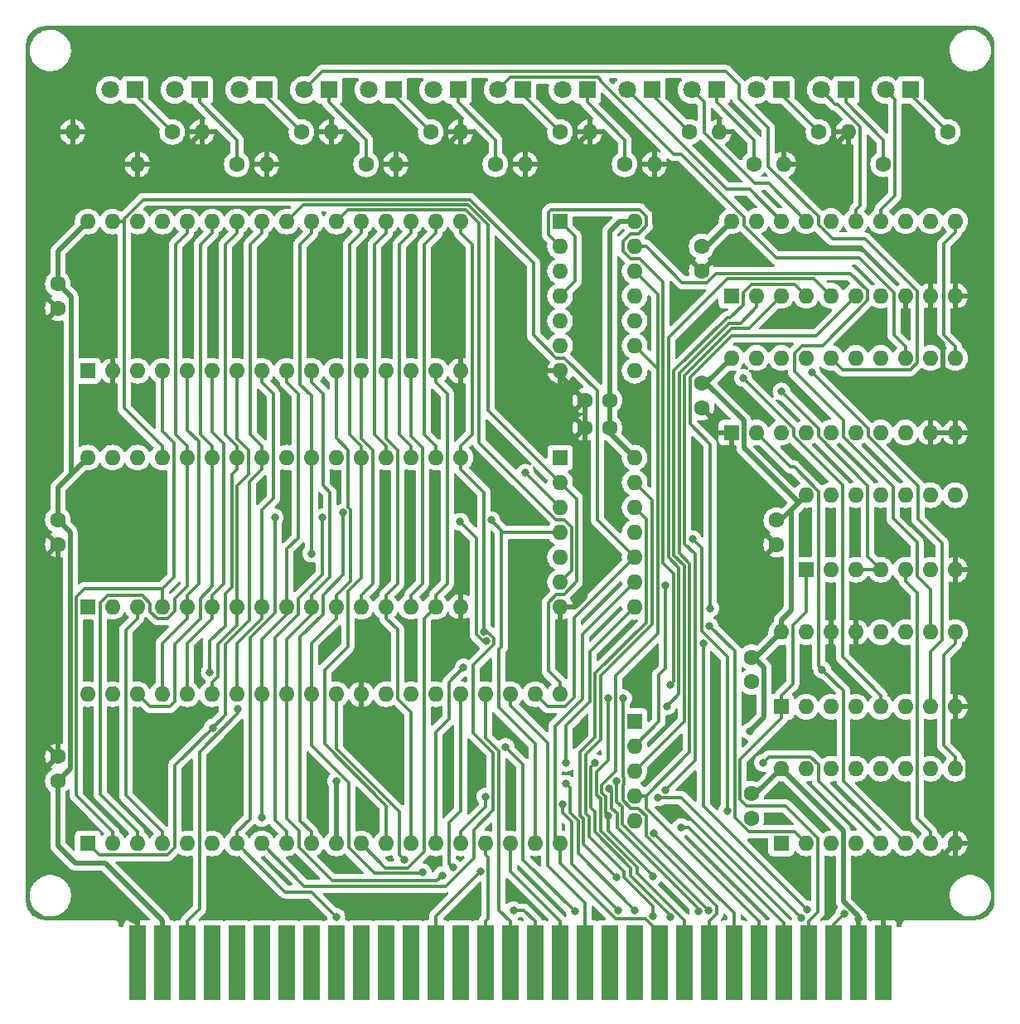
<source format=gbl>
G04 #@! TF.GenerationSoftware,KiCad,Pcbnew,(6.0.9)*
G04 #@! TF.CreationDate,2022-12-02T20:57:51-05:00*
G04 #@! TF.ProjectId,Part 4 - CPU and memory,50617274-2034-4202-9d20-43505520616e,1*
G04 #@! TF.SameCoordinates,Original*
G04 #@! TF.FileFunction,Copper,L2,Bot*
G04 #@! TF.FilePolarity,Positive*
%FSLAX46Y46*%
G04 Gerber Fmt 4.6, Leading zero omitted, Abs format (unit mm)*
G04 Created by KiCad (PCBNEW (6.0.9)) date 2022-12-02 20:57:51*
%MOMM*%
%LPD*%
G01*
G04 APERTURE LIST*
G04 #@! TA.AperFunction,ComponentPad*
%ADD10C,1.600000*%
G04 #@! TD*
G04 #@! TA.AperFunction,ComponentPad*
%ADD11O,1.600000X1.600000*%
G04 #@! TD*
G04 #@! TA.AperFunction,ComponentPad*
%ADD12R,1.600000X1.600000*%
G04 #@! TD*
G04 #@! TA.AperFunction,ComponentPad*
%ADD13R,1.800000X1.800000*%
G04 #@! TD*
G04 #@! TA.AperFunction,ComponentPad*
%ADD14C,1.800000*%
G04 #@! TD*
G04 #@! TA.AperFunction,ConnectorPad*
%ADD15R,1.780000X7.620000*%
G04 #@! TD*
G04 #@! TA.AperFunction,ViaPad*
%ADD16C,0.800000*%
G04 #@! TD*
G04 #@! TA.AperFunction,Conductor*
%ADD17C,0.500000*%
G04 #@! TD*
G04 #@! TA.AperFunction,Conductor*
%ADD18C,0.333000*%
G04 #@! TD*
G04 APERTURE END LIST*
D10*
X151892000Y-51816000D03*
D11*
X141732000Y-51816000D03*
D12*
X90429000Y-124465000D03*
D11*
X92969000Y-124465000D03*
X95509000Y-124465000D03*
X98049000Y-124465000D03*
X100589000Y-124465000D03*
X103129000Y-124465000D03*
X105669000Y-124465000D03*
X108209000Y-124465000D03*
X110749000Y-124465000D03*
X113289000Y-124465000D03*
X115829000Y-124465000D03*
X118369000Y-124465000D03*
X120909000Y-124465000D03*
X123449000Y-124465000D03*
X125989000Y-124465000D03*
X128529000Y-124465000D03*
X131069000Y-124465000D03*
X133609000Y-124465000D03*
X136149000Y-124465000D03*
X138689000Y-124465000D03*
X138689000Y-109225000D03*
X136149000Y-109225000D03*
X133609000Y-109225000D03*
X131069000Y-109225000D03*
X128529000Y-109225000D03*
X125989000Y-109225000D03*
X123449000Y-109225000D03*
X120909000Y-109225000D03*
X118369000Y-109225000D03*
X115829000Y-109225000D03*
X113289000Y-109225000D03*
X110749000Y-109225000D03*
X108209000Y-109225000D03*
X105669000Y-109225000D03*
X103129000Y-109225000D03*
X100589000Y-109225000D03*
X98049000Y-109225000D03*
X95509000Y-109225000D03*
X92969000Y-109225000D03*
X90429000Y-109225000D03*
D10*
X87376000Y-67330000D03*
X87376000Y-69830000D03*
X105664000Y-55118000D03*
D11*
X95504000Y-55118000D03*
D10*
X153162000Y-77470000D03*
X153162000Y-79970000D03*
X87376000Y-118090000D03*
X87376000Y-115590000D03*
D13*
X115042000Y-47529000D03*
D14*
X112502000Y-47529000D03*
D10*
X125476000Y-51816000D03*
D11*
X115316000Y-51816000D03*
D10*
X143744000Y-82042000D03*
X141244000Y-82042000D03*
D12*
X156210000Y-82520000D03*
D11*
X158750000Y-82520000D03*
X161290000Y-82520000D03*
X163830000Y-82520000D03*
X166370000Y-82520000D03*
X168910000Y-82520000D03*
X171450000Y-82520000D03*
X173990000Y-82520000D03*
X176530000Y-82520000D03*
X179070000Y-82520000D03*
X179070000Y-74900000D03*
X176530000Y-74900000D03*
X173990000Y-74900000D03*
X171450000Y-74900000D03*
X168910000Y-74900000D03*
X166370000Y-74900000D03*
X163830000Y-74900000D03*
X161290000Y-74900000D03*
X158750000Y-74900000D03*
X156210000Y-74900000D03*
D13*
X167874000Y-47529000D03*
D14*
X165334000Y-47529000D03*
D12*
X163830000Y-96520000D03*
D11*
X166370000Y-96520000D03*
X168910000Y-96520000D03*
X171450000Y-96520000D03*
X173990000Y-96520000D03*
X176530000Y-96520000D03*
X179070000Y-96520000D03*
X179070000Y-88900000D03*
X176530000Y-88900000D03*
X173990000Y-88900000D03*
X171450000Y-88900000D03*
X168910000Y-88900000D03*
X166370000Y-88900000D03*
X163830000Y-88900000D03*
D10*
X160787000Y-91470000D03*
X160787000Y-93970000D03*
D12*
X138694000Y-85085000D03*
D11*
X138694000Y-87625000D03*
X138694000Y-90165000D03*
X138694000Y-92705000D03*
X138694000Y-95245000D03*
X138694000Y-97785000D03*
X138694000Y-100325000D03*
X146314000Y-100325000D03*
X146314000Y-97785000D03*
X146314000Y-95245000D03*
X146314000Y-92705000D03*
X146314000Y-90165000D03*
X146314000Y-87625000D03*
X146314000Y-85085000D03*
D12*
X90424000Y-76205000D03*
D11*
X92964000Y-76205000D03*
X95504000Y-76205000D03*
X98044000Y-76205000D03*
X100584000Y-76205000D03*
X103124000Y-76205000D03*
X105664000Y-76205000D03*
X108204000Y-76205000D03*
X110744000Y-76205000D03*
X113284000Y-76205000D03*
X115824000Y-76205000D03*
X118364000Y-76205000D03*
X120904000Y-76205000D03*
X123444000Y-76205000D03*
X125984000Y-76205000D03*
X128524000Y-76205000D03*
X128524000Y-60965000D03*
X125984000Y-60965000D03*
X123444000Y-60965000D03*
X120904000Y-60965000D03*
X118364000Y-60965000D03*
X115824000Y-60965000D03*
X113284000Y-60965000D03*
X110744000Y-60965000D03*
X108204000Y-60965000D03*
X105664000Y-60965000D03*
X103124000Y-60965000D03*
X100584000Y-60965000D03*
X98044000Y-60965000D03*
X95504000Y-60965000D03*
X92964000Y-60965000D03*
X90424000Y-60965000D03*
D10*
X87376000Y-91440000D03*
X87376000Y-93940000D03*
D12*
X161290000Y-110520000D03*
D11*
X163830000Y-110520000D03*
X166370000Y-110520000D03*
X168910000Y-110520000D03*
X171450000Y-110520000D03*
X173990000Y-110520000D03*
X176530000Y-110520000D03*
X179070000Y-110520000D03*
X179070000Y-102900000D03*
X176530000Y-102900000D03*
X173990000Y-102900000D03*
X171450000Y-102900000D03*
X168910000Y-102900000D03*
X166370000Y-102900000D03*
X163830000Y-102900000D03*
X161290000Y-102900000D03*
D13*
X95230000Y-47529000D03*
D14*
X92690000Y-47529000D03*
D12*
X138694000Y-60955000D03*
D11*
X138694000Y-63495000D03*
X138694000Y-66035000D03*
X138694000Y-68575000D03*
X138694000Y-71115000D03*
X138694000Y-73655000D03*
X138694000Y-76195000D03*
X146314000Y-76195000D03*
X146314000Y-73655000D03*
X146314000Y-71115000D03*
X146314000Y-68575000D03*
X146314000Y-66035000D03*
X146314000Y-63495000D03*
X146314000Y-60955000D03*
D10*
X158252000Y-119410000D03*
X158252000Y-121910000D03*
D13*
X108438000Y-47529000D03*
D14*
X105898000Y-47529000D03*
D10*
X118872000Y-55118000D03*
D11*
X108712000Y-55118000D03*
D10*
X158252000Y-105470000D03*
X158252000Y-107970000D03*
D13*
X121646000Y-47529000D03*
D14*
X119106000Y-47529000D03*
D15*
X171704000Y-136612000D03*
X169164000Y-136612000D03*
X166624000Y-136612000D03*
X164084000Y-136612000D03*
X161544000Y-136612000D03*
X159004000Y-136612000D03*
X156464000Y-136612000D03*
X153924000Y-136612000D03*
X151384000Y-136612000D03*
X148844000Y-136612000D03*
X146304000Y-136612000D03*
X143764000Y-136612000D03*
X141224000Y-136612000D03*
X138684000Y-136612000D03*
X136144000Y-136612000D03*
X133604000Y-136612000D03*
X131064000Y-136612000D03*
X128524000Y-136612000D03*
X125984000Y-136612000D03*
X123444000Y-136612000D03*
X120904000Y-136612000D03*
X118364000Y-136612000D03*
X115824000Y-136612000D03*
X113284000Y-136612000D03*
X110744000Y-136612000D03*
X108204000Y-136612000D03*
X105664000Y-136612000D03*
X103124000Y-136612000D03*
X100584000Y-136612000D03*
X98044000Y-136612000D03*
X95504000Y-136612000D03*
D10*
X178308000Y-51816000D03*
D11*
X168148000Y-51816000D03*
D13*
X134854000Y-47529000D03*
D14*
X132314000Y-47529000D03*
D10*
X99060000Y-51816000D03*
D11*
X88900000Y-51816000D03*
D12*
X161290000Y-124460000D03*
D11*
X163830000Y-124460000D03*
X166370000Y-124460000D03*
X168910000Y-124460000D03*
X171450000Y-124460000D03*
X173990000Y-124460000D03*
X176530000Y-124460000D03*
X179070000Y-124460000D03*
X179070000Y-116840000D03*
X176530000Y-116840000D03*
X173990000Y-116840000D03*
X171450000Y-116840000D03*
X168910000Y-116840000D03*
X166370000Y-116840000D03*
X163830000Y-116840000D03*
X161290000Y-116840000D03*
D13*
X161270000Y-47529000D03*
D14*
X158730000Y-47529000D03*
D13*
X101834000Y-47529000D03*
D14*
X99294000Y-47529000D03*
D13*
X141458000Y-47529000D03*
D14*
X138918000Y-47529000D03*
D13*
X154666000Y-47529000D03*
D14*
X152126000Y-47529000D03*
D10*
X143744000Y-79248000D03*
X141244000Y-79248000D03*
D12*
X156215000Y-68550000D03*
D11*
X158755000Y-68550000D03*
X161295000Y-68550000D03*
X163835000Y-68550000D03*
X166375000Y-68550000D03*
X168915000Y-68550000D03*
X171455000Y-68550000D03*
X173995000Y-68550000D03*
X176535000Y-68550000D03*
X179075000Y-68550000D03*
X179075000Y-60930000D03*
X176535000Y-60930000D03*
X173995000Y-60930000D03*
X171455000Y-60930000D03*
X168915000Y-60930000D03*
X166375000Y-60930000D03*
X163835000Y-60930000D03*
X161295000Y-60930000D03*
X158755000Y-60930000D03*
X156215000Y-60930000D03*
D13*
X174478000Y-47529000D03*
D14*
X171938000Y-47529000D03*
D13*
X148062000Y-47529000D03*
D14*
X145522000Y-47529000D03*
D10*
X165100000Y-51816000D03*
D11*
X154940000Y-51816000D03*
D10*
X138684000Y-51816000D03*
D11*
X128524000Y-51816000D03*
D10*
X171704000Y-55118000D03*
D11*
X161544000Y-55118000D03*
D13*
X128250000Y-47529000D03*
D14*
X125710000Y-47529000D03*
D12*
X90424000Y-100310000D03*
D11*
X92964000Y-100310000D03*
X95504000Y-100310000D03*
X98044000Y-100310000D03*
X100584000Y-100310000D03*
X103124000Y-100310000D03*
X105664000Y-100310000D03*
X108204000Y-100310000D03*
X110744000Y-100310000D03*
X113284000Y-100310000D03*
X115824000Y-100310000D03*
X118364000Y-100310000D03*
X120904000Y-100310000D03*
X123444000Y-100310000D03*
X125984000Y-100310000D03*
X128524000Y-100310000D03*
X128524000Y-85070000D03*
X125984000Y-85070000D03*
X123444000Y-85070000D03*
X120904000Y-85070000D03*
X118364000Y-85070000D03*
X115824000Y-85070000D03*
X113284000Y-85070000D03*
X110744000Y-85070000D03*
X108204000Y-85070000D03*
X105664000Y-85070000D03*
X103124000Y-85070000D03*
X100584000Y-85070000D03*
X98044000Y-85070000D03*
X95504000Y-85070000D03*
X92964000Y-85070000D03*
X90424000Y-85070000D03*
D10*
X158496000Y-55118000D03*
D11*
X148336000Y-55118000D03*
D10*
X112268000Y-51816000D03*
D11*
X102108000Y-51816000D03*
D10*
X153162000Y-63500000D03*
X153162000Y-66000000D03*
X132080000Y-55118000D03*
D11*
X121920000Y-55118000D03*
D10*
X145288000Y-55118000D03*
D11*
X135128000Y-55118000D03*
D12*
X146304000Y-111974000D03*
D11*
X146304000Y-114514000D03*
X146304000Y-117054000D03*
X146304000Y-119594000D03*
X146304000Y-122134000D03*
D16*
X169164000Y-132170200D03*
X158112700Y-113022100D03*
X115824000Y-118110000D03*
X118344000Y-115590000D03*
X128524000Y-93980000D03*
X128524000Y-69850000D03*
X94963900Y-132147600D03*
X143625500Y-121642600D03*
X148164900Y-127854900D03*
X148686900Y-119774000D03*
X163321800Y-132058900D03*
X131127500Y-103828300D03*
X163898100Y-131201900D03*
X128494600Y-91639300D03*
X153304700Y-104049300D03*
X144582600Y-131280000D03*
X138942000Y-120459000D03*
X153862800Y-131351800D03*
X144433100Y-118107600D03*
X103182000Y-112649700D03*
X113284000Y-94879300D03*
X143715300Y-118867800D03*
X152796000Y-131425700D03*
X102904600Y-106982900D03*
X149965600Y-132027100D03*
X142235700Y-116276200D03*
X139312800Y-118392100D03*
X146320500Y-131274700D03*
X148188232Y-131864943D03*
X144422100Y-127914700D03*
X133106700Y-114620600D03*
X140179000Y-131420900D03*
X153957800Y-102264400D03*
X108209000Y-121859500D03*
X126652000Y-127723200D03*
X124663300Y-127448900D03*
X122807644Y-126189644D03*
X128831300Y-106508600D03*
X130920700Y-102827900D03*
X109538800Y-91187700D03*
X115824000Y-131979700D03*
X114363900Y-91187700D03*
X116521000Y-90698700D03*
X165475300Y-106720000D03*
X167715200Y-131663100D03*
X151071000Y-122823000D03*
X131073800Y-119692200D03*
X148268100Y-123407100D03*
X131653500Y-91458300D03*
X145137000Y-109629600D03*
X143575300Y-109662600D03*
X149607600Y-110456400D03*
X133919700Y-131298200D03*
X127772300Y-126950000D03*
X149468000Y-98106700D03*
X149467600Y-119003500D03*
X130596500Y-127313000D03*
X139303800Y-116239700D03*
X159421800Y-116239900D03*
X105765900Y-110715300D03*
X161322400Y-78325100D03*
X152236900Y-93418600D03*
X155786500Y-121139500D03*
X135128000Y-86614000D03*
X154023700Y-100471500D03*
X149972300Y-108292300D03*
X157392200Y-76934400D03*
X164397800Y-76351900D03*
D17*
X162285800Y-90444200D02*
X163057900Y-89672100D01*
X162285800Y-100653900D02*
X161290000Y-101649700D01*
X153640000Y-77470000D02*
X157460400Y-81290400D01*
X167620400Y-130365700D02*
X167620400Y-123170400D01*
X143744000Y-61996000D02*
X144785000Y-60955000D01*
X169164000Y-131909300D02*
X167620400Y-130365700D01*
X153640000Y-77470000D02*
X156210000Y-74900000D01*
X87376000Y-67330000D02*
X87376000Y-64013000D01*
X153162000Y-77470000D02*
X153640000Y-77470000D01*
X163057900Y-89672100D02*
X163830000Y-88900000D01*
X87376000Y-64013000D02*
X90424000Y-60965000D01*
X88713900Y-86780100D02*
X90424000Y-85070000D01*
X161290000Y-102900000D02*
X161290000Y-101649700D01*
X144785000Y-60955000D02*
X146314000Y-60955000D01*
X158252000Y-105470000D02*
X158486000Y-105470000D01*
X87376000Y-124714000D02*
X87376000Y-118090000D01*
X159533300Y-111601500D02*
X158112700Y-113022100D01*
X157460400Y-84074600D02*
X163057900Y-89672100D01*
X160787000Y-91470000D02*
X161260000Y-91470000D01*
X159533300Y-106517300D02*
X159533300Y-111601500D01*
X153162000Y-63500000D02*
X153645000Y-63500000D01*
X92179800Y-126487500D02*
X89149500Y-126487500D01*
X87376000Y-118090000D02*
X88626300Y-116839700D01*
X88713900Y-68667900D02*
X87376000Y-67330000D01*
X88713900Y-86780100D02*
X88713900Y-68667900D01*
X98044000Y-136612000D02*
X98044000Y-132351700D01*
X158720000Y-105470000D02*
X161290000Y-102900000D01*
X98044000Y-132351700D02*
X92179800Y-126487500D01*
X87376000Y-88118000D02*
X88713900Y-86780100D01*
X87376000Y-91440000D02*
X87376000Y-88118000D01*
X143744000Y-82042000D02*
X143744000Y-79248000D01*
X88626300Y-116839700D02*
X88626300Y-92690300D01*
X89149500Y-126487500D02*
X87376000Y-124714000D01*
X158486000Y-105470000D02*
X158720000Y-105470000D01*
X157460400Y-81290400D02*
X157460400Y-84074600D01*
X143744000Y-82515000D02*
X146314000Y-85085000D01*
X158486000Y-105470000D02*
X159533300Y-106517300D01*
X158252000Y-119410000D02*
X158720000Y-119410000D01*
X88626300Y-92690300D02*
X87376000Y-91440000D01*
X153645000Y-63500000D02*
X156215000Y-60930000D01*
X143744000Y-79248000D02*
X143744000Y-61996000D01*
X162285800Y-90444200D02*
X162285800Y-100653900D01*
X115824000Y-118110000D02*
X115829000Y-118115000D01*
X169164000Y-132170200D02*
X169164000Y-131909300D01*
X158720000Y-119410000D02*
X161290000Y-116840000D01*
X167620400Y-123170400D02*
X161290000Y-116840000D01*
X161260000Y-91470000D02*
X162285800Y-90444200D01*
X169164000Y-136612000D02*
X169164000Y-132170200D01*
X143744000Y-82042000D02*
X143744000Y-82515000D01*
X115829000Y-118115000D02*
X115829000Y-124465000D01*
X128524000Y-93980000D02*
X128524000Y-100310000D01*
X171704000Y-131826000D02*
X179070000Y-124460000D01*
X138430000Y-55118000D02*
X141732000Y-51816000D01*
X179070000Y-124460000D02*
X179070000Y-123209700D01*
X121920000Y-55118000D02*
X125222000Y-55118000D01*
X179070000Y-111770300D02*
X180344100Y-113044400D01*
X95504000Y-55118000D02*
X98806000Y-55118000D01*
X179070000Y-110520000D02*
X179070000Y-111770300D01*
X171704000Y-136612000D02*
X171704000Y-131826000D01*
X164846000Y-55118000D02*
X168148000Y-51816000D01*
X128524000Y-69850000D02*
X128524000Y-76205000D01*
X177800000Y-73518300D02*
X177800000Y-79999700D01*
X138694000Y-76698000D02*
X141244000Y-79248000D01*
X140213000Y-100325000D02*
X138694000Y-100325000D01*
X180344100Y-113044400D02*
X180344100Y-121935600D01*
X141244000Y-99294000D02*
X140213000Y-100325000D01*
X177800000Y-79999700D02*
X179070000Y-81269700D01*
X118369000Y-109225000D02*
X118369000Y-115565000D01*
X141244000Y-82042000D02*
X141244000Y-99294000D01*
X153162000Y-66000000D02*
X148336000Y-61174000D01*
X95504000Y-132687700D02*
X94963900Y-132147600D01*
X161544000Y-55118000D02*
X164846000Y-55118000D01*
X148336000Y-55118000D02*
X148336000Y-56368300D01*
X95504000Y-136612000D02*
X95504000Y-132687700D01*
X148336000Y-57404000D02*
X148336000Y-56368300D01*
X140716000Y-57404000D02*
X148336000Y-57404000D01*
X179070000Y-82520000D02*
X179070000Y-81269700D01*
X138694000Y-76195000D02*
X138694000Y-76698000D01*
X141244000Y-82042000D02*
X141244000Y-79248000D01*
X87376000Y-93940000D02*
X87376000Y-115590000D01*
X135128000Y-55118000D02*
X138430000Y-55118000D01*
X156210000Y-89393000D02*
X156210000Y-82520000D01*
X176535000Y-72253300D02*
X177800000Y-73518300D01*
X98806000Y-55118000D02*
X102108000Y-51816000D01*
X176535000Y-68550000D02*
X176535000Y-72253300D01*
X125222000Y-55118000D02*
X128524000Y-51816000D01*
X138430000Y-55118000D02*
X140716000Y-57404000D01*
X148336000Y-61174000D02*
X148336000Y-57404000D01*
X180344100Y-121935600D02*
X179070000Y-123209700D01*
X118369000Y-115565000D02*
X118344000Y-115590000D01*
X160787000Y-93970000D02*
X156210000Y-89393000D01*
D18*
X95230000Y-47529000D02*
X95230000Y-47986000D01*
X95230000Y-47986000D02*
X99060000Y-51816000D01*
X145288000Y-52625800D02*
X141458000Y-48795800D01*
X145288000Y-55118000D02*
X145288000Y-52625800D01*
X141458000Y-47529000D02*
X141458000Y-48795800D01*
X105664000Y-52625800D02*
X105664000Y-55118000D01*
X101834000Y-47529000D02*
X101834000Y-48795800D01*
X101834000Y-48795800D02*
X105664000Y-52625800D01*
X148062000Y-47986000D02*
X148062000Y-47529000D01*
X151892000Y-51816000D02*
X148062000Y-47986000D01*
X145522000Y-47529000D02*
X155676500Y-57683500D01*
X161295000Y-60930000D02*
X158048500Y-57683500D01*
X158048500Y-57683500D02*
X155676500Y-57683500D01*
X112268000Y-51816000D02*
X108438000Y-47986000D01*
X108438000Y-47986000D02*
X108438000Y-47529000D01*
X158496000Y-55118000D02*
X158496000Y-52625800D01*
X154666000Y-47529000D02*
X154666000Y-48795800D01*
X158496000Y-52625800D02*
X154666000Y-48795800D01*
X159993150Y-57088150D02*
X158557850Y-57088150D01*
X163835000Y-60930000D02*
X159993150Y-57088150D01*
X158557850Y-57088150D02*
X153399100Y-51929400D01*
X153399100Y-48802100D02*
X152126000Y-47529000D01*
X153399100Y-51929400D02*
X153399100Y-48802100D01*
X118872000Y-55118000D02*
X118872000Y-52625800D01*
X115042000Y-47529000D02*
X115042000Y-48795800D01*
X118872000Y-52625800D02*
X115042000Y-48795800D01*
X175179000Y-68072200D02*
X175179000Y-75366200D01*
X165105000Y-61311600D02*
X166561200Y-62767800D01*
X165105000Y-60452200D02*
X165105000Y-61311600D01*
X169874600Y-62767800D02*
X175179000Y-68072200D01*
X166370000Y-74900000D02*
X167541300Y-76071300D01*
X159979000Y-51427600D02*
X159979000Y-55326200D01*
X166561200Y-62767800D02*
X169874600Y-62767800D01*
X112502000Y-47529000D02*
X114369800Y-45661200D01*
X155643200Y-45661200D02*
X156972000Y-46990000D01*
X156972000Y-46990000D02*
X156972000Y-48420600D01*
X114369800Y-45661200D02*
X155643200Y-45661200D01*
X156972000Y-48420600D02*
X159979000Y-51427600D01*
X159979000Y-55326200D02*
X165105000Y-60452200D01*
X175179000Y-75366200D02*
X174473900Y-76071300D01*
X167541300Y-76071300D02*
X174473900Y-76071300D01*
X165100000Y-51816000D02*
X161270000Y-47986000D01*
X161270000Y-47986000D02*
X161270000Y-47529000D01*
X121646000Y-47529000D02*
X121646000Y-47986000D01*
X121646000Y-47986000D02*
X125476000Y-51816000D01*
X167874000Y-47529000D02*
X167874000Y-48795800D01*
X171704000Y-55118000D02*
X171704000Y-52625800D01*
X171704000Y-52625800D02*
X167874000Y-48795800D01*
X167045600Y-48993600D02*
X166798600Y-48993600D01*
X168915000Y-60930000D02*
X168915000Y-59763200D01*
X168915000Y-59763200D02*
X169324500Y-59353700D01*
X169324500Y-59353700D02*
X169324500Y-51272500D01*
X166798600Y-48993600D02*
X165334000Y-47529000D01*
X169324500Y-51272500D02*
X167045600Y-48993600D01*
X132080000Y-55118000D02*
X132080000Y-52625800D01*
X128250000Y-47529000D02*
X128250000Y-48795800D01*
X132080000Y-52625800D02*
X128250000Y-48795800D01*
X178308000Y-51816000D02*
X174478000Y-47986000D01*
X174478000Y-47986000D02*
X174478000Y-47529000D01*
X171455000Y-60930000D02*
X171455000Y-59763200D01*
X171938000Y-47529000D02*
X172881900Y-48472900D01*
X172881900Y-48472900D02*
X172881900Y-58336300D01*
X172881900Y-58336300D02*
X171455000Y-59763200D01*
X138684000Y-51816000D02*
X134854000Y-47986000D01*
X134854000Y-47986000D02*
X134854000Y-47529000D01*
X150292300Y-54090800D02*
X151074800Y-54090800D01*
X142554100Y-46262100D02*
X142825200Y-46533200D01*
X157485000Y-61398800D02*
X160791700Y-64705500D01*
X142825200Y-46623700D02*
X150292300Y-54090800D01*
X172823200Y-68254800D02*
X172823200Y-72566400D01*
X133580900Y-46262100D02*
X142554100Y-46262100D01*
X132314000Y-47529000D02*
X133580900Y-46262100D01*
X172823200Y-72566400D02*
X173990000Y-73733200D01*
X142825200Y-46533200D02*
X142825200Y-46623700D01*
X157485000Y-60501000D02*
X157485000Y-61398800D01*
X160791700Y-64705500D02*
X169273900Y-64705500D01*
X169273900Y-64705500D02*
X172823200Y-68254800D01*
X151074800Y-54090800D02*
X157485000Y-60501000D01*
X173990000Y-74900000D02*
X173990000Y-73733200D01*
X143625500Y-121642600D02*
X143366500Y-121383600D01*
X143625500Y-123181700D02*
X143625500Y-121642600D01*
X148164900Y-127854900D02*
X148164900Y-127721100D01*
X148666500Y-103009100D02*
X148666500Y-76007500D01*
X142948500Y-119287200D02*
X142948500Y-118507800D01*
X142948500Y-118507800D02*
X144342100Y-117114200D01*
X138694000Y-68575000D02*
X140208000Y-67061000D01*
X148164900Y-127721100D02*
X143625500Y-123181700D01*
X143366500Y-119705200D02*
X142948500Y-119287200D01*
X148666500Y-68387500D02*
X146314000Y-66035000D01*
X143366500Y-121383600D02*
X143366500Y-119705200D01*
X144342100Y-107333500D02*
X148666500Y-103009100D01*
X140208000Y-62469000D02*
X138694000Y-60955000D01*
X140208000Y-67061000D02*
X140208000Y-62469000D01*
X144342100Y-117114200D02*
X144342100Y-107333500D01*
X148666500Y-76007500D02*
X146314000Y-73655000D01*
X148666500Y-76007500D02*
X148666500Y-68387500D01*
X151036900Y-119774000D02*
X163321800Y-132058900D01*
X148686900Y-119774000D02*
X151036900Y-119774000D01*
X95504000Y-100310000D02*
X95504000Y-101476800D01*
X98049000Y-124465000D02*
X98049000Y-123298200D01*
X94318100Y-119567300D02*
X98049000Y-123298200D01*
X94318100Y-102662700D02*
X94318100Y-119567300D01*
X95504000Y-101476800D02*
X94318100Y-102662700D01*
X99417200Y-63298600D02*
X100584000Y-62131800D01*
X95509000Y-123298200D02*
X91699000Y-119488200D01*
X130113400Y-93258100D02*
X130113400Y-103115100D01*
X99314000Y-99513000D02*
X100584000Y-98243000D01*
X100584000Y-83903200D02*
X99417200Y-82736400D01*
X96827100Y-100790800D02*
X97549900Y-101513600D01*
X98557600Y-101513600D02*
X99314000Y-100757200D01*
X95986900Y-99127900D02*
X96827100Y-99968100D01*
X91699000Y-119488200D02*
X91699000Y-99924500D01*
X91699000Y-99924500D02*
X92495600Y-99127900D01*
X100584000Y-85070000D02*
X100584000Y-83903200D01*
X100584000Y-60965000D02*
X100584000Y-62131800D01*
X95509000Y-124465000D02*
X95509000Y-123298200D01*
X163898100Y-131201900D02*
X153304700Y-120608500D01*
X96827100Y-99968100D02*
X96827100Y-100790800D01*
X92495600Y-99127900D02*
X95986900Y-99127900D01*
X97549900Y-101513600D02*
X98557600Y-101513600D01*
X99417200Y-82736400D02*
X99417200Y-63298600D01*
X128494600Y-91639300D02*
X130113400Y-93258100D01*
X130826600Y-103828300D02*
X131127500Y-103828300D01*
X100584000Y-98243000D02*
X100584000Y-85070000D01*
X130113400Y-103115100D02*
X130826600Y-103828300D01*
X99314000Y-100757200D02*
X99314000Y-99513000D01*
X153304700Y-120608500D02*
X153304700Y-104049300D01*
X92969000Y-124465000D02*
X92969000Y-123298200D01*
X139855800Y-126553200D02*
X139855800Y-122228800D01*
X138942000Y-121315000D02*
X138942000Y-120459000D01*
X99217100Y-83567800D02*
X98044000Y-82394700D01*
X144582600Y-131280000D02*
X139855800Y-126553200D01*
X89257000Y-99297100D02*
X89257000Y-119586200D01*
X99217100Y-97272500D02*
X99217100Y-83567800D01*
X98044000Y-100310000D02*
X98044000Y-98445600D01*
X98044000Y-98445600D02*
X99217100Y-97272500D01*
X98044000Y-82394700D02*
X98044000Y-76205000D01*
X89257000Y-119586200D02*
X92969000Y-123298200D01*
X90108500Y-98445600D02*
X89257000Y-99297100D01*
X139855800Y-122228800D02*
X138942000Y-121315000D01*
X98044000Y-98445600D02*
X90108500Y-98445600D01*
X106934000Y-101660600D02*
X106934000Y-87506800D01*
X91595800Y-125631800D02*
X90429000Y-124465000D01*
X144433100Y-118107600D02*
X144492800Y-118167300D01*
X104502100Y-104092500D02*
X106934000Y-101660600D01*
X104502100Y-111329600D02*
X104502100Y-104092500D01*
X98559600Y-125631800D02*
X99319000Y-124872400D01*
X145044400Y-120750100D02*
X145044400Y-122533400D01*
X108204000Y-84486600D02*
X108204000Y-83903200D01*
X107037200Y-82736400D02*
X107037200Y-63298600D01*
X103182000Y-112649700D02*
X104502100Y-111329600D01*
X145044400Y-122533400D02*
X153862800Y-131351800D01*
X108204000Y-84486600D02*
X108204000Y-85070000D01*
X144492800Y-120198500D02*
X145044400Y-120750100D01*
X108204000Y-86236800D02*
X108204000Y-85070000D01*
X99319000Y-116512700D02*
X103182000Y-112649700D01*
X99319000Y-124872400D02*
X99319000Y-116512700D01*
X107037200Y-63298600D02*
X108204000Y-62131800D01*
X98559600Y-125631800D02*
X91595800Y-125631800D01*
X108204000Y-83903200D02*
X107037200Y-82736400D01*
X108204000Y-60965000D02*
X108204000Y-62131800D01*
X144492800Y-118167300D02*
X144492800Y-120198500D01*
X106934000Y-87506800D02*
X108204000Y-86236800D01*
X112117200Y-77606400D02*
X113284000Y-78773200D01*
X112117200Y-63298600D02*
X112117200Y-77606400D01*
X113284000Y-78773200D02*
X113284000Y-83903200D01*
X113284000Y-84486600D02*
X113284000Y-83903200D01*
X113284000Y-85070000D02*
X113284000Y-94879300D01*
X143959400Y-119111900D02*
X143959400Y-120891900D01*
X113284000Y-84486600D02*
X113284000Y-85070000D01*
X143959400Y-120891900D02*
X144511000Y-121443500D01*
X152796000Y-131126700D02*
X152796000Y-131425700D01*
X113284000Y-60965000D02*
X113284000Y-62131800D01*
X144511000Y-121443500D02*
X144511000Y-122841700D01*
X113284000Y-62131800D02*
X112117200Y-63298600D01*
X143715300Y-118867800D02*
X143959400Y-119111900D01*
X144511000Y-122841700D02*
X152796000Y-131126700D01*
X105664000Y-60965000D02*
X105664000Y-62131800D01*
X142236700Y-121215500D02*
X142236700Y-123304770D01*
X104497200Y-63298600D02*
X105664000Y-62131800D01*
X105664000Y-84486600D02*
X105664000Y-85070000D01*
X105130600Y-86770200D02*
X105130600Y-98275200D01*
X104454500Y-98951300D02*
X104454500Y-102254200D01*
X102904600Y-103804100D02*
X102904600Y-106982900D01*
X145910700Y-126978770D02*
X145910700Y-127765500D01*
X105664000Y-83903200D02*
X104497200Y-82736400D01*
X141855600Y-120834400D02*
X142236700Y-121215500D01*
X141855600Y-116656300D02*
X141855600Y-120834400D01*
X105130600Y-98275200D02*
X104454500Y-98951300D01*
X105664000Y-85070000D02*
X105664000Y-86236800D01*
X142236700Y-123304770D02*
X145910700Y-126978770D01*
X145910700Y-127765500D02*
X149965600Y-131820400D01*
X105664000Y-86236800D02*
X105130600Y-86770200D01*
X142235700Y-116276200D02*
X141855600Y-116656300D01*
X149965600Y-131820400D02*
X149965600Y-132027100D01*
X104454500Y-102254200D02*
X102904600Y-103804100D01*
X105664000Y-84486600D02*
X105664000Y-83903200D01*
X104497200Y-82736400D02*
X104497200Y-63298600D01*
X103124000Y-85070000D02*
X103124000Y-98243000D01*
X98806000Y-110490000D02*
X96774000Y-110490000D01*
X103124000Y-85070000D02*
X103124000Y-83903200D01*
X103124000Y-98243000D02*
X101914500Y-99452500D01*
X99319000Y-109977000D02*
X98806000Y-110490000D01*
X139708000Y-118787300D02*
X139312800Y-118392100D01*
X101914500Y-99452500D02*
X101914500Y-101524800D01*
X101914500Y-101524800D02*
X99319000Y-104120300D01*
X103124000Y-83903200D02*
X101957200Y-82736400D01*
X140532200Y-122150900D02*
X139708000Y-121326700D01*
X146320500Y-131274700D02*
X140532200Y-125486400D01*
X101957200Y-82736400D02*
X101957200Y-63298600D01*
X101957200Y-63298600D02*
X103124000Y-62131800D01*
X96774000Y-110490000D02*
X95509000Y-109225000D01*
X103124000Y-60965000D02*
X103124000Y-62131800D01*
X139708000Y-121326700D02*
X139708000Y-118787300D01*
X99319000Y-104120300D02*
X99319000Y-109977000D01*
X140532200Y-125486400D02*
X140532200Y-122150900D01*
X141644200Y-123775800D02*
X145189000Y-127320600D01*
X146314000Y-87625000D02*
X148074500Y-89385500D01*
X101750800Y-97976400D02*
X100584000Y-99143200D01*
X142808400Y-107358600D02*
X142808400Y-113876500D01*
X141321900Y-121431900D02*
X141644200Y-121754200D01*
X148188232Y-130923432D02*
X148188232Y-131864943D01*
X141644200Y-121754200D02*
X141644200Y-123775800D01*
X100584000Y-76205000D02*
X100584000Y-82250900D01*
X145189000Y-127320600D02*
X145189000Y-127924200D01*
X100584000Y-99726600D02*
X100584000Y-99143200D01*
X142808400Y-113876500D02*
X141321900Y-115363000D01*
X100584000Y-99726600D02*
X100584000Y-100310000D01*
X100584000Y-82250900D02*
X101750800Y-83417700D01*
X98049000Y-104011800D02*
X98049000Y-109225000D01*
X148074500Y-102092500D02*
X142808400Y-107358600D01*
X148074500Y-89385500D02*
X148074500Y-102092500D01*
X101750800Y-83417700D02*
X101750800Y-97976400D01*
X100584000Y-101476800D02*
X98049000Y-104011800D01*
X145189000Y-127924200D02*
X148188232Y-130923432D01*
X100584000Y-100310000D02*
X100584000Y-101476800D01*
X141321900Y-115363000D02*
X141321900Y-121431900D01*
X100589000Y-104011800D02*
X103124000Y-101476800D01*
X144422100Y-127914700D02*
X141065500Y-124558100D01*
X142275100Y-113655500D02*
X142275100Y-107137600D01*
X104290800Y-97976400D02*
X103124000Y-99143200D01*
X103124000Y-99726600D02*
X103124000Y-100310000D01*
X103124000Y-76205000D02*
X103124000Y-82501800D01*
X100589000Y-109225000D02*
X100589000Y-108058200D01*
X147496400Y-91347400D02*
X147496400Y-101916300D01*
X140757400Y-121621800D02*
X140757400Y-115173200D01*
X103124000Y-100310000D02*
X103124000Y-101476800D01*
X104290800Y-83668600D02*
X104290800Y-97976400D01*
X103124000Y-82501800D02*
X104290800Y-83668600D01*
X140757400Y-115173200D02*
X142275100Y-113655500D01*
X141065500Y-124558100D02*
X141065500Y-121929900D01*
X103124000Y-99726600D02*
X103124000Y-99143200D01*
X100589000Y-108058200D02*
X100589000Y-104011800D01*
X146314000Y-90165000D02*
X147496400Y-91347400D01*
X142275100Y-107137600D02*
X147496400Y-101916300D01*
X141065500Y-121929900D02*
X140757400Y-121621800D01*
X105664000Y-83148900D02*
X106837100Y-84322000D01*
X106837100Y-86758300D02*
X105664000Y-87931400D01*
X105664000Y-102176300D02*
X103711200Y-104129100D01*
X103711200Y-104129100D02*
X103711200Y-107476000D01*
X133106700Y-114620600D02*
X134879000Y-116392900D01*
X134879000Y-116392900D02*
X134879000Y-126120900D01*
X103129000Y-109225000D02*
X103129000Y-108058200D01*
X106837100Y-84322000D02*
X106837100Y-86758300D01*
X103711200Y-107476000D02*
X103129000Y-108058200D01*
X105664000Y-87931400D02*
X105664000Y-100310000D01*
X134879000Y-126120900D02*
X140179000Y-131420900D01*
X105664000Y-101476800D02*
X105664000Y-102176300D01*
X105664000Y-76205000D02*
X105664000Y-83148900D01*
X105664000Y-100310000D02*
X105664000Y-101476800D01*
X157979100Y-123293200D02*
X162663200Y-123293200D01*
X156553300Y-120607600D02*
X156524700Y-120579000D01*
X108204000Y-90454600D02*
X108204000Y-100310000D01*
X157979100Y-123293200D02*
X156553300Y-121867400D01*
X108204000Y-100310000D02*
X108204000Y-101476800D01*
X162663200Y-123293200D02*
X163830000Y-124460000D01*
X109385600Y-78553400D02*
X109385600Y-89273000D01*
X108204000Y-77371800D02*
X109385600Y-78553400D01*
X105669000Y-109225000D02*
X105669000Y-104011800D01*
X109385600Y-89273000D02*
X108204000Y-90454600D01*
X156524700Y-104831300D02*
X153957800Y-102264400D01*
X105669000Y-104011800D02*
X108204000Y-101476800D01*
X156524700Y-120579000D02*
X156524700Y-104831300D01*
X156553300Y-121867400D02*
X156553300Y-120607600D01*
X108204000Y-76205000D02*
X108204000Y-77371800D01*
X108209000Y-103637000D02*
X108204000Y-103632000D01*
X108209000Y-109225000D02*
X108209000Y-110391800D01*
X110744000Y-100310000D02*
X110744000Y-101092000D01*
X110744000Y-77371800D02*
X111910800Y-78538600D01*
X110744000Y-94436600D02*
X111910800Y-93269800D01*
X108209000Y-109225000D02*
X108209000Y-103637000D01*
X111910800Y-78538600D02*
X111910800Y-93269800D01*
X110744000Y-101092000D02*
X108204000Y-103632000D01*
X108209000Y-110391800D02*
X108209000Y-121859500D01*
X110744000Y-76205000D02*
X110744000Y-77371800D01*
X110744000Y-100310000D02*
X110744000Y-94436600D01*
X110744000Y-100893400D02*
X110744000Y-100310000D01*
X114450800Y-87912400D02*
X115151000Y-88612600D01*
X112019000Y-124865300D02*
X115433800Y-128280100D01*
X110749000Y-103637000D02*
X110744000Y-103632000D01*
X113284000Y-100310000D02*
X113284000Y-101092000D01*
X113284000Y-77371800D02*
X114450800Y-78538600D01*
X113284000Y-101092000D02*
X110744000Y-103632000D01*
X115151000Y-97276200D02*
X113284000Y-99143200D01*
X110749000Y-109225000D02*
X110749000Y-103637000D01*
X114450800Y-78538600D02*
X114450800Y-87912400D01*
X115433800Y-128280100D02*
X126095100Y-128280100D01*
X126095100Y-128280100D02*
X126652000Y-127723200D01*
X113284000Y-76205000D02*
X113284000Y-77371800D01*
X115151000Y-88612600D02*
X115151000Y-97276200D01*
X110749000Y-109225000D02*
X110749000Y-121896800D01*
X112019000Y-123166800D02*
X112019000Y-124865300D01*
X113284000Y-100310000D02*
X113284000Y-99143200D01*
X113284000Y-100893400D02*
X113284000Y-100310000D01*
X110749000Y-121896800D02*
X112019000Y-123166800D01*
X113289000Y-108641600D02*
X113289000Y-108058200D01*
X113289000Y-109225000D02*
X113289000Y-114422100D01*
X113289000Y-114422100D02*
X117099000Y-118232100D01*
X115824000Y-100893400D02*
X115824000Y-101476800D01*
X117048700Y-90141900D02*
X117287800Y-90381000D01*
X117099000Y-124898100D02*
X119721500Y-127520600D01*
X117099000Y-118232100D02*
X117099000Y-124898100D01*
X115824000Y-100893400D02*
X115824000Y-100310000D01*
X124591600Y-127520600D02*
X124663300Y-127448900D01*
X113289000Y-104011800D02*
X115824000Y-101476800D01*
X117048700Y-84288000D02*
X117048700Y-90141900D01*
X113289000Y-108641600D02*
X113289000Y-109225000D01*
X119721500Y-127520600D02*
X124591600Y-127520600D01*
X113289000Y-108058200D02*
X113289000Y-104011800D01*
X117287800Y-97679400D02*
X115824000Y-99143200D01*
X115824000Y-100310000D02*
X115824000Y-99143200D01*
X117287800Y-90381000D02*
X117287800Y-97679400D01*
X115824000Y-83063300D02*
X117048700Y-84288000D01*
X115824000Y-76205000D02*
X115824000Y-83063300D01*
X122243400Y-125625400D02*
X122807644Y-126189644D01*
X118364000Y-99143200D02*
X119537100Y-97970100D01*
X118364000Y-83148900D02*
X118364000Y-76205000D01*
X119537100Y-97970100D02*
X119537100Y-84322000D01*
X115829000Y-114784800D02*
X122243400Y-121199200D01*
X122243400Y-121199200D02*
X122243400Y-125625400D01*
X119537100Y-84322000D02*
X118364000Y-83148900D01*
X115829000Y-109225000D02*
X115829000Y-114784800D01*
X118364000Y-100310000D02*
X118364000Y-99143200D01*
X122077100Y-84322000D02*
X120904000Y-83148900D01*
X120904000Y-100893400D02*
X120904000Y-101476800D01*
X120904000Y-99143200D02*
X122077100Y-97970100D01*
X122075900Y-109691000D02*
X123449000Y-111064100D01*
X120904000Y-83148900D02*
X120904000Y-76205000D01*
X120904000Y-100310000D02*
X120904000Y-99143200D01*
X120904000Y-100893400D02*
X120904000Y-100310000D01*
X122075900Y-102648700D02*
X122075900Y-109691000D01*
X120904000Y-101476800D02*
X122075900Y-102648700D01*
X123449000Y-111064100D02*
X123449000Y-124465000D01*
X122077100Y-97970100D02*
X122077100Y-84322000D01*
X125989000Y-113087900D02*
X125989000Y-124465000D01*
X124610800Y-97976400D02*
X123444000Y-99143200D01*
X128831300Y-106508600D02*
X127339000Y-108000900D01*
X123444000Y-82869700D02*
X124610800Y-84036500D01*
X123444000Y-76205000D02*
X123444000Y-82869700D01*
X123444000Y-99726600D02*
X123444000Y-100310000D01*
X127339000Y-108000900D02*
X127339000Y-111737900D01*
X123444000Y-99726600D02*
X123444000Y-99143200D01*
X127339000Y-111737900D02*
X125989000Y-113087900D01*
X124610800Y-84036500D02*
X124610800Y-97976400D01*
X127150800Y-97976400D02*
X127150800Y-78538600D01*
X118369000Y-124465000D02*
X120861800Y-126957800D01*
X125984000Y-99143200D02*
X127150800Y-97976400D01*
X125984000Y-99726600D02*
X125984000Y-100310000D01*
X125984000Y-99726600D02*
X125984000Y-99143200D01*
X124817200Y-125263376D02*
X123122776Y-126957800D01*
X120861800Y-126957800D02*
X123122776Y-126957800D01*
X125984000Y-100310000D02*
X124817200Y-101476800D01*
X124817200Y-101476800D02*
X124817200Y-125263376D01*
X125984000Y-76205000D02*
X125984000Y-77371800D01*
X127150800Y-78538600D02*
X125984000Y-77371800D01*
X128524000Y-85653400D02*
X128524000Y-86236800D01*
X129848000Y-113200600D02*
X131858400Y-115211000D01*
X130886700Y-88599500D02*
X130886700Y-102793900D01*
X128524000Y-85070000D02*
X128524000Y-83903200D01*
X128524000Y-60965000D02*
X128524000Y-62131800D01*
X130920700Y-102827900D02*
X131266300Y-102827900D01*
X129878100Y-123090700D02*
X129878100Y-125946100D01*
X131858400Y-115211000D02*
X131858400Y-121110400D01*
X112562000Y-128818000D02*
X127006200Y-128818000D01*
X129690800Y-63298600D02*
X128524000Y-62131800D01*
X128524000Y-85653400D02*
X128524000Y-85070000D01*
X129690800Y-82736400D02*
X129690800Y-63298600D01*
X108209000Y-124465000D02*
X112562000Y-128818000D01*
X131858400Y-121110400D02*
X129878100Y-123090700D01*
X129848000Y-106253900D02*
X129848000Y-113200600D01*
X131944500Y-103506100D02*
X131944500Y-104157400D01*
X128524000Y-83903200D02*
X129690800Y-82736400D01*
X129878100Y-125946100D02*
X127006200Y-128818000D01*
X131944500Y-104157400D02*
X129848000Y-106253900D01*
X131266300Y-102827900D02*
X131944500Y-103506100D01*
X130886700Y-102793900D02*
X130920700Y-102827900D01*
X128524000Y-86236800D02*
X130886700Y-88599500D01*
X125984000Y-60965000D02*
X125984000Y-62131800D01*
X109538800Y-100896300D02*
X109538800Y-91187700D01*
X107006200Y-103428900D02*
X109538800Y-100896300D01*
X105669000Y-124465000D02*
X110617000Y-129413000D01*
X105669000Y-123298200D02*
X107006200Y-121961000D01*
X124817200Y-63298600D02*
X125984000Y-62131800D01*
X125984000Y-84486600D02*
X125984000Y-85070000D01*
X107006200Y-121961000D02*
X107006200Y-103428900D01*
X105669000Y-124465000D02*
X105669000Y-123298200D01*
X125984000Y-84486600D02*
X125984000Y-83903200D01*
X115824000Y-131979700D02*
X113257300Y-129413000D01*
X124817200Y-82736400D02*
X124817200Y-63298600D01*
X113257300Y-129413000D02*
X110617000Y-129413000D01*
X125984000Y-83903200D02*
X124817200Y-82736400D01*
X122277200Y-63298600D02*
X123444000Y-62131800D01*
X123444000Y-60965000D02*
X123444000Y-62131800D01*
X122277200Y-82736400D02*
X122277200Y-63298600D01*
X123444000Y-85070000D02*
X123444000Y-83903200D01*
X111910800Y-101064300D02*
X111910800Y-99464800D01*
X123444000Y-83903200D02*
X122277200Y-82736400D01*
X114363900Y-91187700D02*
X114363900Y-97011700D01*
X109547500Y-103427600D02*
X111910800Y-101064300D01*
X109547500Y-122096700D02*
X109547500Y-103427600D01*
X110749000Y-123298200D02*
X109547500Y-122096700D01*
X114363900Y-97011700D02*
X111910800Y-99464800D01*
X110749000Y-124465000D02*
X110749000Y-123298200D01*
X120904000Y-85070000D02*
X120904000Y-83903200D01*
X114450800Y-99115000D02*
X114450800Y-101064300D01*
X120904000Y-83903200D02*
X119737200Y-82736400D01*
X112122200Y-103392900D02*
X112122200Y-122131400D01*
X119737200Y-63298600D02*
X120904000Y-62131800D01*
X114450800Y-101064300D02*
X112122200Y-103392900D01*
X119737200Y-82736400D02*
X119737200Y-63298600D01*
X120904000Y-60965000D02*
X120904000Y-62131800D01*
X113289000Y-124465000D02*
X113289000Y-123298200D01*
X116521000Y-97044800D02*
X114450800Y-99115000D01*
X112122200Y-122131400D02*
X113289000Y-123298200D01*
X116521000Y-90698700D02*
X116521000Y-97044800D01*
X114621700Y-114331800D02*
X120909000Y-120619100D01*
X117197200Y-82736400D02*
X117197200Y-63298600D01*
X120909000Y-120619100D02*
X120909000Y-124465000D01*
X118364000Y-60965000D02*
X118364000Y-62131800D01*
X117197200Y-63298600D02*
X118364000Y-62131800D01*
X116990800Y-104400100D02*
X114621700Y-106769200D01*
X118364000Y-85070000D02*
X118364000Y-97357500D01*
X118364000Y-84486600D02*
X118364000Y-85070000D01*
X118364000Y-83903200D02*
X117197200Y-82736400D01*
X118364000Y-97357500D02*
X116990800Y-98730700D01*
X114621700Y-106769200D02*
X114621700Y-114331800D01*
X116990800Y-98730700D02*
X116990800Y-104400100D01*
X118364000Y-84486600D02*
X118364000Y-83903200D01*
X162271400Y-86041400D02*
X162624600Y-86041400D01*
X158750000Y-82520000D02*
X162271400Y-86041400D01*
X165475300Y-106720000D02*
X165100000Y-106344700D01*
X165475300Y-106720000D02*
X167640000Y-108884700D01*
X165100000Y-88516800D02*
X162624600Y-86041400D01*
X165100000Y-106344700D02*
X165100000Y-88516800D01*
X167640000Y-108884700D02*
X167640000Y-118110000D01*
X166624000Y-132754300D02*
X167715200Y-131663100D01*
X166624000Y-136612000D02*
X166624000Y-132754300D01*
X167640000Y-118110000D02*
X173990000Y-124460000D01*
X161290000Y-109353200D02*
X162456800Y-108186400D01*
X157786100Y-120660000D02*
X157076700Y-119950600D01*
X165044400Y-131474800D02*
X165044400Y-123960900D01*
X164084000Y-136612000D02*
X164084000Y-132435200D01*
X161290000Y-110520000D02*
X161290000Y-109353200D01*
X157076700Y-115900100D02*
X161290000Y-111686800D01*
X165044400Y-123960900D02*
X161743500Y-120660000D01*
X161290000Y-110520000D02*
X161290000Y-111686800D01*
X162456800Y-108186400D02*
X162456800Y-102179000D01*
X164084000Y-132435200D02*
X165044400Y-131474800D01*
X157076700Y-119950600D02*
X157076700Y-115900100D01*
X161743500Y-120660000D02*
X157786100Y-120660000D01*
X162456800Y-102179000D02*
X163830000Y-100805800D01*
X163830000Y-100805800D02*
X163830000Y-96520000D01*
X161544000Y-136612000D02*
X161544000Y-132588000D01*
X151779000Y-122823000D02*
X151071000Y-122823000D01*
X161544000Y-132588000D02*
X151779000Y-122823000D01*
X128529000Y-123298200D02*
X131073700Y-120753500D01*
X159004000Y-136612000D02*
X159004000Y-132435200D01*
X146304000Y-119594000D02*
X147470800Y-119594000D01*
X128529000Y-124465000D02*
X128529000Y-123298200D01*
X147498100Y-119594000D02*
X147470800Y-119594000D01*
X159004000Y-132435200D02*
X159004000Y-132425500D01*
X147498100Y-120919600D02*
X147498100Y-119594000D01*
X150871900Y-94838300D02*
X150871900Y-76467030D01*
X131073700Y-120753500D02*
X131073700Y-119692200D01*
X150871900Y-76467030D02*
X156007330Y-71331600D01*
X131073700Y-119692200D02*
X131073800Y-119692200D01*
X158755000Y-69716800D02*
X158755000Y-68550000D01*
X157140200Y-71331600D02*
X158755000Y-69716800D01*
X159004000Y-132425500D02*
X147498100Y-120919600D01*
X156007330Y-71331600D02*
X157140200Y-71331600D01*
X147498100Y-119594000D02*
X151922500Y-115169600D01*
X151922500Y-95888900D02*
X150871900Y-94838300D01*
X151922500Y-115169600D02*
X151922500Y-95888900D01*
X148268100Y-123407100D02*
X156464000Y-131603000D01*
X156464000Y-131603000D02*
X156464000Y-136612000D01*
X131653500Y-91458300D02*
X132708900Y-92513700D01*
X132708900Y-104350500D02*
X132708900Y-92705000D01*
X132400900Y-104658500D02*
X132708900Y-104350500D01*
X136149000Y-114334000D02*
X132400900Y-110585900D01*
X136149000Y-124465000D02*
X136149000Y-123298200D01*
X132708900Y-92705000D02*
X137527200Y-92705000D01*
X132708900Y-92513700D02*
X132708900Y-92705000D01*
X136149000Y-123298200D02*
X136149000Y-114334000D01*
X138694000Y-92705000D02*
X137527200Y-92705000D01*
X132400900Y-110585900D02*
X132400900Y-104658500D01*
X145137000Y-120088400D02*
X145912600Y-120864000D01*
X145137000Y-109629600D02*
X145137000Y-117692800D01*
X145912600Y-120864000D02*
X146688200Y-120864000D01*
X142494000Y-91425000D02*
X142494000Y-78266500D01*
X145137000Y-117692800D02*
X145251500Y-117807300D01*
X92964000Y-60965000D02*
X94130800Y-60965000D01*
X145251500Y-117807300D02*
X145251500Y-118442700D01*
X147470800Y-121646600D02*
X147470800Y-123694200D01*
X146688200Y-120864000D02*
X147470800Y-121646600D01*
X139192000Y-110490000D02*
X137414000Y-110490000D01*
X146314000Y-95245000D02*
X142494000Y-91425000D01*
X94130800Y-79990000D02*
X94130800Y-60965000D01*
X135958800Y-65193100D02*
X129477700Y-58712000D01*
X153924000Y-136612000D02*
X153924000Y-132435200D01*
X138306300Y-74925000D02*
X135958800Y-72577500D01*
X129477700Y-58712000D02*
X96092100Y-58712000D01*
X139152500Y-74925000D02*
X138306300Y-74925000D01*
X154688000Y-131671200D02*
X153924000Y-132435200D01*
X154688000Y-130911400D02*
X154688000Y-131671200D01*
X135958800Y-72577500D02*
X135958800Y-65193100D01*
X146314000Y-95245000D02*
X140141700Y-101417300D01*
X98044000Y-85070000D02*
X98044000Y-83903200D01*
X147470800Y-123694200D02*
X154688000Y-130911400D01*
X142494000Y-78266500D02*
X139152500Y-74925000D01*
X140141700Y-109540300D02*
X139192000Y-110490000D01*
X98044000Y-83903200D02*
X94130800Y-79990000D01*
X145137000Y-118557200D02*
X145137000Y-120088400D01*
X137414000Y-110490000D02*
X136149000Y-109225000D01*
X145251500Y-118442700D02*
X145137000Y-118557200D01*
X140141700Y-101417300D02*
X140141700Y-109540300D01*
X96092100Y-58712000D02*
X94130800Y-60673300D01*
X94130800Y-60673300D02*
X94130800Y-60965000D01*
X143575300Y-116021100D02*
X143575300Y-109662600D01*
X131306400Y-61295000D02*
X129270500Y-59259100D01*
X151384000Y-136612000D02*
X151384000Y-132334000D01*
X138689000Y-108058200D02*
X137477800Y-106847000D01*
X137477800Y-106847000D02*
X137477800Y-99870600D01*
X140397400Y-97738900D02*
X140397400Y-89328400D01*
X142829200Y-119922200D02*
X142415200Y-119508200D01*
X138293400Y-99055000D02*
X139081300Y-99055000D01*
X112449900Y-59259100D02*
X129270500Y-59259100D01*
X142415200Y-117181100D02*
X142415300Y-117181100D01*
X110744000Y-60965000D02*
X112449900Y-59259100D01*
X142829200Y-123144200D02*
X142829200Y-119922200D01*
X139081300Y-99055000D02*
X140397400Y-97738900D01*
X151384000Y-132334000D02*
X146558000Y-127508000D01*
X131306400Y-80237400D02*
X131306400Y-61295000D01*
X137477800Y-99870600D02*
X138293400Y-99055000D01*
X142415300Y-117181100D02*
X143575300Y-116021100D01*
X146558000Y-127508000D02*
X146558000Y-126873000D01*
X138689000Y-109225000D02*
X138689000Y-108058200D01*
X140397400Y-89328400D02*
X138694000Y-87625000D01*
X142415200Y-119508200D02*
X142415200Y-117181100D01*
X138694000Y-87625000D02*
X131306400Y-80237400D01*
X146558000Y-126873000D02*
X142829200Y-123144200D01*
X138689100Y-126476200D02*
X138689100Y-125631800D01*
X140970000Y-109728000D02*
X138176000Y-112522000D01*
X144409450Y-132196550D02*
X138689100Y-126476200D01*
X138176000Y-112522000D02*
X138176000Y-123952000D01*
X148844000Y-136612000D02*
X148844000Y-133604000D01*
X138176000Y-123952000D02*
X138689000Y-124465000D01*
X147436550Y-132196550D02*
X144409450Y-132196550D01*
X138689000Y-124465000D02*
X138689000Y-125631800D01*
X146314000Y-97785000D02*
X140970000Y-103129000D01*
X148844000Y-133604000D02*
X147436550Y-132196550D01*
X140970000Y-103129000D02*
X140970000Y-109728000D01*
X138689100Y-125631800D02*
X138689000Y-125631800D01*
X141224000Y-136612000D02*
X141224000Y-130572200D01*
X164610200Y-66785200D02*
X155812100Y-66785200D01*
X137419000Y-114201800D02*
X133609000Y-110391800D01*
X149778300Y-95253400D02*
X150842400Y-96317500D01*
X141224000Y-130572200D02*
X137419000Y-126767200D01*
X149778300Y-72819000D02*
X149778300Y-95253400D01*
X133609000Y-109225000D02*
X133609000Y-110391800D01*
X155812100Y-66785200D02*
X149778300Y-72819000D01*
X150842400Y-96317500D02*
X150842400Y-109221600D01*
X150842400Y-109221600D02*
X149607600Y-110456400D01*
X166375000Y-68550000D02*
X164610200Y-66785200D01*
X137419000Y-126767200D02*
X137419000Y-114201800D01*
X138684000Y-136612000D02*
X138684000Y-132435200D01*
X133609000Y-124465000D02*
X133609000Y-125631800D01*
X133609000Y-127360200D02*
X133609000Y-125631800D01*
X138684000Y-132435200D02*
X133609000Y-127360200D01*
X157381900Y-68256600D02*
X157381900Y-69502600D01*
X150338600Y-76234100D02*
X150338600Y-95059300D01*
X136144000Y-136612000D02*
X136144000Y-132435200D01*
X150338600Y-95059300D02*
X151382400Y-96103100D01*
X158272200Y-67366300D02*
X157381900Y-68256600D01*
X128529000Y-109225000D02*
X128529000Y-110391800D01*
X155774400Y-70798300D02*
X150338600Y-76234100D01*
X156086200Y-70798300D02*
X155774400Y-70798300D01*
X133919700Y-131298200D02*
X135007000Y-131298200D01*
X163835000Y-68550000D02*
X162651300Y-67366300D01*
X128529000Y-110391800D02*
X128529000Y-121154800D01*
X162651300Y-67366300D02*
X158272200Y-67366300D01*
X127357500Y-122326300D02*
X127357500Y-126535200D01*
X127357500Y-126535200D02*
X127772300Y-126950000D01*
X151382400Y-111975600D02*
X151382400Y-96103100D01*
X128529000Y-121154800D02*
X127357500Y-122326300D01*
X157381900Y-69502600D02*
X156086200Y-70798300D01*
X146304000Y-117054000D02*
X151382400Y-111975600D01*
X135007000Y-131298200D02*
X136144000Y-132435200D01*
X132442200Y-131273400D02*
X133604000Y-132435200D01*
X133604000Y-136612000D02*
X133604000Y-132435200D01*
X132442200Y-115040500D02*
X132442200Y-131273400D01*
X149468000Y-106555700D02*
X148788900Y-107234800D01*
X148788900Y-112029100D02*
X148788900Y-107234800D01*
X131069000Y-110391800D02*
X131069000Y-113667300D01*
X131069000Y-113667300D02*
X132442200Y-115040500D01*
X149468000Y-98106700D02*
X149468000Y-106555700D01*
X131069000Y-109225000D02*
X131069000Y-110391800D01*
X146304000Y-114514000D02*
X148788900Y-112029100D01*
X152477600Y-94935500D02*
X152477600Y-115993500D01*
X131064000Y-136612000D02*
X131064000Y-132435200D01*
X131363300Y-125926100D02*
X131069000Y-125631800D01*
X156210000Y-71882000D02*
X151405300Y-76686700D01*
X131363300Y-132135900D02*
X131363300Y-125926100D01*
X157963000Y-71882000D02*
X156210000Y-71882000D01*
X152477600Y-115993500D02*
X149467600Y-119003500D01*
X131064000Y-132435200D02*
X131363300Y-132135900D01*
X161295000Y-68550000D02*
X157963000Y-71882000D01*
X131069000Y-124465000D02*
X131069000Y-125631800D01*
X151405300Y-76686700D02*
X151405300Y-93863200D01*
X151405300Y-93863200D02*
X152477600Y-94935500D01*
X125984000Y-131925500D02*
X125984000Y-136612000D01*
X130596500Y-127313000D02*
X125984000Y-131925500D01*
X164295100Y-115639600D02*
X165100000Y-116444500D01*
X160022100Y-115639600D02*
X164295100Y-115639600D01*
X165100000Y-118110000D02*
X171450000Y-124460000D01*
X139303800Y-116239700D02*
X139303800Y-112401270D01*
X165100000Y-116444500D02*
X165100000Y-118110000D01*
X159421800Y-116239900D02*
X160022100Y-115639600D01*
X139303800Y-112401270D02*
X141741800Y-109963270D01*
X141741800Y-104897200D02*
X146314000Y-100325000D01*
X141741800Y-109963270D02*
X141741800Y-104897200D01*
X100584000Y-136612000D02*
X100584000Y-132435200D01*
X179075000Y-62096800D02*
X177903200Y-63268600D01*
X100584000Y-132435200D02*
X101840800Y-131178400D01*
X105765900Y-111188900D02*
X105765900Y-110715300D01*
X179070000Y-74900000D02*
X179070000Y-73733200D01*
X177903200Y-63268600D02*
X177903200Y-72566400D01*
X179075000Y-60930000D02*
X179075000Y-62096800D01*
X101840800Y-131178400D02*
X101840800Y-115114000D01*
X177903200Y-72566400D02*
X179070000Y-73733200D01*
X101840800Y-115114000D02*
X105765900Y-111188900D01*
X168910000Y-96520000D02*
X171450000Y-96520000D01*
X161322400Y-78325100D02*
X165100000Y-82102700D01*
X170120000Y-95190000D02*
X171450000Y-96520000D01*
X170120000Y-87926000D02*
X170120000Y-95190000D01*
X165100000Y-82102700D02*
X165100000Y-82906000D01*
X165100000Y-82906000D02*
X170120000Y-87926000D01*
X173990000Y-97686800D02*
X175156800Y-98853600D01*
X175156800Y-121920000D02*
X176530000Y-123293200D01*
X175156800Y-98853600D02*
X175156800Y-121920000D01*
X176530000Y-124460000D02*
X176530000Y-123293200D01*
X173990000Y-96520000D02*
X173990000Y-97686800D01*
X153135700Y-94317400D02*
X152236900Y-93418600D01*
X155786500Y-121139500D02*
X155786500Y-105436400D01*
X155786500Y-105436400D02*
X153135700Y-102785600D01*
X153135700Y-102785600D02*
X153135700Y-94317400D01*
X138694000Y-90165000D02*
X135100200Y-86571200D01*
X139087200Y-91435000D02*
X138312600Y-91435000D01*
X138694000Y-97785000D02*
X139864000Y-96615000D01*
X130420600Y-61163500D02*
X129055300Y-59798200D01*
X168915000Y-68550000D02*
X164821000Y-72644000D01*
X129055300Y-59798200D02*
X116990800Y-59798200D01*
X139864000Y-92211800D02*
X139087200Y-91435000D01*
X130420600Y-83543000D02*
X130420600Y-61163500D01*
X151971000Y-76883000D02*
X151971000Y-81641900D01*
X154023700Y-83694600D02*
X154023700Y-100471500D01*
X115824000Y-60965000D02*
X116990800Y-59798200D01*
X164821000Y-72644000D02*
X156210000Y-72644000D01*
X151971000Y-81641900D02*
X154023700Y-83694600D01*
X138312600Y-91435000D02*
X130420600Y-83543000D01*
X156210000Y-72644000D02*
X151971000Y-76883000D01*
X139864000Y-96615000D02*
X139864000Y-92211800D01*
X179070000Y-115673200D02*
X177903200Y-114506400D01*
X179070000Y-102900000D02*
X179070000Y-104066800D01*
X179070000Y-116840000D02*
X179070000Y-115673200D01*
X177903200Y-114506400D02*
X177903200Y-105233600D01*
X177903200Y-105233600D02*
X179070000Y-104066800D01*
X147507200Y-60443600D02*
X147507200Y-61419900D01*
X145135400Y-63999000D02*
X145901400Y-64765000D01*
X146702100Y-62225000D02*
X145929600Y-62225000D01*
X149199900Y-95824800D02*
X150309000Y-96933900D01*
X137527100Y-59992600D02*
X137756500Y-59763200D01*
X150309000Y-96933900D02*
X150309000Y-107955600D01*
X137527100Y-62328100D02*
X137527100Y-59992600D01*
X146789900Y-64765000D02*
X149199900Y-67175000D01*
X137756500Y-59763200D02*
X146826800Y-59763200D01*
X147507200Y-61419900D02*
X146702100Y-62225000D01*
X138694000Y-63495000D02*
X137527100Y-62328100D01*
X145929600Y-62225000D02*
X145135400Y-63019200D01*
X149199900Y-67175000D02*
X149199900Y-95824800D01*
X150309000Y-107955600D02*
X149972300Y-108292300D01*
X146826800Y-59763200D02*
X147507200Y-60443600D01*
X145901400Y-64765000D02*
X146789900Y-64765000D01*
X145135400Y-63019200D02*
X145135400Y-63999000D01*
X162560000Y-82904500D02*
X167536900Y-87881400D01*
X171450000Y-110520000D02*
X171450000Y-109353200D01*
X157392200Y-76934400D02*
X162560000Y-82102200D01*
X167536900Y-105440100D02*
X171450000Y-109353200D01*
X167536900Y-87881400D02*
X167536900Y-105440100D01*
X162560000Y-82102200D02*
X162560000Y-82904500D01*
X170180000Y-82910400D02*
X175260000Y-87990400D01*
X170180000Y-82134100D02*
X170180000Y-82910400D01*
X164397800Y-76351900D02*
X170180000Y-82134100D01*
X177703100Y-103733600D02*
X176530000Y-104906700D01*
X175260000Y-91329900D02*
X177703100Y-93773000D01*
X175260000Y-87990400D02*
X175260000Y-91329900D01*
X176530000Y-104906700D02*
X176530000Y-110520000D01*
X177703100Y-93773000D02*
X177703100Y-103733600D01*
X168346100Y-66251700D02*
X170115100Y-68020700D01*
X163378700Y-73653300D02*
X162637700Y-74394300D01*
X175156900Y-93742000D02*
X175156900Y-97153600D01*
X172720000Y-88009900D02*
X172720000Y-91305100D01*
X167640000Y-81314800D02*
X167640000Y-82929900D01*
X151176500Y-67190700D02*
X153656700Y-67190700D01*
X146314000Y-63495000D02*
X147480800Y-63495000D01*
X154595700Y-66251700D02*
X168346100Y-66251700D01*
X162637700Y-74394300D02*
X162637700Y-76312500D01*
X167640000Y-82929900D02*
X172720000Y-88009900D01*
X170115100Y-68020700D02*
X170115100Y-69036000D01*
X170115100Y-69036000D02*
X165497800Y-73653300D01*
X162637700Y-76312500D02*
X167640000Y-81314800D01*
X172720000Y-91305100D02*
X175156900Y-93742000D01*
X147480800Y-63495000D02*
X151176500Y-67190700D01*
X165497800Y-73653300D02*
X163378700Y-73653300D01*
X153656700Y-67190700D02*
X154595700Y-66251700D01*
X175156900Y-97153600D02*
X176530000Y-98526700D01*
X176530000Y-98526700D02*
X176530000Y-102900000D01*
G04 #@! TA.AperFunction,Conductor*
G36*
X181074018Y-41012000D02*
G01*
X181088851Y-41014310D01*
X181088855Y-41014310D01*
X181097724Y-41015691D01*
X181114012Y-41013561D01*
X181138589Y-41012767D01*
X181165441Y-41014527D01*
X181355701Y-41026998D01*
X181372041Y-41029149D01*
X181491690Y-41052948D01*
X181611343Y-41076749D01*
X181627257Y-41081013D01*
X181742776Y-41120227D01*
X181858292Y-41159439D01*
X181873519Y-41165746D01*
X182092342Y-41273657D01*
X182106616Y-41281898D01*
X182309478Y-41417447D01*
X182322553Y-41427480D01*
X182505993Y-41588352D01*
X182517648Y-41600007D01*
X182678520Y-41783447D01*
X182688553Y-41796522D01*
X182824102Y-41999384D01*
X182832343Y-42013658D01*
X182940254Y-42232481D01*
X182946561Y-42247708D01*
X183014447Y-42447692D01*
X183024986Y-42478740D01*
X183029252Y-42494660D01*
X183076851Y-42733959D01*
X183079002Y-42750299D01*
X183092763Y-42960236D01*
X183091733Y-42983350D01*
X183091690Y-42986854D01*
X183090309Y-42995724D01*
X183091473Y-43004626D01*
X183091473Y-43004628D01*
X183094436Y-43027283D01*
X183095500Y-43043621D01*
X183095500Y-130252633D01*
X183094000Y-130272018D01*
X183091690Y-130286851D01*
X183091690Y-130286855D01*
X183090309Y-130295724D01*
X183092136Y-130309694D01*
X183092439Y-130312010D01*
X183093233Y-130336590D01*
X183079002Y-130553701D01*
X183076851Y-130570041D01*
X183029252Y-130809340D01*
X183024987Y-130825257D01*
X183004991Y-130884162D01*
X182946561Y-131056292D01*
X182940254Y-131071519D01*
X182832343Y-131290342D01*
X182824102Y-131304616D01*
X182688553Y-131507478D01*
X182678520Y-131520553D01*
X182517648Y-131703993D01*
X182505993Y-131715648D01*
X182322553Y-131876520D01*
X182309478Y-131886553D01*
X182106616Y-132022102D01*
X182092342Y-132030343D01*
X181873519Y-132138254D01*
X181858292Y-132144561D01*
X181751212Y-132180910D01*
X181627257Y-132222987D01*
X181611343Y-132227251D01*
X181539584Y-132241525D01*
X181372041Y-132274851D01*
X181355701Y-132277002D01*
X181236125Y-132284840D01*
X181145763Y-132290763D01*
X181122650Y-132289733D01*
X181119146Y-132289690D01*
X181110276Y-132288309D01*
X181101374Y-132289473D01*
X181101372Y-132289473D01*
X181087915Y-132291233D01*
X181078714Y-132292436D01*
X181062379Y-132293500D01*
X174122623Y-132293500D01*
X174121853Y-132293498D01*
X174121037Y-132293493D01*
X174044279Y-132293024D01*
X174030798Y-132296877D01*
X174015847Y-132301150D01*
X173999085Y-132304728D01*
X173969813Y-132308920D01*
X173961645Y-132312634D01*
X173961644Y-132312634D01*
X173946438Y-132319548D01*
X173928914Y-132325996D01*
X173904229Y-132333051D01*
X173896635Y-132337843D01*
X173896632Y-132337844D01*
X173879220Y-132348830D01*
X173864137Y-132356969D01*
X173837218Y-132369208D01*
X173830416Y-132375069D01*
X173817765Y-132385970D01*
X173802761Y-132397073D01*
X173781042Y-132410776D01*
X173775103Y-132417501D01*
X173775099Y-132417504D01*
X173761468Y-132432938D01*
X173749276Y-132444982D01*
X173733673Y-132458427D01*
X173733671Y-132458430D01*
X173726873Y-132464287D01*
X173721993Y-132471816D01*
X173721992Y-132471817D01*
X173712906Y-132485835D01*
X173701615Y-132500709D01*
X173690569Y-132513217D01*
X173684622Y-132519951D01*
X173678312Y-132533391D01*
X173672058Y-132546711D01*
X173663737Y-132561691D01*
X173652529Y-132578983D01*
X173652527Y-132578988D01*
X173647648Y-132586515D01*
X173645078Y-132595108D01*
X173645076Y-132595113D01*
X173640289Y-132611120D01*
X173633628Y-132628564D01*
X173626533Y-132643676D01*
X173622719Y-132651800D01*
X173621338Y-132660667D01*
X173621338Y-132660668D01*
X173618170Y-132681015D01*
X173614387Y-132697732D01*
X173608485Y-132717466D01*
X173608484Y-132717472D01*
X173605914Y-132726066D01*
X173605859Y-132735037D01*
X173605859Y-132735038D01*
X173605704Y-132760497D01*
X173605671Y-132761289D01*
X173605500Y-132762386D01*
X173605500Y-132793377D01*
X173605498Y-132794147D01*
X173605024Y-132871721D01*
X173602046Y-132871703D01*
X173593712Y-132927092D01*
X173546868Y-132980442D01*
X173479444Y-133000000D01*
X173227999Y-133000000D01*
X173159878Y-132979998D01*
X173113385Y-132926342D01*
X173101999Y-132874000D01*
X173101999Y-132757331D01*
X173101629Y-132750510D01*
X173096105Y-132699648D01*
X173092479Y-132684396D01*
X173047324Y-132563946D01*
X173038786Y-132548351D01*
X172962285Y-132446276D01*
X172949724Y-132433715D01*
X172847649Y-132357214D01*
X172832054Y-132348676D01*
X172711606Y-132303522D01*
X172696351Y-132299895D01*
X172645486Y-132294369D01*
X172638672Y-132294000D01*
X171976115Y-132294000D01*
X171960876Y-132298475D01*
X171959671Y-132299865D01*
X171958000Y-132307548D01*
X171958000Y-133000000D01*
X171450000Y-133000000D01*
X171450000Y-132312116D01*
X171445525Y-132296877D01*
X171444135Y-132295672D01*
X171436452Y-132294001D01*
X170769331Y-132294001D01*
X170762510Y-132294371D01*
X170711648Y-132299895D01*
X170696396Y-132303521D01*
X170575946Y-132348676D01*
X170560352Y-132357214D01*
X170509982Y-132394964D01*
X170443476Y-132419812D01*
X170374093Y-132404759D01*
X170358852Y-132394964D01*
X170300705Y-132351385D01*
X170164316Y-132300255D01*
X170164966Y-132298522D01*
X170112020Y-132268274D01*
X170079201Y-132205318D01*
X170076814Y-132180910D01*
X170076814Y-132176765D01*
X170077504Y-132170200D01*
X170073865Y-132135578D01*
X170058232Y-131986835D01*
X170058232Y-131986833D01*
X170057542Y-131980272D01*
X169998527Y-131798644D01*
X169994955Y-131792456D01*
X169921120Y-131664571D01*
X169903040Y-131633256D01*
X169860008Y-131585464D01*
X169847404Y-131566989D01*
X169846833Y-131567363D01*
X169806814Y-131506324D01*
X169804467Y-131502605D01*
X169766595Y-131440193D01*
X169759197Y-131431816D01*
X169759224Y-131431792D01*
X169756571Y-131428800D01*
X169753868Y-131425567D01*
X169749856Y-131419448D01*
X169693617Y-131366172D01*
X169691175Y-131363794D01*
X168415805Y-130088424D01*
X168381779Y-130026112D01*
X168378900Y-129999329D01*
X168378900Y-129779869D01*
X178490689Y-129779869D01*
X178507238Y-130066883D01*
X178508063Y-130071088D01*
X178508064Y-130071096D01*
X178537913Y-130223236D01*
X178562586Y-130348995D01*
X178563973Y-130353045D01*
X178563974Y-130353050D01*
X178654321Y-130616930D01*
X178655710Y-130620986D01*
X178669979Y-130649357D01*
X178778830Y-130865782D01*
X178784885Y-130877822D01*
X178947721Y-131114750D01*
X178950608Y-131117923D01*
X178950609Y-131117924D01*
X179114238Y-131297750D01*
X179141206Y-131327388D01*
X179144501Y-131330143D01*
X179144502Y-131330144D01*
X179358304Y-131508909D01*
X179361759Y-131511798D01*
X179605298Y-131664571D01*
X179867318Y-131782877D01*
X179871437Y-131784097D01*
X180138857Y-131863311D01*
X180138862Y-131863312D01*
X180142970Y-131864529D01*
X180147204Y-131865177D01*
X180147209Y-131865178D01*
X180330408Y-131893211D01*
X180427153Y-131908015D01*
X180573485Y-131910314D01*
X180710317Y-131912464D01*
X180710323Y-131912464D01*
X180714608Y-131912531D01*
X180718860Y-131912016D01*
X180718868Y-131912016D01*
X180995756Y-131878508D01*
X180995761Y-131878507D01*
X181000017Y-131877992D01*
X181221546Y-131819875D01*
X181273954Y-131806126D01*
X181273955Y-131806126D01*
X181278097Y-131805039D01*
X181543704Y-131695021D01*
X181738800Y-131581016D01*
X181788219Y-131552138D01*
X181788220Y-131552137D01*
X181791922Y-131549974D01*
X182018159Y-131372582D01*
X182021969Y-131368651D01*
X182185860Y-131199528D01*
X182218227Y-131166128D01*
X182220760Y-131162680D01*
X182220764Y-131162675D01*
X182371101Y-130958015D01*
X182388425Y-130934431D01*
X182399118Y-130914737D01*
X182523554Y-130685555D01*
X182523555Y-130685553D01*
X182525604Y-130681779D01*
X182583895Y-130527516D01*
X182625707Y-130416866D01*
X182625708Y-130416862D01*
X182627225Y-130412848D01*
X182691407Y-130132613D01*
X182693604Y-130108002D01*
X182716743Y-129848726D01*
X182716743Y-129848724D01*
X182716963Y-129846260D01*
X182717427Y-129802000D01*
X182701956Y-129575064D01*
X182698165Y-129519452D01*
X182698164Y-129519446D01*
X182697873Y-129515175D01*
X182693336Y-129493264D01*
X182640443Y-129237855D01*
X182639574Y-129233658D01*
X182543607Y-128962657D01*
X182427488Y-128737679D01*
X182413715Y-128710995D01*
X182413715Y-128710994D01*
X182411750Y-128707188D01*
X182398488Y-128688317D01*
X182289867Y-128533766D01*
X182246441Y-128471977D01*
X182050740Y-128261378D01*
X181828268Y-128079287D01*
X181583142Y-127929073D01*
X181565048Y-127921130D01*
X181323830Y-127815243D01*
X181319898Y-127813517D01*
X181293963Y-127806129D01*
X181047534Y-127735932D01*
X181047535Y-127735932D01*
X181043406Y-127734756D01*
X180830704Y-127704485D01*
X180763036Y-127694854D01*
X180763034Y-127694854D01*
X180758784Y-127694249D01*
X180754495Y-127694227D01*
X180754488Y-127694226D01*
X180475583Y-127692765D01*
X180475576Y-127692765D01*
X180471297Y-127692743D01*
X180467053Y-127693302D01*
X180467049Y-127693302D01*
X180341660Y-127709810D01*
X180186266Y-127730268D01*
X180182126Y-127731401D01*
X180182124Y-127731401D01*
X180105311Y-127752415D01*
X179908964Y-127806129D01*
X179905016Y-127807813D01*
X179648476Y-127917237D01*
X179648472Y-127917239D01*
X179644524Y-127918923D01*
X179525400Y-127990217D01*
X179401521Y-128064357D01*
X179401517Y-128064360D01*
X179397839Y-128066561D01*
X179173472Y-128246313D01*
X179080846Y-128343921D01*
X179035366Y-128391847D01*
X178975577Y-128454851D01*
X178846966Y-128633831D01*
X178816783Y-128675836D01*
X178807814Y-128688317D01*
X178673288Y-128942392D01*
X178574489Y-129212373D01*
X178513245Y-129493264D01*
X178512909Y-129497534D01*
X178491196Y-129773428D01*
X178491195Y-129773428D01*
X178491196Y-129773430D01*
X178490689Y-129779869D01*
X168378900Y-129779869D01*
X168378900Y-125836557D01*
X168398902Y-125768436D01*
X168452558Y-125721943D01*
X168522832Y-125711839D01*
X168537503Y-125714848D01*
X168681913Y-125753543D01*
X168910000Y-125773498D01*
X169138087Y-125753543D01*
X169143400Y-125752119D01*
X169143402Y-125752119D01*
X169353933Y-125695707D01*
X169353935Y-125695706D01*
X169359243Y-125694284D01*
X169381349Y-125683976D01*
X169561762Y-125599849D01*
X169561767Y-125599846D01*
X169566749Y-125597523D01*
X169713561Y-125494724D01*
X169749789Y-125469357D01*
X169749792Y-125469355D01*
X169754300Y-125466198D01*
X169916198Y-125304300D01*
X169948423Y-125258279D01*
X169986533Y-125203852D01*
X170047523Y-125116749D01*
X170049846Y-125111767D01*
X170049849Y-125111762D01*
X170065805Y-125077543D01*
X170112722Y-125024258D01*
X170180999Y-125004797D01*
X170248959Y-125025339D01*
X170294195Y-125077543D01*
X170310151Y-125111762D01*
X170310154Y-125111767D01*
X170312477Y-125116749D01*
X170373467Y-125203852D01*
X170411578Y-125258279D01*
X170443802Y-125304300D01*
X170605700Y-125466198D01*
X170610208Y-125469355D01*
X170610211Y-125469357D01*
X170646439Y-125494724D01*
X170793251Y-125597523D01*
X170798233Y-125599846D01*
X170798238Y-125599849D01*
X170978651Y-125683976D01*
X171000757Y-125694284D01*
X171006065Y-125695706D01*
X171006067Y-125695707D01*
X171216598Y-125752119D01*
X171216600Y-125752119D01*
X171221913Y-125753543D01*
X171450000Y-125773498D01*
X171678087Y-125753543D01*
X171683400Y-125752119D01*
X171683402Y-125752119D01*
X171893933Y-125695707D01*
X171893935Y-125695706D01*
X171899243Y-125694284D01*
X171921349Y-125683976D01*
X172101762Y-125599849D01*
X172101767Y-125599846D01*
X172106749Y-125597523D01*
X172253561Y-125494724D01*
X172289789Y-125469357D01*
X172289792Y-125469355D01*
X172294300Y-125466198D01*
X172456198Y-125304300D01*
X172488423Y-125258279D01*
X172526533Y-125203852D01*
X172587523Y-125116749D01*
X172589846Y-125111767D01*
X172589849Y-125111762D01*
X172605805Y-125077543D01*
X172652722Y-125024258D01*
X172720999Y-125004797D01*
X172788959Y-125025339D01*
X172834195Y-125077543D01*
X172850151Y-125111762D01*
X172850154Y-125111767D01*
X172852477Y-125116749D01*
X172913467Y-125203852D01*
X172951578Y-125258279D01*
X172983802Y-125304300D01*
X173145700Y-125466198D01*
X173150208Y-125469355D01*
X173150211Y-125469357D01*
X173186439Y-125494724D01*
X173333251Y-125597523D01*
X173338233Y-125599846D01*
X173338238Y-125599849D01*
X173518651Y-125683976D01*
X173540757Y-125694284D01*
X173546065Y-125695706D01*
X173546067Y-125695707D01*
X173756598Y-125752119D01*
X173756600Y-125752119D01*
X173761913Y-125753543D01*
X173990000Y-125773498D01*
X174218087Y-125753543D01*
X174223400Y-125752119D01*
X174223402Y-125752119D01*
X174433933Y-125695707D01*
X174433935Y-125695706D01*
X174439243Y-125694284D01*
X174461349Y-125683976D01*
X174641762Y-125599849D01*
X174641767Y-125599846D01*
X174646749Y-125597523D01*
X174793561Y-125494724D01*
X174829789Y-125469357D01*
X174829792Y-125469355D01*
X174834300Y-125466198D01*
X174996198Y-125304300D01*
X175028423Y-125258279D01*
X175066533Y-125203852D01*
X175127523Y-125116749D01*
X175129846Y-125111767D01*
X175129849Y-125111762D01*
X175145805Y-125077543D01*
X175192722Y-125024258D01*
X175260999Y-125004797D01*
X175328959Y-125025339D01*
X175374195Y-125077543D01*
X175390151Y-125111762D01*
X175390154Y-125111767D01*
X175392477Y-125116749D01*
X175453467Y-125203852D01*
X175491578Y-125258279D01*
X175523802Y-125304300D01*
X175685700Y-125466198D01*
X175690208Y-125469355D01*
X175690211Y-125469357D01*
X175726439Y-125494724D01*
X175873251Y-125597523D01*
X175878233Y-125599846D01*
X175878238Y-125599849D01*
X176058651Y-125683976D01*
X176080757Y-125694284D01*
X176086065Y-125695706D01*
X176086067Y-125695707D01*
X176296598Y-125752119D01*
X176296600Y-125752119D01*
X176301913Y-125753543D01*
X176530000Y-125773498D01*
X176758087Y-125753543D01*
X176763400Y-125752119D01*
X176763402Y-125752119D01*
X176973933Y-125695707D01*
X176973935Y-125695706D01*
X176979243Y-125694284D01*
X177001349Y-125683976D01*
X177181762Y-125599849D01*
X177181767Y-125599846D01*
X177186749Y-125597523D01*
X177333561Y-125494724D01*
X177369789Y-125469357D01*
X177369792Y-125469355D01*
X177374300Y-125466198D01*
X177536198Y-125304300D01*
X177568423Y-125258279D01*
X177606533Y-125203852D01*
X177667523Y-125116749D01*
X177669846Y-125111767D01*
X177669849Y-125111762D01*
X177686081Y-125076951D01*
X177732998Y-125023666D01*
X177801275Y-125004205D01*
X177869235Y-125024747D01*
X177914471Y-125076951D01*
X177930586Y-125111511D01*
X177936069Y-125121007D01*
X178061028Y-125299467D01*
X178068084Y-125307875D01*
X178222125Y-125461916D01*
X178230533Y-125468972D01*
X178408993Y-125593931D01*
X178418489Y-125599414D01*
X178615947Y-125691490D01*
X178626239Y-125695236D01*
X178798503Y-125741394D01*
X178812599Y-125741058D01*
X178816000Y-125733116D01*
X178816000Y-125727967D01*
X179324000Y-125727967D01*
X179327973Y-125741498D01*
X179336522Y-125742727D01*
X179513761Y-125695236D01*
X179524053Y-125691490D01*
X179721511Y-125599414D01*
X179731007Y-125593931D01*
X179909467Y-125468972D01*
X179917875Y-125461916D01*
X180071916Y-125307875D01*
X180078972Y-125299467D01*
X180203931Y-125121007D01*
X180209414Y-125111511D01*
X180301490Y-124914053D01*
X180305236Y-124903761D01*
X180351394Y-124731497D01*
X180351058Y-124717401D01*
X180343116Y-124714000D01*
X179342115Y-124714000D01*
X179326876Y-124718475D01*
X179325671Y-124719865D01*
X179324000Y-124727548D01*
X179324000Y-125727967D01*
X178816000Y-125727967D01*
X178816000Y-124187885D01*
X179324000Y-124187885D01*
X179328475Y-124203124D01*
X179329865Y-124204329D01*
X179337548Y-124206000D01*
X180337967Y-124206000D01*
X180351498Y-124202027D01*
X180352727Y-124193478D01*
X180305236Y-124016239D01*
X180301490Y-124005947D01*
X180209414Y-123808489D01*
X180203931Y-123798993D01*
X180078972Y-123620533D01*
X180071916Y-123612125D01*
X179917875Y-123458084D01*
X179909467Y-123451028D01*
X179731007Y-123326069D01*
X179721511Y-123320586D01*
X179524053Y-123228510D01*
X179513761Y-123224764D01*
X179341497Y-123178606D01*
X179327401Y-123178942D01*
X179324000Y-123186884D01*
X179324000Y-124187885D01*
X178816000Y-124187885D01*
X178816000Y-123192033D01*
X178812027Y-123178502D01*
X178803478Y-123177273D01*
X178626239Y-123224764D01*
X178615947Y-123228510D01*
X178418489Y-123320586D01*
X178408993Y-123326069D01*
X178230533Y-123451028D01*
X178222125Y-123458084D01*
X178068084Y-123612125D01*
X178061028Y-123620533D01*
X177936069Y-123798993D01*
X177930586Y-123808489D01*
X177914471Y-123843049D01*
X177867554Y-123896334D01*
X177799277Y-123915795D01*
X177731317Y-123895253D01*
X177686081Y-123843049D01*
X177669849Y-123808238D01*
X177669846Y-123808233D01*
X177667523Y-123803251D01*
X177559034Y-123648313D01*
X177539357Y-123620211D01*
X177539355Y-123620208D01*
X177536198Y-123615700D01*
X177374300Y-123453802D01*
X177369792Y-123450645D01*
X177369789Y-123450643D01*
X177262066Y-123375215D01*
X177217738Y-123319758D01*
X177210131Y-123272713D01*
X177208907Y-123272777D01*
X177208510Y-123265189D01*
X177209026Y-123257614D01*
X177204881Y-123233860D01*
X177198587Y-123197797D01*
X177197624Y-123191273D01*
X177191244Y-123138551D01*
X177191244Y-123138550D01*
X177190331Y-123131007D01*
X177187646Y-123123902D01*
X177186251Y-123118222D01*
X177183938Y-123109767D01*
X177182242Y-123104150D01*
X177180937Y-123096671D01*
X177177886Y-123089720D01*
X177177884Y-123089714D01*
X177156533Y-123041076D01*
X177154040Y-123034968D01*
X177135267Y-122985285D01*
X177135265Y-122985282D01*
X177132581Y-122978178D01*
X177128277Y-122971916D01*
X177125544Y-122966689D01*
X177121318Y-122959096D01*
X177118324Y-122954034D01*
X177115269Y-122947073D01*
X177078291Y-122898882D01*
X177074426Y-122893562D01*
X177044346Y-122849795D01*
X177044344Y-122849793D01*
X177040044Y-122843536D01*
X177023127Y-122828463D01*
X176995855Y-122804165D01*
X176990579Y-122799184D01*
X176432783Y-122241388D01*
X175868705Y-121677311D01*
X175834680Y-121614999D01*
X175831800Y-121588216D01*
X175831800Y-118155974D01*
X175851802Y-118087853D01*
X175905458Y-118041360D01*
X175975732Y-118031256D01*
X176011048Y-118041778D01*
X176080757Y-118074284D01*
X176086065Y-118075706D01*
X176086067Y-118075707D01*
X176296598Y-118132119D01*
X176296600Y-118132119D01*
X176301913Y-118133543D01*
X176530000Y-118153498D01*
X176758087Y-118133543D01*
X176763400Y-118132119D01*
X176763402Y-118132119D01*
X176973933Y-118075707D01*
X176973935Y-118075706D01*
X176979243Y-118074284D01*
X176984225Y-118071961D01*
X177181762Y-117979849D01*
X177181767Y-117979846D01*
X177186749Y-117977523D01*
X177306333Y-117893789D01*
X177369789Y-117849357D01*
X177369792Y-117849355D01*
X177374300Y-117846198D01*
X177536198Y-117684300D01*
X177667523Y-117496749D01*
X177669846Y-117491767D01*
X177669849Y-117491762D01*
X177685805Y-117457543D01*
X177732722Y-117404258D01*
X177800999Y-117384797D01*
X177868959Y-117405339D01*
X177914195Y-117457543D01*
X177930151Y-117491762D01*
X177930154Y-117491767D01*
X177932477Y-117496749D01*
X178063802Y-117684300D01*
X178225700Y-117846198D01*
X178230208Y-117849355D01*
X178230211Y-117849357D01*
X178293667Y-117893789D01*
X178413251Y-117977523D01*
X178418233Y-117979846D01*
X178418238Y-117979849D01*
X178615775Y-118071961D01*
X178620757Y-118074284D01*
X178626065Y-118075706D01*
X178626067Y-118075707D01*
X178836598Y-118132119D01*
X178836600Y-118132119D01*
X178841913Y-118133543D01*
X179070000Y-118153498D01*
X179298087Y-118133543D01*
X179303400Y-118132119D01*
X179303402Y-118132119D01*
X179513933Y-118075707D01*
X179513935Y-118075706D01*
X179519243Y-118074284D01*
X179524225Y-118071961D01*
X179721762Y-117979849D01*
X179721767Y-117979846D01*
X179726749Y-117977523D01*
X179846333Y-117893789D01*
X179909789Y-117849357D01*
X179909792Y-117849355D01*
X179914300Y-117846198D01*
X180076198Y-117684300D01*
X180207523Y-117496749D01*
X180209846Y-117491767D01*
X180209849Y-117491762D01*
X180301961Y-117294225D01*
X180301961Y-117294224D01*
X180304284Y-117289243D01*
X180306202Y-117282087D01*
X180362119Y-117073402D01*
X180362119Y-117073400D01*
X180363543Y-117068087D01*
X180383498Y-116840000D01*
X180363543Y-116611913D01*
X180362119Y-116606598D01*
X180305707Y-116396067D01*
X180305706Y-116396065D01*
X180304284Y-116390757D01*
X180282295Y-116343601D01*
X180209849Y-116188238D01*
X180209846Y-116188233D01*
X180207523Y-116183251D01*
X180094348Y-116021621D01*
X180079357Y-116000211D01*
X180079355Y-116000208D01*
X180076198Y-115995700D01*
X179914300Y-115833802D01*
X179909792Y-115830645D01*
X179909789Y-115830643D01*
X179802066Y-115755215D01*
X179757738Y-115699758D01*
X179750131Y-115652712D01*
X179748907Y-115652776D01*
X179748510Y-115645189D01*
X179749026Y-115637614D01*
X179746923Y-115625561D01*
X179740518Y-115588868D01*
X179738586Y-115577797D01*
X179737629Y-115571318D01*
X179730331Y-115511007D01*
X179727646Y-115503901D01*
X179726251Y-115498222D01*
X179723937Y-115489765D01*
X179722243Y-115484153D01*
X179720937Y-115476671D01*
X179717885Y-115469719D01*
X179717884Y-115469715D01*
X179696539Y-115421091D01*
X179694046Y-115414983D01*
X179675265Y-115365281D01*
X179672581Y-115358178D01*
X179668280Y-115351919D01*
X179665564Y-115346725D01*
X179661315Y-115339092D01*
X179658323Y-115334033D01*
X179655268Y-115327073D01*
X179618302Y-115278897D01*
X179614453Y-115273601D01*
X179580044Y-115223536D01*
X179535845Y-115184156D01*
X179530570Y-115179176D01*
X178615105Y-114263711D01*
X178581079Y-114201399D01*
X178578200Y-114174616D01*
X178578200Y-111906570D01*
X178598202Y-111838449D01*
X178651858Y-111791956D01*
X178722132Y-111781852D01*
X178736812Y-111784863D01*
X178798504Y-111801394D01*
X178812599Y-111801058D01*
X178816000Y-111793116D01*
X178816000Y-111787967D01*
X179324000Y-111787967D01*
X179327973Y-111801498D01*
X179336522Y-111802727D01*
X179513761Y-111755236D01*
X179524053Y-111751490D01*
X179721511Y-111659414D01*
X179731007Y-111653931D01*
X179909467Y-111528972D01*
X179917875Y-111521916D01*
X180071916Y-111367875D01*
X180078972Y-111359467D01*
X180203931Y-111181007D01*
X180209414Y-111171511D01*
X180301490Y-110974053D01*
X180305236Y-110963761D01*
X180351394Y-110791497D01*
X180351058Y-110777401D01*
X180343116Y-110774000D01*
X179342115Y-110774000D01*
X179326876Y-110778475D01*
X179325671Y-110779865D01*
X179324000Y-110787548D01*
X179324000Y-111787967D01*
X178816000Y-111787967D01*
X178816000Y-110247885D01*
X179324000Y-110247885D01*
X179328475Y-110263124D01*
X179329865Y-110264329D01*
X179337548Y-110266000D01*
X180337967Y-110266000D01*
X180351498Y-110262027D01*
X180352727Y-110253478D01*
X180305236Y-110076239D01*
X180301490Y-110065947D01*
X180209414Y-109868489D01*
X180203931Y-109858993D01*
X180078972Y-109680533D01*
X180071916Y-109672125D01*
X179917875Y-109518084D01*
X179909467Y-109511028D01*
X179731007Y-109386069D01*
X179721511Y-109380586D01*
X179524053Y-109288510D01*
X179513761Y-109284764D01*
X179341497Y-109238606D01*
X179327401Y-109238942D01*
X179324000Y-109246884D01*
X179324000Y-110247885D01*
X178816000Y-110247885D01*
X178816000Y-109252033D01*
X178812027Y-109238502D01*
X178803479Y-109237273D01*
X178736812Y-109255137D01*
X178665835Y-109253447D01*
X178607039Y-109213653D01*
X178579091Y-109148389D01*
X178578200Y-109133430D01*
X178578200Y-105565385D01*
X178598202Y-105497264D01*
X178615105Y-105476290D01*
X179527663Y-104563732D01*
X179533928Y-104557879D01*
X179569582Y-104526776D01*
X179569585Y-104526773D01*
X179575307Y-104521781D01*
X179610213Y-104472115D01*
X179614146Y-104466819D01*
X179646926Y-104425014D01*
X179646928Y-104425011D01*
X179651612Y-104419037D01*
X179654738Y-104412113D01*
X179657772Y-104407103D01*
X179662104Y-104399508D01*
X179664880Y-104394331D01*
X179669249Y-104388115D01*
X179672008Y-104381039D01*
X179672010Y-104381035D01*
X179691302Y-104331552D01*
X179693858Y-104325470D01*
X179715720Y-104277052D01*
X179715720Y-104277051D01*
X179718843Y-104270135D01*
X179720226Y-104262676D01*
X179721968Y-104257117D01*
X179724382Y-104248641D01*
X179725835Y-104242980D01*
X179728596Y-104235899D01*
X179736524Y-104175685D01*
X179737555Y-104169176D01*
X179739736Y-104157411D01*
X179748616Y-104109495D01*
X179747824Y-104095756D01*
X179763872Y-104026597D01*
X179801344Y-103985291D01*
X179909789Y-103909357D01*
X179909792Y-103909355D01*
X179914300Y-103906198D01*
X180076198Y-103744300D01*
X180207523Y-103556749D01*
X180209846Y-103551767D01*
X180209849Y-103551762D01*
X180301961Y-103354225D01*
X180301961Y-103354224D01*
X180304284Y-103349243D01*
X180320138Y-103290078D01*
X180362119Y-103133402D01*
X180362119Y-103133400D01*
X180363543Y-103128087D01*
X180383498Y-102900000D01*
X180363543Y-102671913D01*
X180361959Y-102666002D01*
X180305707Y-102456067D01*
X180305706Y-102456065D01*
X180304284Y-102450757D01*
X180283434Y-102406043D01*
X180209849Y-102248238D01*
X180209846Y-102248233D01*
X180207523Y-102243251D01*
X180109018Y-102102572D01*
X180079357Y-102060211D01*
X180079355Y-102060208D01*
X180076198Y-102055700D01*
X179914300Y-101893802D01*
X179909792Y-101890645D01*
X179909789Y-101890643D01*
X179798532Y-101812740D01*
X179726749Y-101762477D01*
X179721767Y-101760154D01*
X179721762Y-101760151D01*
X179524225Y-101668039D01*
X179524224Y-101668039D01*
X179519243Y-101665716D01*
X179513935Y-101664294D01*
X179513933Y-101664293D01*
X179303402Y-101607881D01*
X179303400Y-101607881D01*
X179298087Y-101606457D01*
X179070000Y-101586502D01*
X178841913Y-101606457D01*
X178836600Y-101607881D01*
X178836598Y-101607881D01*
X178626067Y-101664293D01*
X178626065Y-101664294D01*
X178620757Y-101665716D01*
X178615776Y-101668039D01*
X178615775Y-101668039D01*
X178557350Y-101695283D01*
X178487158Y-101705944D01*
X178422345Y-101676964D01*
X178383489Y-101617544D01*
X178378100Y-101581088D01*
X178378100Y-97838361D01*
X178398102Y-97770240D01*
X178451758Y-97723747D01*
X178522032Y-97713643D01*
X178557349Y-97724166D01*
X178615942Y-97751488D01*
X178626239Y-97755236D01*
X178798503Y-97801394D01*
X178812599Y-97801058D01*
X178816000Y-97793116D01*
X178816000Y-97787967D01*
X179324000Y-97787967D01*
X179327973Y-97801498D01*
X179336522Y-97802727D01*
X179513761Y-97755236D01*
X179524053Y-97751490D01*
X179721511Y-97659414D01*
X179731007Y-97653931D01*
X179909467Y-97528972D01*
X179917875Y-97521916D01*
X180071916Y-97367875D01*
X180078972Y-97359467D01*
X180203931Y-97181007D01*
X180209414Y-97171511D01*
X180301490Y-96974053D01*
X180305236Y-96963761D01*
X180351394Y-96791497D01*
X180351058Y-96777401D01*
X180343116Y-96774000D01*
X179342115Y-96774000D01*
X179326876Y-96778475D01*
X179325671Y-96779865D01*
X179324000Y-96787548D01*
X179324000Y-97787967D01*
X178816000Y-97787967D01*
X178816000Y-96247885D01*
X179324000Y-96247885D01*
X179328475Y-96263124D01*
X179329865Y-96264329D01*
X179337548Y-96266000D01*
X180337967Y-96266000D01*
X180351498Y-96262027D01*
X180352727Y-96253478D01*
X180305236Y-96076239D01*
X180301490Y-96065947D01*
X180209414Y-95868489D01*
X180203931Y-95858993D01*
X180078972Y-95680533D01*
X180071916Y-95672125D01*
X179917875Y-95518084D01*
X179909467Y-95511028D01*
X179731007Y-95386069D01*
X179721511Y-95380586D01*
X179524053Y-95288510D01*
X179513761Y-95284764D01*
X179341497Y-95238606D01*
X179327401Y-95238942D01*
X179324000Y-95246884D01*
X179324000Y-96247885D01*
X178816000Y-96247885D01*
X178816000Y-95252033D01*
X178812027Y-95238502D01*
X178803478Y-95237273D01*
X178626239Y-95284764D01*
X178615942Y-95288512D01*
X178557349Y-95315834D01*
X178487158Y-95326495D01*
X178422345Y-95297515D01*
X178383489Y-95238095D01*
X178378100Y-95201639D01*
X178378100Y-93800757D01*
X178378392Y-93792187D01*
X178381610Y-93744990D01*
X178381610Y-93744986D01*
X178382126Y-93737414D01*
X178371686Y-93677597D01*
X178370729Y-93671118D01*
X178363431Y-93610807D01*
X178360746Y-93603701D01*
X178359351Y-93598022D01*
X178357038Y-93589567D01*
X178355342Y-93583950D01*
X178354037Y-93576471D01*
X178350986Y-93569520D01*
X178350984Y-93569514D01*
X178329633Y-93520876D01*
X178327140Y-93514768D01*
X178308367Y-93465085D01*
X178308365Y-93465082D01*
X178305681Y-93457978D01*
X178301377Y-93451716D01*
X178298644Y-93446489D01*
X178294418Y-93438896D01*
X178291424Y-93433834D01*
X178288369Y-93426873D01*
X178251391Y-93378682D01*
X178247526Y-93373362D01*
X178217446Y-93329595D01*
X178217444Y-93329593D01*
X178213144Y-93323336D01*
X178200977Y-93312495D01*
X178168955Y-93283965D01*
X178163679Y-93278984D01*
X175971905Y-91087211D01*
X175937880Y-91024899D01*
X175935000Y-90998116D01*
X175935000Y-90259435D01*
X175955002Y-90191314D01*
X176008658Y-90144821D01*
X176078932Y-90134717D01*
X176093604Y-90137726D01*
X176301913Y-90193543D01*
X176530000Y-90213498D01*
X176758087Y-90193543D01*
X176763400Y-90192119D01*
X176763402Y-90192119D01*
X176973933Y-90135707D01*
X176973935Y-90135706D01*
X176979243Y-90134284D01*
X176994351Y-90127239D01*
X177181762Y-90039849D01*
X177181767Y-90039846D01*
X177186749Y-90037523D01*
X177321590Y-89943106D01*
X177369789Y-89909357D01*
X177369792Y-89909355D01*
X177374300Y-89906198D01*
X177536198Y-89744300D01*
X177544127Y-89732977D01*
X177664366Y-89561257D01*
X177667523Y-89556749D01*
X177669846Y-89551767D01*
X177669849Y-89551762D01*
X177685805Y-89517543D01*
X177732722Y-89464258D01*
X177800999Y-89444797D01*
X177868959Y-89465339D01*
X177914195Y-89517543D01*
X177930151Y-89551762D01*
X177930154Y-89551767D01*
X177932477Y-89556749D01*
X177935634Y-89561257D01*
X178055874Y-89732977D01*
X178063802Y-89744300D01*
X178225700Y-89906198D01*
X178230208Y-89909355D01*
X178230211Y-89909357D01*
X178278410Y-89943106D01*
X178413251Y-90037523D01*
X178418233Y-90039846D01*
X178418238Y-90039849D01*
X178605649Y-90127239D01*
X178620757Y-90134284D01*
X178626065Y-90135706D01*
X178626067Y-90135707D01*
X178836598Y-90192119D01*
X178836600Y-90192119D01*
X178841913Y-90193543D01*
X179070000Y-90213498D01*
X179298087Y-90193543D01*
X179303400Y-90192119D01*
X179303402Y-90192119D01*
X179513933Y-90135707D01*
X179513935Y-90135706D01*
X179519243Y-90134284D01*
X179534351Y-90127239D01*
X179721762Y-90039849D01*
X179721767Y-90039846D01*
X179726749Y-90037523D01*
X179861590Y-89943106D01*
X179909789Y-89909357D01*
X179909792Y-89909355D01*
X179914300Y-89906198D01*
X180076198Y-89744300D01*
X180084127Y-89732977D01*
X180204366Y-89561257D01*
X180207523Y-89556749D01*
X180209846Y-89551767D01*
X180209849Y-89551762D01*
X180301961Y-89354225D01*
X180301961Y-89354224D01*
X180304284Y-89349243D01*
X180310724Y-89325211D01*
X180362119Y-89133402D01*
X180362119Y-89133400D01*
X180363543Y-89128087D01*
X180383498Y-88900000D01*
X180363543Y-88671913D01*
X180352791Y-88631787D01*
X180305707Y-88456067D01*
X180305706Y-88456065D01*
X180304284Y-88450757D01*
X180295622Y-88432181D01*
X180209849Y-88248238D01*
X180209846Y-88248233D01*
X180207523Y-88243251D01*
X180115505Y-88111836D01*
X180079357Y-88060211D01*
X180079354Y-88060207D01*
X180076198Y-88055700D01*
X179914300Y-87893802D01*
X179909792Y-87890645D01*
X179909789Y-87890643D01*
X179755806Y-87782823D01*
X179726749Y-87762477D01*
X179721767Y-87760154D01*
X179721762Y-87760151D01*
X179524225Y-87668039D01*
X179524224Y-87668039D01*
X179519243Y-87665716D01*
X179513935Y-87664294D01*
X179513933Y-87664293D01*
X179303402Y-87607881D01*
X179303400Y-87607881D01*
X179298087Y-87606457D01*
X179070000Y-87586502D01*
X178841913Y-87606457D01*
X178836600Y-87607881D01*
X178836598Y-87607881D01*
X178626067Y-87664293D01*
X178626065Y-87664294D01*
X178620757Y-87665716D01*
X178615776Y-87668039D01*
X178615775Y-87668039D01*
X178418238Y-87760151D01*
X178418233Y-87760154D01*
X178413251Y-87762477D01*
X178384194Y-87782823D01*
X178230211Y-87890643D01*
X178230208Y-87890645D01*
X178225700Y-87893802D01*
X178063802Y-88055700D01*
X178060646Y-88060207D01*
X178060643Y-88060211D01*
X178024495Y-88111836D01*
X177932477Y-88243251D01*
X177930154Y-88248233D01*
X177930151Y-88248238D01*
X177914195Y-88282457D01*
X177867278Y-88335742D01*
X177799001Y-88355203D01*
X177731041Y-88334661D01*
X177685805Y-88282457D01*
X177669849Y-88248238D01*
X177669846Y-88248233D01*
X177667523Y-88243251D01*
X177575505Y-88111836D01*
X177539357Y-88060211D01*
X177539354Y-88060207D01*
X177536198Y-88055700D01*
X177374300Y-87893802D01*
X177369792Y-87890645D01*
X177369789Y-87890643D01*
X177215806Y-87782823D01*
X177186749Y-87762477D01*
X177181767Y-87760154D01*
X177181762Y-87760151D01*
X176984225Y-87668039D01*
X176984224Y-87668039D01*
X176979243Y-87665716D01*
X176973935Y-87664294D01*
X176973933Y-87664293D01*
X176763402Y-87607881D01*
X176763400Y-87607881D01*
X176758087Y-87606457D01*
X176530000Y-87586502D01*
X176301913Y-87606457D01*
X176296600Y-87607881D01*
X176296598Y-87607881D01*
X176086067Y-87664293D01*
X176086065Y-87664294D01*
X176080757Y-87665716D01*
X176075776Y-87668039D01*
X176075775Y-87668039D01*
X176069730Y-87670858D01*
X176008825Y-87699258D01*
X175938634Y-87709919D01*
X175873822Y-87680939D01*
X175847769Y-87649969D01*
X175845269Y-87644273D01*
X175838346Y-87635251D01*
X175808294Y-87596087D01*
X175804416Y-87590749D01*
X175801827Y-87586981D01*
X175770044Y-87540736D01*
X175764373Y-87535683D01*
X175764371Y-87535681D01*
X175725846Y-87501357D01*
X175720570Y-87496376D01*
X172079845Y-83855651D01*
X172045819Y-83793339D01*
X172050884Y-83722524D01*
X172093431Y-83665688D01*
X172103539Y-83659020D01*
X172106749Y-83657523D01*
X172111879Y-83653931D01*
X172289789Y-83529357D01*
X172289792Y-83529355D01*
X172294300Y-83526198D01*
X172456198Y-83364300D01*
X172467281Y-83348473D01*
X172528576Y-83260934D01*
X172587523Y-83176749D01*
X172589846Y-83171767D01*
X172589849Y-83171762D01*
X172605805Y-83137543D01*
X172652722Y-83084258D01*
X172720999Y-83064797D01*
X172788959Y-83085339D01*
X172834195Y-83137543D01*
X172850151Y-83171762D01*
X172850154Y-83171767D01*
X172852477Y-83176749D01*
X172911424Y-83260934D01*
X172972720Y-83348473D01*
X172983802Y-83364300D01*
X173145700Y-83526198D01*
X173150208Y-83529355D01*
X173150211Y-83529357D01*
X173197884Y-83562738D01*
X173333251Y-83657523D01*
X173338233Y-83659846D01*
X173338238Y-83659849D01*
X173525402Y-83747124D01*
X173540757Y-83754284D01*
X173546065Y-83755706D01*
X173546067Y-83755707D01*
X173756598Y-83812119D01*
X173756600Y-83812119D01*
X173761913Y-83813543D01*
X173990000Y-83833498D01*
X174218087Y-83813543D01*
X174223400Y-83812119D01*
X174223402Y-83812119D01*
X174433933Y-83755707D01*
X174433935Y-83755706D01*
X174439243Y-83754284D01*
X174454598Y-83747124D01*
X174641762Y-83659849D01*
X174641767Y-83659846D01*
X174646749Y-83657523D01*
X174782116Y-83562738D01*
X174829789Y-83529357D01*
X174829792Y-83529355D01*
X174834300Y-83526198D01*
X174996198Y-83364300D01*
X175007281Y-83348473D01*
X175068576Y-83260934D01*
X175127523Y-83176749D01*
X175129846Y-83171767D01*
X175129849Y-83171762D01*
X175146081Y-83136951D01*
X175192998Y-83083666D01*
X175261275Y-83064205D01*
X175329235Y-83084747D01*
X175374471Y-83136951D01*
X175390586Y-83171511D01*
X175396069Y-83181007D01*
X175521028Y-83359467D01*
X175528084Y-83367875D01*
X175682125Y-83521916D01*
X175690533Y-83528972D01*
X175868993Y-83653931D01*
X175878489Y-83659414D01*
X176075947Y-83751490D01*
X176086239Y-83755236D01*
X176258503Y-83801394D01*
X176272599Y-83801058D01*
X176276000Y-83793116D01*
X176276000Y-83787967D01*
X176784000Y-83787967D01*
X176787973Y-83801498D01*
X176796522Y-83802727D01*
X176973761Y-83755236D01*
X176984053Y-83751490D01*
X177181511Y-83659414D01*
X177191007Y-83653931D01*
X177369467Y-83528972D01*
X177377875Y-83521916D01*
X177531916Y-83367875D01*
X177538972Y-83359467D01*
X177663931Y-83181007D01*
X177669414Y-83171511D01*
X177685805Y-83136359D01*
X177732722Y-83083074D01*
X177800999Y-83063613D01*
X177868959Y-83084155D01*
X177914195Y-83136359D01*
X177930586Y-83171511D01*
X177936069Y-83181007D01*
X178061028Y-83359467D01*
X178068084Y-83367875D01*
X178222125Y-83521916D01*
X178230533Y-83528972D01*
X178408993Y-83653931D01*
X178418489Y-83659414D01*
X178615947Y-83751490D01*
X178626239Y-83755236D01*
X178798503Y-83801394D01*
X178812599Y-83801058D01*
X178816000Y-83793116D01*
X178816000Y-83787967D01*
X179324000Y-83787967D01*
X179327973Y-83801498D01*
X179336522Y-83802727D01*
X179513761Y-83755236D01*
X179524053Y-83751490D01*
X179721511Y-83659414D01*
X179731007Y-83653931D01*
X179909467Y-83528972D01*
X179917875Y-83521916D01*
X180071916Y-83367875D01*
X180078972Y-83359467D01*
X180203931Y-83181007D01*
X180209414Y-83171511D01*
X180301490Y-82974053D01*
X180305236Y-82963761D01*
X180351394Y-82791497D01*
X180351058Y-82777401D01*
X180343116Y-82774000D01*
X179342115Y-82774000D01*
X179326876Y-82778475D01*
X179325671Y-82779865D01*
X179324000Y-82787548D01*
X179324000Y-83787967D01*
X178816000Y-83787967D01*
X178816000Y-82792115D01*
X178811525Y-82776876D01*
X178810135Y-82775671D01*
X178802452Y-82774000D01*
X176802115Y-82774000D01*
X176786876Y-82778475D01*
X176785671Y-82779865D01*
X176784000Y-82787548D01*
X176784000Y-83787967D01*
X176276000Y-83787967D01*
X176276000Y-82247885D01*
X176784000Y-82247885D01*
X176788475Y-82263124D01*
X176789865Y-82264329D01*
X176797548Y-82266000D01*
X178797885Y-82266000D01*
X178813124Y-82261525D01*
X178814329Y-82260135D01*
X178816000Y-82252452D01*
X178816000Y-82247885D01*
X179324000Y-82247885D01*
X179328475Y-82263124D01*
X179329865Y-82264329D01*
X179337548Y-82266000D01*
X180337967Y-82266000D01*
X180351498Y-82262027D01*
X180352727Y-82253478D01*
X180305236Y-82076239D01*
X180301490Y-82065947D01*
X180209414Y-81868489D01*
X180203931Y-81858993D01*
X180078972Y-81680533D01*
X180071916Y-81672125D01*
X179917875Y-81518084D01*
X179909467Y-81511028D01*
X179731007Y-81386069D01*
X179721511Y-81380586D01*
X179524053Y-81288510D01*
X179513761Y-81284764D01*
X179341497Y-81238606D01*
X179327401Y-81238942D01*
X179324000Y-81246884D01*
X179324000Y-82247885D01*
X178816000Y-82247885D01*
X178816000Y-81252033D01*
X178812027Y-81238502D01*
X178803478Y-81237273D01*
X178626239Y-81284764D01*
X178615947Y-81288510D01*
X178418489Y-81380586D01*
X178408993Y-81386069D01*
X178230533Y-81511028D01*
X178222125Y-81518084D01*
X178068084Y-81672125D01*
X178061028Y-81680533D01*
X177936069Y-81858993D01*
X177930586Y-81868489D01*
X177914195Y-81903641D01*
X177867278Y-81956926D01*
X177799001Y-81976387D01*
X177731041Y-81955845D01*
X177685805Y-81903641D01*
X177669414Y-81868489D01*
X177663931Y-81858993D01*
X177538972Y-81680533D01*
X177531916Y-81672125D01*
X177377875Y-81518084D01*
X177369467Y-81511028D01*
X177191007Y-81386069D01*
X177181511Y-81380586D01*
X176984053Y-81288510D01*
X176973761Y-81284764D01*
X176801497Y-81238606D01*
X176787401Y-81238942D01*
X176784000Y-81246884D01*
X176784000Y-82247885D01*
X176276000Y-82247885D01*
X176276000Y-81252033D01*
X176272027Y-81238502D01*
X176263478Y-81237273D01*
X176086239Y-81284764D01*
X176075947Y-81288510D01*
X175878489Y-81380586D01*
X175868993Y-81386069D01*
X175690533Y-81511028D01*
X175682125Y-81518084D01*
X175528084Y-81672125D01*
X175521028Y-81680533D01*
X175396069Y-81858993D01*
X175390586Y-81868489D01*
X175374471Y-81903049D01*
X175327554Y-81956334D01*
X175259277Y-81975795D01*
X175191317Y-81955253D01*
X175146081Y-81903049D01*
X175129849Y-81868238D01*
X175129846Y-81868233D01*
X175127523Y-81863251D01*
X174996198Y-81675700D01*
X174834300Y-81513802D01*
X174829792Y-81510645D01*
X174829789Y-81510643D01*
X174748624Y-81453811D01*
X174646749Y-81382477D01*
X174641767Y-81380154D01*
X174641762Y-81380151D01*
X174444225Y-81288039D01*
X174444224Y-81288039D01*
X174439243Y-81285716D01*
X174433935Y-81284294D01*
X174433933Y-81284293D01*
X174223402Y-81227881D01*
X174223400Y-81227881D01*
X174218087Y-81226457D01*
X173990000Y-81206502D01*
X173761913Y-81226457D01*
X173756600Y-81227881D01*
X173756598Y-81227881D01*
X173546067Y-81284293D01*
X173546065Y-81284294D01*
X173540757Y-81285716D01*
X173535776Y-81288039D01*
X173535775Y-81288039D01*
X173338238Y-81380151D01*
X173338233Y-81380154D01*
X173333251Y-81382477D01*
X173231376Y-81453811D01*
X173150211Y-81510643D01*
X173150208Y-81510645D01*
X173145700Y-81513802D01*
X172983802Y-81675700D01*
X172852477Y-81863251D01*
X172850154Y-81868233D01*
X172850151Y-81868238D01*
X172834195Y-81902457D01*
X172787278Y-81955742D01*
X172719001Y-81975203D01*
X172651041Y-81954661D01*
X172605805Y-81902457D01*
X172589849Y-81868238D01*
X172589846Y-81868233D01*
X172587523Y-81863251D01*
X172456198Y-81675700D01*
X172294300Y-81513802D01*
X172289792Y-81510645D01*
X172289789Y-81510643D01*
X172208624Y-81453811D01*
X172106749Y-81382477D01*
X172101767Y-81380154D01*
X172101762Y-81380151D01*
X171904225Y-81288039D01*
X171904224Y-81288039D01*
X171899243Y-81285716D01*
X171893935Y-81284294D01*
X171893933Y-81284293D01*
X171683402Y-81227881D01*
X171683400Y-81227881D01*
X171678087Y-81226457D01*
X171450000Y-81206502D01*
X171221913Y-81226457D01*
X171216600Y-81227881D01*
X171216598Y-81227881D01*
X171006067Y-81284293D01*
X171006065Y-81284294D01*
X171000757Y-81285716D01*
X170995776Y-81288039D01*
X170995775Y-81288039D01*
X170798238Y-81380151D01*
X170798233Y-81380154D01*
X170793251Y-81382477D01*
X170788743Y-81385633D01*
X170788737Y-81385637D01*
X170638544Y-81490803D01*
X170571271Y-81513491D01*
X170502410Y-81496206D01*
X170477179Y-81476685D01*
X165338029Y-76337535D01*
X165304003Y-76275223D01*
X165301814Y-76261610D01*
X165301176Y-76255534D01*
X165295389Y-76200475D01*
X165292032Y-76168535D01*
X165292032Y-76168533D01*
X165291342Y-76161972D01*
X165232327Y-75980344D01*
X165227737Y-75972393D01*
X165208818Y-75939625D01*
X165192080Y-75870629D01*
X165215301Y-75803538D01*
X165271108Y-75759651D01*
X165341783Y-75752902D01*
X165407032Y-75787530D01*
X165525700Y-75906198D01*
X165530208Y-75909355D01*
X165530211Y-75909357D01*
X165575402Y-75941000D01*
X165713251Y-76037523D01*
X165718233Y-76039846D01*
X165718238Y-76039849D01*
X165915775Y-76131961D01*
X165920757Y-76134284D01*
X165926065Y-76135706D01*
X165926067Y-76135707D01*
X166136598Y-76192119D01*
X166136600Y-76192119D01*
X166141913Y-76193543D01*
X166370000Y-76213498D01*
X166598087Y-76193543D01*
X166603398Y-76192120D01*
X166603409Y-76192118D01*
X166615253Y-76188944D01*
X166686230Y-76190633D01*
X166736961Y-76221555D01*
X166907953Y-76392548D01*
X167044376Y-76528971D01*
X167050228Y-76535236D01*
X167081324Y-76570882D01*
X167081327Y-76570885D01*
X167086319Y-76576607D01*
X167092533Y-76580974D01*
X167135985Y-76611513D01*
X167141281Y-76615446D01*
X167183086Y-76648226D01*
X167183089Y-76648228D01*
X167189063Y-76652912D01*
X167195987Y-76656038D01*
X167200997Y-76659072D01*
X167208592Y-76663404D01*
X167213769Y-76666180D01*
X167219985Y-76670549D01*
X167227061Y-76673308D01*
X167227065Y-76673310D01*
X167276548Y-76692602D01*
X167282619Y-76695153D01*
X167337965Y-76720143D01*
X167345424Y-76721526D01*
X167350983Y-76723268D01*
X167359459Y-76725682D01*
X167365120Y-76727135D01*
X167372201Y-76729896D01*
X167432415Y-76737824D01*
X167438919Y-76738854D01*
X167498605Y-76749916D01*
X167506185Y-76749479D01*
X167506186Y-76749479D01*
X167557690Y-76746509D01*
X167564943Y-76746300D01*
X174446143Y-76746300D01*
X174454713Y-76746592D01*
X174501910Y-76749810D01*
X174501914Y-76749810D01*
X174509486Y-76750326D01*
X174516963Y-76749021D01*
X174516964Y-76749021D01*
X174558332Y-76741801D01*
X174569303Y-76739886D01*
X174575782Y-76738929D01*
X174636093Y-76731631D01*
X174643199Y-76728946D01*
X174648878Y-76727551D01*
X174657333Y-76725238D01*
X174662950Y-76723542D01*
X174670429Y-76722237D01*
X174677380Y-76719186D01*
X174677386Y-76719184D01*
X174726024Y-76697833D01*
X174732120Y-76695345D01*
X174754399Y-76686926D01*
X174781815Y-76676567D01*
X174781818Y-76676565D01*
X174788922Y-76673881D01*
X174795184Y-76669577D01*
X174800411Y-76666844D01*
X174808004Y-76662618D01*
X174813066Y-76659624D01*
X174820027Y-76656569D01*
X174868218Y-76619591D01*
X174873538Y-76615726D01*
X174917305Y-76585646D01*
X174917307Y-76585644D01*
X174923564Y-76581344D01*
X174932886Y-76570882D01*
X174962927Y-76537164D01*
X174967907Y-76531888D01*
X175249606Y-76250189D01*
X175556767Y-75943027D01*
X175619080Y-75909002D01*
X175689895Y-75914066D01*
X175718134Y-75928909D01*
X175862230Y-76029806D01*
X175873251Y-76037523D01*
X175878233Y-76039846D01*
X175878238Y-76039849D01*
X176075775Y-76131961D01*
X176080757Y-76134284D01*
X176086065Y-76135706D01*
X176086067Y-76135707D01*
X176296598Y-76192119D01*
X176296600Y-76192119D01*
X176301913Y-76193543D01*
X176530000Y-76213498D01*
X176758087Y-76193543D01*
X176763400Y-76192119D01*
X176763402Y-76192119D01*
X176973933Y-76135707D01*
X176973935Y-76135706D01*
X176979243Y-76134284D01*
X176984225Y-76131961D01*
X177181762Y-76039849D01*
X177181767Y-76039846D01*
X177186749Y-76037523D01*
X177324598Y-75941000D01*
X177369789Y-75909357D01*
X177369792Y-75909355D01*
X177374300Y-75906198D01*
X177536198Y-75744300D01*
X177667523Y-75556749D01*
X177669846Y-75551767D01*
X177669849Y-75551762D01*
X177685805Y-75517543D01*
X177732722Y-75464258D01*
X177800999Y-75444797D01*
X177868959Y-75465339D01*
X177914195Y-75517543D01*
X177930151Y-75551762D01*
X177930154Y-75551767D01*
X177932477Y-75556749D01*
X178063802Y-75744300D01*
X178225700Y-75906198D01*
X178230208Y-75909355D01*
X178230211Y-75909357D01*
X178275402Y-75941000D01*
X178413251Y-76037523D01*
X178418233Y-76039846D01*
X178418238Y-76039849D01*
X178615775Y-76131961D01*
X178620757Y-76134284D01*
X178626065Y-76135706D01*
X178626067Y-76135707D01*
X178836598Y-76192119D01*
X178836600Y-76192119D01*
X178841913Y-76193543D01*
X179070000Y-76213498D01*
X179298087Y-76193543D01*
X179303400Y-76192119D01*
X179303402Y-76192119D01*
X179513933Y-76135707D01*
X179513935Y-76135706D01*
X179519243Y-76134284D01*
X179524225Y-76131961D01*
X179721762Y-76039849D01*
X179721767Y-76039846D01*
X179726749Y-76037523D01*
X179864598Y-75941000D01*
X179909789Y-75909357D01*
X179909792Y-75909355D01*
X179914300Y-75906198D01*
X180076198Y-75744300D01*
X180207523Y-75556749D01*
X180209846Y-75551767D01*
X180209849Y-75551762D01*
X180301961Y-75354225D01*
X180301961Y-75354224D01*
X180304284Y-75349243D01*
X180315811Y-75306226D01*
X180362119Y-75133402D01*
X180362119Y-75133400D01*
X180363543Y-75128087D01*
X180383498Y-74900000D01*
X180363543Y-74671913D01*
X180362119Y-74666598D01*
X180305707Y-74456067D01*
X180305706Y-74456065D01*
X180304284Y-74450757D01*
X180301961Y-74445775D01*
X180209849Y-74248238D01*
X180209846Y-74248233D01*
X180207523Y-74243251D01*
X180076198Y-74055700D01*
X179914300Y-73893802D01*
X179909792Y-73890645D01*
X179909789Y-73890643D01*
X179802066Y-73815215D01*
X179757738Y-73759758D01*
X179750131Y-73712712D01*
X179748907Y-73712776D01*
X179748510Y-73705189D01*
X179749026Y-73697614D01*
X179738586Y-73637797D01*
X179737629Y-73631318D01*
X179730331Y-73571007D01*
X179727646Y-73563901D01*
X179726251Y-73558222D01*
X179723937Y-73549765D01*
X179722243Y-73544153D01*
X179720937Y-73536671D01*
X179717885Y-73529719D01*
X179717884Y-73529715D01*
X179696539Y-73481091D01*
X179694046Y-73474983D01*
X179675265Y-73425281D01*
X179672581Y-73418178D01*
X179668280Y-73411919D01*
X179665564Y-73406725D01*
X179661315Y-73399092D01*
X179658323Y-73394033D01*
X179655268Y-73387073D01*
X179618302Y-73338897D01*
X179614453Y-73333601D01*
X179580044Y-73283536D01*
X179535845Y-73244156D01*
X179530570Y-73239176D01*
X178615105Y-72323711D01*
X178581079Y-72261399D01*
X178578200Y-72234616D01*
X178578200Y-69935231D01*
X178598202Y-69867110D01*
X178651858Y-69820617D01*
X178722132Y-69810513D01*
X178736811Y-69813524D01*
X178803503Y-69831394D01*
X178817599Y-69831058D01*
X178821000Y-69823116D01*
X178821000Y-69817967D01*
X179329000Y-69817967D01*
X179332973Y-69831498D01*
X179341522Y-69832727D01*
X179518761Y-69785236D01*
X179529053Y-69781490D01*
X179726511Y-69689414D01*
X179736007Y-69683931D01*
X179914467Y-69558972D01*
X179922875Y-69551916D01*
X180076916Y-69397875D01*
X180083972Y-69389467D01*
X180208931Y-69211007D01*
X180214414Y-69201511D01*
X180306490Y-69004053D01*
X180310236Y-68993761D01*
X180356394Y-68821497D01*
X180356058Y-68807401D01*
X180348116Y-68804000D01*
X179347115Y-68804000D01*
X179331876Y-68808475D01*
X179330671Y-68809865D01*
X179329000Y-68817548D01*
X179329000Y-69817967D01*
X178821000Y-69817967D01*
X178821000Y-68822115D01*
X178816525Y-68806876D01*
X178815135Y-68805671D01*
X178807452Y-68804000D01*
X178704200Y-68804000D01*
X178636079Y-68783998D01*
X178589586Y-68730342D01*
X178578200Y-68678000D01*
X178578200Y-68422000D01*
X178598202Y-68353879D01*
X178651858Y-68307386D01*
X178704200Y-68296000D01*
X178802885Y-68296000D01*
X178818124Y-68291525D01*
X178819329Y-68290135D01*
X178821000Y-68282452D01*
X178821000Y-68277885D01*
X179329000Y-68277885D01*
X179333475Y-68293124D01*
X179334865Y-68294329D01*
X179342548Y-68296000D01*
X180342967Y-68296000D01*
X180356498Y-68292027D01*
X180357727Y-68283478D01*
X180310236Y-68106239D01*
X180306490Y-68095947D01*
X180214414Y-67898489D01*
X180208931Y-67888993D01*
X180083972Y-67710533D01*
X180076916Y-67702125D01*
X179922875Y-67548084D01*
X179914467Y-67541028D01*
X179736007Y-67416069D01*
X179726511Y-67410586D01*
X179529053Y-67318510D01*
X179518761Y-67314764D01*
X179346497Y-67268606D01*
X179332401Y-67268942D01*
X179329000Y-67276884D01*
X179329000Y-68277885D01*
X178821000Y-68277885D01*
X178821000Y-67282033D01*
X178817027Y-67268502D01*
X178808478Y-67267273D01*
X178736811Y-67286476D01*
X178665834Y-67284786D01*
X178607039Y-67244992D01*
X178579091Y-67179727D01*
X178578200Y-67164769D01*
X178578200Y-63600385D01*
X178598202Y-63532264D01*
X178615105Y-63511290D01*
X179532663Y-62593732D01*
X179538928Y-62587879D01*
X179574582Y-62556776D01*
X179574585Y-62556773D01*
X179580307Y-62551781D01*
X179615213Y-62502115D01*
X179619146Y-62496819D01*
X179651926Y-62455014D01*
X179651928Y-62455011D01*
X179656612Y-62449037D01*
X179659738Y-62442113D01*
X179662772Y-62437103D01*
X179667104Y-62429508D01*
X179669880Y-62424331D01*
X179674249Y-62418115D01*
X179677008Y-62411039D01*
X179677010Y-62411035D01*
X179696302Y-62361552D01*
X179698858Y-62355470D01*
X179707140Y-62337129D01*
X179723843Y-62300135D01*
X179725226Y-62292676D01*
X179726968Y-62287117D01*
X179729382Y-62278641D01*
X179730835Y-62272980D01*
X179733596Y-62265899D01*
X179741524Y-62205685D01*
X179742555Y-62199176D01*
X179744095Y-62190870D01*
X179753616Y-62139495D01*
X179752824Y-62125756D01*
X179768872Y-62056597D01*
X179806344Y-62015291D01*
X179914789Y-61939357D01*
X179914792Y-61939355D01*
X179919300Y-61936198D01*
X180081198Y-61774300D01*
X180085869Y-61767630D01*
X180157888Y-61664775D01*
X180212523Y-61586749D01*
X180214846Y-61581767D01*
X180214849Y-61581762D01*
X180306961Y-61384225D01*
X180306961Y-61384224D01*
X180309284Y-61379243D01*
X180349813Y-61227990D01*
X180367119Y-61163402D01*
X180367119Y-61163400D01*
X180368543Y-61158087D01*
X180388498Y-60930000D01*
X180368543Y-60701913D01*
X180317618Y-60511858D01*
X180310707Y-60486067D01*
X180310706Y-60486065D01*
X180309284Y-60480757D01*
X180300905Y-60462787D01*
X180214849Y-60278238D01*
X180214846Y-60278233D01*
X180212523Y-60273251D01*
X180116198Y-60135685D01*
X180084357Y-60090211D01*
X180084355Y-60090208D01*
X180081198Y-60085700D01*
X179919300Y-59923802D01*
X179914792Y-59920645D01*
X179914789Y-59920643D01*
X179832403Y-59862956D01*
X179731749Y-59792477D01*
X179726767Y-59790154D01*
X179726762Y-59790151D01*
X179529225Y-59698039D01*
X179529224Y-59698039D01*
X179524243Y-59695716D01*
X179518935Y-59694294D01*
X179518933Y-59694293D01*
X179308402Y-59637881D01*
X179308400Y-59637881D01*
X179303087Y-59636457D01*
X179075000Y-59616502D01*
X178846913Y-59636457D01*
X178841600Y-59637881D01*
X178841598Y-59637881D01*
X178631067Y-59694293D01*
X178631065Y-59694294D01*
X178625757Y-59695716D01*
X178620776Y-59698039D01*
X178620775Y-59698039D01*
X178423238Y-59790151D01*
X178423233Y-59790154D01*
X178418251Y-59792477D01*
X178317597Y-59862956D01*
X178235211Y-59920643D01*
X178235208Y-59920645D01*
X178230700Y-59923802D01*
X178068802Y-60085700D01*
X178065645Y-60090208D01*
X178065643Y-60090211D01*
X178033802Y-60135685D01*
X177937477Y-60273251D01*
X177935154Y-60278233D01*
X177935151Y-60278238D01*
X177919195Y-60312457D01*
X177872278Y-60365742D01*
X177804001Y-60385203D01*
X177736041Y-60364661D01*
X177690805Y-60312457D01*
X177674849Y-60278238D01*
X177674846Y-60278233D01*
X177672523Y-60273251D01*
X177576198Y-60135685D01*
X177544357Y-60090211D01*
X177544355Y-60090208D01*
X177541198Y-60085700D01*
X177379300Y-59923802D01*
X177374792Y-59920645D01*
X177374789Y-59920643D01*
X177292403Y-59862956D01*
X177191749Y-59792477D01*
X177186767Y-59790154D01*
X177186762Y-59790151D01*
X176989225Y-59698039D01*
X176989224Y-59698039D01*
X176984243Y-59695716D01*
X176978935Y-59694294D01*
X176978933Y-59694293D01*
X176768402Y-59637881D01*
X176768400Y-59637881D01*
X176763087Y-59636457D01*
X176535000Y-59616502D01*
X176306913Y-59636457D01*
X176301600Y-59637881D01*
X176301598Y-59637881D01*
X176091067Y-59694293D01*
X176091065Y-59694294D01*
X176085757Y-59695716D01*
X176080776Y-59698039D01*
X176080775Y-59698039D01*
X175883238Y-59790151D01*
X175883233Y-59790154D01*
X175878251Y-59792477D01*
X175777597Y-59862956D01*
X175695211Y-59920643D01*
X175695208Y-59920645D01*
X175690700Y-59923802D01*
X175528802Y-60085700D01*
X175525645Y-60090208D01*
X175525643Y-60090211D01*
X175493802Y-60135685D01*
X175397477Y-60273251D01*
X175395154Y-60278233D01*
X175395151Y-60278238D01*
X175379195Y-60312457D01*
X175332278Y-60365742D01*
X175264001Y-60385203D01*
X175196041Y-60364661D01*
X175150805Y-60312457D01*
X175134849Y-60278238D01*
X175134846Y-60278233D01*
X175132523Y-60273251D01*
X175036198Y-60135685D01*
X175004357Y-60090211D01*
X175004355Y-60090208D01*
X175001198Y-60085700D01*
X174839300Y-59923802D01*
X174834792Y-59920645D01*
X174834789Y-59920643D01*
X174752403Y-59862956D01*
X174651749Y-59792477D01*
X174646767Y-59790154D01*
X174646762Y-59790151D01*
X174449225Y-59698039D01*
X174449224Y-59698039D01*
X174444243Y-59695716D01*
X174438935Y-59694294D01*
X174438933Y-59694293D01*
X174228402Y-59637881D01*
X174228400Y-59637881D01*
X174223087Y-59636457D01*
X173995000Y-59616502D01*
X173766913Y-59636457D01*
X173761600Y-59637881D01*
X173761598Y-59637881D01*
X173551067Y-59694293D01*
X173551065Y-59694294D01*
X173545757Y-59695716D01*
X173540776Y-59698039D01*
X173540775Y-59698039D01*
X173343238Y-59790151D01*
X173343233Y-59790154D01*
X173338251Y-59792477D01*
X173237597Y-59862956D01*
X173155211Y-59920643D01*
X173155208Y-59920645D01*
X173150700Y-59923802D01*
X172988802Y-60085700D01*
X172985645Y-60090208D01*
X172985643Y-60090211D01*
X172953802Y-60135685D01*
X172857477Y-60273251D01*
X172855154Y-60278233D01*
X172855151Y-60278238D01*
X172839195Y-60312457D01*
X172792278Y-60365742D01*
X172724001Y-60385203D01*
X172656041Y-60364661D01*
X172610805Y-60312457D01*
X172594849Y-60278238D01*
X172594846Y-60278233D01*
X172592523Y-60273251D01*
X172496198Y-60135685D01*
X172464357Y-60090211D01*
X172464355Y-60090208D01*
X172461198Y-60085700D01*
X172363241Y-59987743D01*
X172329215Y-59925431D01*
X172334280Y-59854616D01*
X172363239Y-59809556D01*
X173339561Y-58833233D01*
X173345827Y-58827379D01*
X173381482Y-58796275D01*
X173387207Y-58791281D01*
X173422113Y-58741615D01*
X173426046Y-58736319D01*
X173458826Y-58694514D01*
X173458828Y-58694511D01*
X173463512Y-58688537D01*
X173466638Y-58681613D01*
X173469672Y-58676603D01*
X173474004Y-58669008D01*
X173476780Y-58663831D01*
X173481149Y-58657615D01*
X173483908Y-58650539D01*
X173483910Y-58650535D01*
X173503202Y-58601052D01*
X173505758Y-58594970D01*
X173515410Y-58573595D01*
X173530743Y-58539635D01*
X173532126Y-58532176D01*
X173533868Y-58526617D01*
X173536282Y-58518141D01*
X173537735Y-58512480D01*
X173540496Y-58505399D01*
X173548424Y-58445185D01*
X173549455Y-58438676D01*
X173559132Y-58386462D01*
X173560516Y-58378995D01*
X173557109Y-58319909D01*
X173556900Y-58312657D01*
X173556900Y-49063500D01*
X173576902Y-48995379D01*
X173630558Y-48948886D01*
X173682900Y-48937500D01*
X174422715Y-48937500D01*
X174490836Y-48957502D01*
X174511810Y-48974405D01*
X176986445Y-51449039D01*
X177020470Y-51511351D01*
X177019057Y-51570744D01*
X177014457Y-51587913D01*
X176994502Y-51816000D01*
X177014457Y-52044087D01*
X177015881Y-52049400D01*
X177015881Y-52049402D01*
X177050898Y-52180084D01*
X177073716Y-52265243D01*
X177076039Y-52270224D01*
X177076039Y-52270225D01*
X177168151Y-52467762D01*
X177168154Y-52467767D01*
X177170477Y-52472749D01*
X177173634Y-52477257D01*
X177294079Y-52649270D01*
X177301802Y-52660300D01*
X177463700Y-52822198D01*
X177468208Y-52825355D01*
X177468211Y-52825357D01*
X177529810Y-52868489D01*
X177651251Y-52953523D01*
X177656233Y-52955846D01*
X177656238Y-52955849D01*
X177785069Y-53015923D01*
X177858757Y-53050284D01*
X177864065Y-53051706D01*
X177864067Y-53051707D01*
X178074598Y-53108119D01*
X178074600Y-53108119D01*
X178079913Y-53109543D01*
X178308000Y-53129498D01*
X178536087Y-53109543D01*
X178541400Y-53108119D01*
X178541402Y-53108119D01*
X178751933Y-53051707D01*
X178751935Y-53051706D01*
X178757243Y-53050284D01*
X178830931Y-53015923D01*
X178959762Y-52955849D01*
X178959767Y-52955846D01*
X178964749Y-52953523D01*
X179086190Y-52868489D01*
X179147789Y-52825357D01*
X179147792Y-52825355D01*
X179152300Y-52822198D01*
X179314198Y-52660300D01*
X179321922Y-52649270D01*
X179442366Y-52477257D01*
X179445523Y-52472749D01*
X179447846Y-52467767D01*
X179447849Y-52467762D01*
X179539961Y-52270225D01*
X179539961Y-52270224D01*
X179542284Y-52265243D01*
X179565103Y-52180084D01*
X179600119Y-52049402D01*
X179600119Y-52049400D01*
X179601543Y-52044087D01*
X179621498Y-51816000D01*
X179601543Y-51587913D01*
X179591244Y-51549478D01*
X179543707Y-51372067D01*
X179543706Y-51372065D01*
X179542284Y-51366757D01*
X179495024Y-51265407D01*
X179447849Y-51164238D01*
X179447846Y-51164233D01*
X179445523Y-51159251D01*
X179355498Y-51030682D01*
X179317357Y-50976211D01*
X179317355Y-50976208D01*
X179314198Y-50971700D01*
X179152300Y-50809802D01*
X179147792Y-50806645D01*
X179147789Y-50806643D01*
X178984217Y-50692109D01*
X178964749Y-50678477D01*
X178959767Y-50676154D01*
X178959762Y-50676151D01*
X178762225Y-50584039D01*
X178762224Y-50584039D01*
X178757243Y-50581716D01*
X178751935Y-50580294D01*
X178751933Y-50580293D01*
X178541402Y-50523881D01*
X178541400Y-50523881D01*
X178536087Y-50522457D01*
X178308000Y-50502502D01*
X178079913Y-50522457D01*
X178074595Y-50523882D01*
X178062744Y-50527057D01*
X177991768Y-50525367D01*
X177941039Y-50494445D01*
X175923405Y-48476811D01*
X175889379Y-48414499D01*
X175886500Y-48387716D01*
X175886500Y-46580866D01*
X175879745Y-46518684D01*
X175828615Y-46382295D01*
X175741261Y-46265739D01*
X175624705Y-46178385D01*
X175488316Y-46127255D01*
X175426134Y-46120500D01*
X173529866Y-46120500D01*
X173467684Y-46127255D01*
X173331295Y-46178385D01*
X173214739Y-46265739D01*
X173127385Y-46382295D01*
X173124233Y-46390703D01*
X173124232Y-46390705D01*
X173103538Y-46445906D01*
X173060897Y-46502671D01*
X172994335Y-46527371D01*
X172924986Y-46512164D01*
X172902167Y-46495666D01*
X172901887Y-46495358D01*
X172893815Y-46488983D01*
X172724177Y-46355011D01*
X172724172Y-46355008D01*
X172720123Y-46351810D01*
X172715607Y-46349317D01*
X172715604Y-46349315D01*
X172521879Y-46242373D01*
X172521875Y-46242371D01*
X172517355Y-46239876D01*
X172512486Y-46238152D01*
X172512482Y-46238150D01*
X172303903Y-46164288D01*
X172303899Y-46164287D01*
X172299028Y-46162562D01*
X172293935Y-46161655D01*
X172293932Y-46161654D01*
X172076095Y-46122851D01*
X172076089Y-46122850D01*
X172071006Y-46121945D01*
X171998096Y-46121054D01*
X171844581Y-46119179D01*
X171844579Y-46119179D01*
X171839411Y-46119116D01*
X171610464Y-46154150D01*
X171390314Y-46226106D01*
X171385726Y-46228494D01*
X171385722Y-46228496D01*
X171189461Y-46330663D01*
X171184872Y-46333052D01*
X171180739Y-46336155D01*
X171180736Y-46336157D01*
X171003790Y-46469012D01*
X170999655Y-46472117D01*
X170839639Y-46639564D01*
X170836725Y-46643836D01*
X170836724Y-46643837D01*
X170825530Y-46660247D01*
X170709119Y-46830899D01*
X170611602Y-47040981D01*
X170549707Y-47264169D01*
X170525095Y-47494469D01*
X170538427Y-47725697D01*
X170539564Y-47730743D01*
X170539565Y-47730749D01*
X170561608Y-47828561D01*
X170589346Y-47951642D01*
X170676484Y-48166237D01*
X170797501Y-48363719D01*
X170949147Y-48538784D01*
X171127349Y-48686730D01*
X171327322Y-48803584D01*
X171543694Y-48886209D01*
X171548760Y-48887240D01*
X171548761Y-48887240D01*
X171590073Y-48895645D01*
X171770656Y-48932385D01*
X171900089Y-48937131D01*
X171996949Y-48940683D01*
X171996953Y-48940683D01*
X172002113Y-48940872D01*
X172007233Y-48940216D01*
X172007235Y-48940216D01*
X172064890Y-48932830D01*
X172135000Y-48944014D01*
X172187934Y-48991328D01*
X172206900Y-49057809D01*
X172206900Y-51869916D01*
X172186898Y-51938037D01*
X172133242Y-51984530D01*
X172062968Y-51994634D01*
X171998388Y-51965140D01*
X171991805Y-51959011D01*
X169061566Y-49028772D01*
X169027540Y-48966460D01*
X169032605Y-48895645D01*
X169075096Y-48838851D01*
X169107053Y-48814901D01*
X169137261Y-48792261D01*
X169224615Y-48675705D01*
X169275745Y-48539316D01*
X169282500Y-48477134D01*
X169282500Y-46580866D01*
X169275745Y-46518684D01*
X169224615Y-46382295D01*
X169137261Y-46265739D01*
X169020705Y-46178385D01*
X168884316Y-46127255D01*
X168822134Y-46120500D01*
X166925866Y-46120500D01*
X166863684Y-46127255D01*
X166727295Y-46178385D01*
X166610739Y-46265739D01*
X166523385Y-46382295D01*
X166520233Y-46390703D01*
X166520232Y-46390705D01*
X166499538Y-46445906D01*
X166456897Y-46502671D01*
X166390335Y-46527371D01*
X166320986Y-46512164D01*
X166298167Y-46495666D01*
X166297887Y-46495358D01*
X166289815Y-46488983D01*
X166120177Y-46355011D01*
X166120172Y-46355008D01*
X166116123Y-46351810D01*
X166111607Y-46349317D01*
X166111604Y-46349315D01*
X165917879Y-46242373D01*
X165917875Y-46242371D01*
X165913355Y-46239876D01*
X165908486Y-46238152D01*
X165908482Y-46238150D01*
X165699903Y-46164288D01*
X165699899Y-46164287D01*
X165695028Y-46162562D01*
X165689935Y-46161655D01*
X165689932Y-46161654D01*
X165472095Y-46122851D01*
X165472089Y-46122850D01*
X165467006Y-46121945D01*
X165394096Y-46121054D01*
X165240581Y-46119179D01*
X165240579Y-46119179D01*
X165235411Y-46119116D01*
X165006464Y-46154150D01*
X164786314Y-46226106D01*
X164781726Y-46228494D01*
X164781722Y-46228496D01*
X164585461Y-46330663D01*
X164580872Y-46333052D01*
X164576739Y-46336155D01*
X164576736Y-46336157D01*
X164399790Y-46469012D01*
X164395655Y-46472117D01*
X164235639Y-46639564D01*
X164232725Y-46643836D01*
X164232724Y-46643837D01*
X164221530Y-46660247D01*
X164105119Y-46830899D01*
X164007602Y-47040981D01*
X163945707Y-47264169D01*
X163921095Y-47494469D01*
X163934427Y-47725697D01*
X163935564Y-47730743D01*
X163935565Y-47730749D01*
X163957608Y-47828561D01*
X163985346Y-47951642D01*
X164072484Y-48166237D01*
X164193501Y-48363719D01*
X164345147Y-48538784D01*
X164523349Y-48686730D01*
X164723322Y-48803584D01*
X164939694Y-48886209D01*
X164944760Y-48887240D01*
X164944761Y-48887240D01*
X164986073Y-48895645D01*
X165166656Y-48932385D01*
X165296089Y-48937131D01*
X165392949Y-48940683D01*
X165392953Y-48940683D01*
X165398113Y-48940872D01*
X165403233Y-48940216D01*
X165403235Y-48940216D01*
X165477166Y-48930745D01*
X165627847Y-48911442D01*
X165632801Y-48909956D01*
X165632809Y-48909954D01*
X165658837Y-48902145D01*
X165729832Y-48901727D01*
X165784140Y-48933735D01*
X166301674Y-49451269D01*
X166307527Y-49457534D01*
X166343619Y-49498907D01*
X166349833Y-49503274D01*
X166393288Y-49533815D01*
X166398583Y-49537748D01*
X166446363Y-49575212D01*
X166453281Y-49578335D01*
X166458275Y-49581360D01*
X166465892Y-49585704D01*
X166471069Y-49588480D01*
X166477285Y-49592849D01*
X166484361Y-49595608D01*
X166484365Y-49595610D01*
X166533848Y-49614902D01*
X166539919Y-49617453D01*
X166595265Y-49642443D01*
X166602724Y-49643826D01*
X166608283Y-49645568D01*
X166616759Y-49647982D01*
X166622420Y-49649435D01*
X166629501Y-49652196D01*
X166689715Y-49660124D01*
X166696213Y-49661153D01*
X166724078Y-49666317D01*
X166734273Y-49668207D01*
X166800406Y-49703001D01*
X167558501Y-50461095D01*
X167592525Y-50523407D01*
X167587461Y-50594222D01*
X167544914Y-50651058D01*
X167522655Y-50664385D01*
X167496489Y-50676586D01*
X167486993Y-50682069D01*
X167308533Y-50807028D01*
X167300125Y-50814084D01*
X167146084Y-50968125D01*
X167139028Y-50976533D01*
X167014069Y-51154993D01*
X167008586Y-51164489D01*
X166916510Y-51361947D01*
X166912764Y-51372239D01*
X166866606Y-51544503D01*
X166866942Y-51558599D01*
X166874884Y-51562000D01*
X168276000Y-51562000D01*
X168344121Y-51582002D01*
X168390614Y-51635658D01*
X168402000Y-51688000D01*
X168402000Y-53083967D01*
X168405973Y-53097498D01*
X168414521Y-53098727D01*
X168490888Y-53078264D01*
X168561865Y-53079954D01*
X168620661Y-53119748D01*
X168648609Y-53185012D01*
X168649500Y-53199971D01*
X168649500Y-59021916D01*
X168629498Y-59090037D01*
X168612595Y-59111011D01*
X168457339Y-59266267D01*
X168451074Y-59272120D01*
X168409693Y-59308219D01*
X168374762Y-59357920D01*
X168370882Y-59363144D01*
X168333388Y-59410963D01*
X168330265Y-59417880D01*
X168327240Y-59422875D01*
X168322896Y-59430492D01*
X168320120Y-59435669D01*
X168315751Y-59441885D01*
X168312992Y-59448961D01*
X168312990Y-59448965D01*
X168293698Y-59498448D01*
X168291147Y-59504519D01*
X168266157Y-59559865D01*
X168264774Y-59567324D01*
X168263032Y-59572883D01*
X168260618Y-59581359D01*
X168259165Y-59587020D01*
X168256404Y-59594101D01*
X168250828Y-59636457D01*
X168248477Y-59654310D01*
X168247446Y-59660819D01*
X168236384Y-59720505D01*
X168236821Y-59728086D01*
X168236821Y-59728087D01*
X168237176Y-59734244D01*
X168221128Y-59803403D01*
X168183656Y-59844709D01*
X168075211Y-59920643D01*
X168075208Y-59920645D01*
X168070700Y-59923802D01*
X167908802Y-60085700D01*
X167905645Y-60090208D01*
X167905643Y-60090211D01*
X167873802Y-60135685D01*
X167777477Y-60273251D01*
X167775154Y-60278233D01*
X167775151Y-60278238D01*
X167759195Y-60312457D01*
X167712278Y-60365742D01*
X167644001Y-60385203D01*
X167576041Y-60364661D01*
X167530805Y-60312457D01*
X167514849Y-60278238D01*
X167514846Y-60278233D01*
X167512523Y-60273251D01*
X167416198Y-60135685D01*
X167384357Y-60090211D01*
X167384355Y-60090208D01*
X167381198Y-60085700D01*
X167219300Y-59923802D01*
X167214792Y-59920645D01*
X167214789Y-59920643D01*
X167132403Y-59862956D01*
X167031749Y-59792477D01*
X167026767Y-59790154D01*
X167026762Y-59790151D01*
X166829225Y-59698039D01*
X166829224Y-59698039D01*
X166824243Y-59695716D01*
X166818935Y-59694294D01*
X166818933Y-59694293D01*
X166608402Y-59637881D01*
X166608400Y-59637881D01*
X166603087Y-59636457D01*
X166375000Y-59616502D01*
X166146913Y-59636457D01*
X166141600Y-59637881D01*
X166141598Y-59637881D01*
X165931067Y-59694293D01*
X165931065Y-59694294D01*
X165925757Y-59695716D01*
X165920776Y-59698039D01*
X165920775Y-59698039D01*
X165723238Y-59790151D01*
X165723233Y-59790154D01*
X165718251Y-59792477D01*
X165617596Y-59862957D01*
X165550325Y-59885644D01*
X165481464Y-59868359D01*
X165456232Y-59848838D01*
X162097218Y-56489824D01*
X162063192Y-56427512D01*
X162068257Y-56356697D01*
X162110804Y-56299861D01*
X162133062Y-56286535D01*
X162195506Y-56257417D01*
X162205007Y-56251931D01*
X162383467Y-56126972D01*
X162391875Y-56119916D01*
X162545916Y-55965875D01*
X162552972Y-55957467D01*
X162677931Y-55779007D01*
X162683414Y-55769511D01*
X162775490Y-55572053D01*
X162779236Y-55561761D01*
X162825394Y-55389497D01*
X162825058Y-55375401D01*
X162817116Y-55372000D01*
X161416000Y-55372000D01*
X161347879Y-55351998D01*
X161301386Y-55298342D01*
X161290000Y-55246000D01*
X161290000Y-54845885D01*
X161798000Y-54845885D01*
X161802475Y-54861124D01*
X161803865Y-54862329D01*
X161811548Y-54864000D01*
X162811967Y-54864000D01*
X162825498Y-54860027D01*
X162826727Y-54851478D01*
X162779236Y-54674239D01*
X162775490Y-54663947D01*
X162683414Y-54466489D01*
X162677931Y-54456993D01*
X162552972Y-54278533D01*
X162545916Y-54270125D01*
X162391875Y-54116084D01*
X162383467Y-54109028D01*
X162205007Y-53984069D01*
X162195511Y-53978586D01*
X161998053Y-53886510D01*
X161987761Y-53882764D01*
X161815497Y-53836606D01*
X161801401Y-53836942D01*
X161798000Y-53844884D01*
X161798000Y-54845885D01*
X161290000Y-54845885D01*
X161290000Y-53850033D01*
X161286027Y-53836502D01*
X161277478Y-53835273D01*
X161100239Y-53882764D01*
X161089947Y-53886510D01*
X160892489Y-53978586D01*
X160882993Y-53984069D01*
X160852271Y-54005581D01*
X160784997Y-54028269D01*
X160716136Y-54010984D01*
X160667552Y-53959214D01*
X160654000Y-53902368D01*
X160654000Y-51455357D01*
X160654292Y-51446787D01*
X160657510Y-51399590D01*
X160657510Y-51399586D01*
X160658026Y-51392014D01*
X160647586Y-51332197D01*
X160646629Y-51325718D01*
X160639331Y-51265407D01*
X160636646Y-51258301D01*
X160635251Y-51252622D01*
X160632938Y-51244167D01*
X160631242Y-51238550D01*
X160629937Y-51231071D01*
X160626886Y-51224120D01*
X160626884Y-51224114D01*
X160605533Y-51175476D01*
X160603040Y-51169368D01*
X160601197Y-51164489D01*
X160581581Y-51112578D01*
X160577277Y-51106316D01*
X160574544Y-51101089D01*
X160570314Y-51093489D01*
X160567324Y-51088432D01*
X160564269Y-51081473D01*
X160527301Y-51033296D01*
X160523423Y-51027958D01*
X160493346Y-50984195D01*
X160493344Y-50984193D01*
X160489044Y-50977936D01*
X160478033Y-50968125D01*
X160444846Y-50938557D01*
X160439570Y-50933576D01*
X158660410Y-49154416D01*
X158626384Y-49092104D01*
X158631449Y-49021289D01*
X158673996Y-48964453D01*
X158740516Y-48939642D01*
X158754121Y-48939406D01*
X158788948Y-48940683D01*
X158788953Y-48940683D01*
X158794113Y-48940872D01*
X158799233Y-48940216D01*
X158799235Y-48940216D01*
X158873166Y-48930745D01*
X159023847Y-48911442D01*
X159028795Y-48909957D01*
X159028802Y-48909956D01*
X159240747Y-48846369D01*
X159245690Y-48844886D01*
X159301543Y-48817524D01*
X159449049Y-48745262D01*
X159449052Y-48745260D01*
X159453684Y-48742991D01*
X159642243Y-48608494D01*
X159687309Y-48563585D01*
X159749681Y-48529669D01*
X159820487Y-48534857D01*
X159877249Y-48577503D01*
X159894231Y-48608607D01*
X159919385Y-48675705D01*
X160006739Y-48792261D01*
X160123295Y-48879615D01*
X160259684Y-48930745D01*
X160321866Y-48937500D01*
X161214715Y-48937500D01*
X161282836Y-48957502D01*
X161303810Y-48974405D01*
X163778445Y-51449039D01*
X163812470Y-51511351D01*
X163811057Y-51570744D01*
X163806457Y-51587913D01*
X163786502Y-51816000D01*
X163806457Y-52044087D01*
X163807881Y-52049400D01*
X163807881Y-52049402D01*
X163842898Y-52180084D01*
X163865716Y-52265243D01*
X163868039Y-52270224D01*
X163868039Y-52270225D01*
X163960151Y-52467762D01*
X163960154Y-52467767D01*
X163962477Y-52472749D01*
X163965634Y-52477257D01*
X164086079Y-52649270D01*
X164093802Y-52660300D01*
X164255700Y-52822198D01*
X164260208Y-52825355D01*
X164260211Y-52825357D01*
X164321810Y-52868489D01*
X164443251Y-52953523D01*
X164448233Y-52955846D01*
X164448238Y-52955849D01*
X164577069Y-53015923D01*
X164650757Y-53050284D01*
X164656065Y-53051706D01*
X164656067Y-53051707D01*
X164866598Y-53108119D01*
X164866600Y-53108119D01*
X164871913Y-53109543D01*
X165100000Y-53129498D01*
X165328087Y-53109543D01*
X165333400Y-53108119D01*
X165333402Y-53108119D01*
X165543933Y-53051707D01*
X165543935Y-53051706D01*
X165549243Y-53050284D01*
X165622931Y-53015923D01*
X165751762Y-52955849D01*
X165751767Y-52955846D01*
X165756749Y-52953523D01*
X165878190Y-52868489D01*
X165939789Y-52825357D01*
X165939792Y-52825355D01*
X165944300Y-52822198D01*
X166106198Y-52660300D01*
X166113922Y-52649270D01*
X166234366Y-52477257D01*
X166237523Y-52472749D01*
X166239846Y-52467767D01*
X166239849Y-52467762D01*
X166331961Y-52270225D01*
X166331961Y-52270224D01*
X166334284Y-52265243D01*
X166357103Y-52180084D01*
X166383245Y-52082522D01*
X166865273Y-52082522D01*
X166912764Y-52259761D01*
X166916510Y-52270053D01*
X167008586Y-52467511D01*
X167014069Y-52477007D01*
X167139028Y-52655467D01*
X167146084Y-52663875D01*
X167300125Y-52817916D01*
X167308533Y-52824972D01*
X167486993Y-52949931D01*
X167496489Y-52955414D01*
X167693947Y-53047490D01*
X167704239Y-53051236D01*
X167876503Y-53097394D01*
X167890599Y-53097058D01*
X167894000Y-53089116D01*
X167894000Y-52088115D01*
X167889525Y-52072876D01*
X167888135Y-52071671D01*
X167880452Y-52070000D01*
X166880033Y-52070000D01*
X166866502Y-52073973D01*
X166865273Y-52082522D01*
X166383245Y-52082522D01*
X166392119Y-52049402D01*
X166392119Y-52049400D01*
X166393543Y-52044087D01*
X166413498Y-51816000D01*
X166393543Y-51587913D01*
X166383244Y-51549478D01*
X166335707Y-51372067D01*
X166335706Y-51372065D01*
X166334284Y-51366757D01*
X166287024Y-51265407D01*
X166239849Y-51164238D01*
X166239846Y-51164233D01*
X166237523Y-51159251D01*
X166147498Y-51030682D01*
X166109357Y-50976211D01*
X166109355Y-50976208D01*
X166106198Y-50971700D01*
X165944300Y-50809802D01*
X165939792Y-50806645D01*
X165939789Y-50806643D01*
X165776217Y-50692109D01*
X165756749Y-50678477D01*
X165751767Y-50676154D01*
X165751762Y-50676151D01*
X165554225Y-50584039D01*
X165554224Y-50584039D01*
X165549243Y-50581716D01*
X165543935Y-50580294D01*
X165543933Y-50580293D01*
X165333402Y-50523881D01*
X165333400Y-50523881D01*
X165328087Y-50522457D01*
X165100000Y-50502502D01*
X164871913Y-50522457D01*
X164866595Y-50523882D01*
X164854744Y-50527057D01*
X164783768Y-50525367D01*
X164733039Y-50494445D01*
X162715405Y-48476811D01*
X162681379Y-48414499D01*
X162678500Y-48387716D01*
X162678500Y-46580866D01*
X162671745Y-46518684D01*
X162620615Y-46382295D01*
X162533261Y-46265739D01*
X162416705Y-46178385D01*
X162280316Y-46127255D01*
X162218134Y-46120500D01*
X160321866Y-46120500D01*
X160259684Y-46127255D01*
X160123295Y-46178385D01*
X160006739Y-46265739D01*
X159919385Y-46382295D01*
X159916233Y-46390703D01*
X159916232Y-46390705D01*
X159895538Y-46445906D01*
X159852897Y-46502671D01*
X159786335Y-46527371D01*
X159716986Y-46512164D01*
X159694167Y-46495666D01*
X159693887Y-46495358D01*
X159685815Y-46488983D01*
X159516177Y-46355011D01*
X159516172Y-46355008D01*
X159512123Y-46351810D01*
X159507607Y-46349317D01*
X159507604Y-46349315D01*
X159313879Y-46242373D01*
X159313875Y-46242371D01*
X159309355Y-46239876D01*
X159304486Y-46238152D01*
X159304482Y-46238150D01*
X159095903Y-46164288D01*
X159095899Y-46164287D01*
X159091028Y-46162562D01*
X159085935Y-46161655D01*
X159085932Y-46161654D01*
X158868095Y-46122851D01*
X158868089Y-46122850D01*
X158863006Y-46121945D01*
X158790096Y-46121054D01*
X158636581Y-46119179D01*
X158636579Y-46119179D01*
X158631411Y-46119116D01*
X158402464Y-46154150D01*
X158182314Y-46226106D01*
X158177726Y-46228494D01*
X158177722Y-46228496D01*
X157981461Y-46330663D01*
X157976872Y-46333052D01*
X157972739Y-46336155D01*
X157972736Y-46336157D01*
X157795790Y-46469012D01*
X157791655Y-46472117D01*
X157772511Y-46492150D01*
X157691409Y-46577018D01*
X157629884Y-46612448D01*
X157558972Y-46608991D01*
X157501186Y-46567745D01*
X157496474Y-46561332D01*
X157486347Y-46546596D01*
X157486344Y-46546593D01*
X157482044Y-46540336D01*
X157467493Y-46527371D01*
X157437855Y-46500965D01*
X157432579Y-46495984D01*
X156140133Y-45203539D01*
X156134279Y-45197273D01*
X156103177Y-45161620D01*
X156098181Y-45155893D01*
X156048480Y-45120962D01*
X156043256Y-45117082D01*
X155995437Y-45079588D01*
X155988520Y-45076465D01*
X155983525Y-45073440D01*
X155975908Y-45069096D01*
X155970731Y-45066320D01*
X155964515Y-45061951D01*
X155957439Y-45059192D01*
X155957435Y-45059190D01*
X155907952Y-45039898D01*
X155901881Y-45037347D01*
X155846535Y-45012357D01*
X155839076Y-45010974D01*
X155833517Y-45009232D01*
X155825041Y-45006818D01*
X155819380Y-45005365D01*
X155812299Y-45002604D01*
X155752085Y-44994676D01*
X155745581Y-44993646D01*
X155685895Y-44982584D01*
X155678314Y-44983021D01*
X155678313Y-44983021D01*
X155626803Y-44985991D01*
X155619550Y-44986200D01*
X114397557Y-44986200D01*
X114388987Y-44985908D01*
X114341790Y-44982690D01*
X114341786Y-44982690D01*
X114334214Y-44982174D01*
X114326737Y-44983479D01*
X114326736Y-44983479D01*
X114311146Y-44986200D01*
X114274397Y-44992614D01*
X114267918Y-44993571D01*
X114207607Y-45000869D01*
X114200501Y-45003554D01*
X114194822Y-45004949D01*
X114186367Y-45007262D01*
X114180750Y-45008958D01*
X114173271Y-45010263D01*
X114166320Y-45013314D01*
X114166314Y-45013316D01*
X114117676Y-45034667D01*
X114111580Y-45037155D01*
X114089301Y-45045574D01*
X114061885Y-45055933D01*
X114061882Y-45055935D01*
X114054778Y-45058619D01*
X114048516Y-45062923D01*
X114043289Y-45065656D01*
X114035696Y-45069882D01*
X114030634Y-45072876D01*
X114023673Y-45075931D01*
X113975482Y-45112909D01*
X113970162Y-45116774D01*
X113964027Y-45120991D01*
X113920136Y-45151156D01*
X113915084Y-45156826D01*
X113915083Y-45156827D01*
X113880765Y-45195345D01*
X113875802Y-45200603D01*
X112952639Y-46123767D01*
X112890328Y-46157791D01*
X112841449Y-46158718D01*
X112640095Y-46122851D01*
X112640089Y-46122850D01*
X112635006Y-46121945D01*
X112562096Y-46121054D01*
X112408581Y-46119179D01*
X112408579Y-46119179D01*
X112403411Y-46119116D01*
X112174464Y-46154150D01*
X111954314Y-46226106D01*
X111949726Y-46228494D01*
X111949722Y-46228496D01*
X111753461Y-46330663D01*
X111748872Y-46333052D01*
X111744739Y-46336155D01*
X111744736Y-46336157D01*
X111567790Y-46469012D01*
X111563655Y-46472117D01*
X111403639Y-46639564D01*
X111400725Y-46643836D01*
X111400724Y-46643837D01*
X111389530Y-46660247D01*
X111273119Y-46830899D01*
X111175602Y-47040981D01*
X111113707Y-47264169D01*
X111089095Y-47494469D01*
X111102427Y-47725697D01*
X111103564Y-47730743D01*
X111103565Y-47730749D01*
X111125608Y-47828561D01*
X111153346Y-47951642D01*
X111240484Y-48166237D01*
X111361501Y-48363719D01*
X111513147Y-48538784D01*
X111691349Y-48686730D01*
X111891322Y-48803584D01*
X112107694Y-48886209D01*
X112112760Y-48887240D01*
X112112761Y-48887240D01*
X112154073Y-48895645D01*
X112334656Y-48932385D01*
X112464089Y-48937131D01*
X112560949Y-48940683D01*
X112560953Y-48940683D01*
X112566113Y-48940872D01*
X112571233Y-48940216D01*
X112571235Y-48940216D01*
X112645166Y-48930745D01*
X112795847Y-48911442D01*
X112800795Y-48909957D01*
X112800802Y-48909956D01*
X113012747Y-48846369D01*
X113017690Y-48844886D01*
X113073543Y-48817524D01*
X113221049Y-48745262D01*
X113221052Y-48745260D01*
X113225684Y-48742991D01*
X113414243Y-48608494D01*
X113459309Y-48563585D01*
X113521681Y-48529669D01*
X113592487Y-48534857D01*
X113649249Y-48577503D01*
X113666231Y-48608607D01*
X113691385Y-48675705D01*
X113778739Y-48792261D01*
X113895295Y-48879615D01*
X114031684Y-48930745D01*
X114093866Y-48937500D01*
X114284699Y-48937500D01*
X114352820Y-48957502D01*
X114400072Y-49012854D01*
X114415467Y-49047924D01*
X114417955Y-49054020D01*
X114439419Y-49110822D01*
X114443723Y-49117084D01*
X114446456Y-49122311D01*
X114450682Y-49129904D01*
X114453676Y-49134966D01*
X114456731Y-49141927D01*
X114493709Y-49190118D01*
X114497574Y-49195438D01*
X114531956Y-49245464D01*
X114537626Y-49250516D01*
X114537627Y-49250517D01*
X114576145Y-49284835D01*
X114581421Y-49289816D01*
X115615769Y-50324164D01*
X115649795Y-50386476D01*
X115644730Y-50457291D01*
X115597297Y-50517606D01*
X115574102Y-50533305D01*
X115570000Y-50542884D01*
X115570000Y-51543885D01*
X115574475Y-51559124D01*
X115575865Y-51560329D01*
X115583548Y-51562000D01*
X116583967Y-51562000D01*
X116599206Y-51557525D01*
X116615071Y-51539216D01*
X116622858Y-51522163D01*
X116682582Y-51483777D01*
X116753578Y-51483773D01*
X116807181Y-51515576D01*
X118160095Y-52868489D01*
X118194120Y-52930801D01*
X118197000Y-52957584D01*
X118197000Y-53927665D01*
X118176998Y-53995786D01*
X118143271Y-54030878D01*
X118032211Y-54108643D01*
X118032208Y-54108645D01*
X118027700Y-54111802D01*
X117865802Y-54273700D01*
X117734477Y-54461251D01*
X117732154Y-54466233D01*
X117732151Y-54466238D01*
X117655315Y-54631015D01*
X117637716Y-54668757D01*
X117636294Y-54674065D01*
X117636293Y-54674067D01*
X117588756Y-54851478D01*
X117578457Y-54889913D01*
X117558502Y-55118000D01*
X117578457Y-55346087D01*
X117579881Y-55351400D01*
X117579881Y-55351402D01*
X117589031Y-55385548D01*
X117637716Y-55567243D01*
X117640039Y-55572224D01*
X117640039Y-55572225D01*
X117732151Y-55769762D01*
X117732154Y-55769767D01*
X117734477Y-55774749D01*
X117807902Y-55879611D01*
X117852485Y-55943281D01*
X117865802Y-55962300D01*
X118027700Y-56124198D01*
X118032208Y-56127355D01*
X118032211Y-56127357D01*
X118110389Y-56182098D01*
X118215251Y-56255523D01*
X118220233Y-56257846D01*
X118220238Y-56257849D01*
X118377503Y-56331182D01*
X118422757Y-56352284D01*
X118428065Y-56353706D01*
X118428067Y-56353707D01*
X118638598Y-56410119D01*
X118638600Y-56410119D01*
X118643913Y-56411543D01*
X118872000Y-56431498D01*
X119100087Y-56411543D01*
X119105400Y-56410119D01*
X119105402Y-56410119D01*
X119315933Y-56353707D01*
X119315935Y-56353706D01*
X119321243Y-56352284D01*
X119366497Y-56331182D01*
X119523762Y-56257849D01*
X119523767Y-56257846D01*
X119528749Y-56255523D01*
X119633611Y-56182098D01*
X119711789Y-56127357D01*
X119711792Y-56127355D01*
X119716300Y-56124198D01*
X119878198Y-55962300D01*
X119891516Y-55943281D01*
X119936098Y-55879611D01*
X120009523Y-55774749D01*
X120011846Y-55769767D01*
X120011849Y-55769762D01*
X120103961Y-55572225D01*
X120103961Y-55572224D01*
X120106284Y-55567243D01*
X120154970Y-55385548D01*
X120155245Y-55384522D01*
X120637273Y-55384522D01*
X120684764Y-55561761D01*
X120688510Y-55572053D01*
X120780586Y-55769511D01*
X120786069Y-55779007D01*
X120911028Y-55957467D01*
X120918084Y-55965875D01*
X121072125Y-56119916D01*
X121080533Y-56126972D01*
X121258993Y-56251931D01*
X121268489Y-56257414D01*
X121465947Y-56349490D01*
X121476239Y-56353236D01*
X121648503Y-56399394D01*
X121662599Y-56399058D01*
X121666000Y-56391116D01*
X121666000Y-56385967D01*
X122174000Y-56385967D01*
X122177973Y-56399498D01*
X122186522Y-56400727D01*
X122363761Y-56353236D01*
X122374053Y-56349490D01*
X122571511Y-56257414D01*
X122581007Y-56251931D01*
X122759467Y-56126972D01*
X122767875Y-56119916D01*
X122921916Y-55965875D01*
X122928972Y-55957467D01*
X123053931Y-55779007D01*
X123059414Y-55769511D01*
X123151490Y-55572053D01*
X123155236Y-55561761D01*
X123201394Y-55389497D01*
X123201058Y-55375401D01*
X123193116Y-55372000D01*
X122192115Y-55372000D01*
X122176876Y-55376475D01*
X122175671Y-55377865D01*
X122174000Y-55385548D01*
X122174000Y-56385967D01*
X121666000Y-56385967D01*
X121666000Y-55390115D01*
X121661525Y-55374876D01*
X121660135Y-55373671D01*
X121652452Y-55372000D01*
X120652033Y-55372000D01*
X120638502Y-55375973D01*
X120637273Y-55384522D01*
X120155245Y-55384522D01*
X120164119Y-55351402D01*
X120164119Y-55351400D01*
X120165543Y-55346087D01*
X120185498Y-55118000D01*
X120165543Y-54889913D01*
X120155244Y-54851478D01*
X120153911Y-54846503D01*
X120638606Y-54846503D01*
X120638942Y-54860599D01*
X120646884Y-54864000D01*
X121647885Y-54864000D01*
X121663124Y-54859525D01*
X121664329Y-54858135D01*
X121666000Y-54850452D01*
X121666000Y-54845885D01*
X122174000Y-54845885D01*
X122178475Y-54861124D01*
X122179865Y-54862329D01*
X122187548Y-54864000D01*
X123187967Y-54864000D01*
X123201498Y-54860027D01*
X123202727Y-54851478D01*
X123155236Y-54674239D01*
X123151490Y-54663947D01*
X123059414Y-54466489D01*
X123053931Y-54456993D01*
X122928972Y-54278533D01*
X122921916Y-54270125D01*
X122767875Y-54116084D01*
X122759467Y-54109028D01*
X122581007Y-53984069D01*
X122571511Y-53978586D01*
X122374053Y-53886510D01*
X122363761Y-53882764D01*
X122191497Y-53836606D01*
X122177401Y-53836942D01*
X122174000Y-53844884D01*
X122174000Y-54845885D01*
X121666000Y-54845885D01*
X121666000Y-53850033D01*
X121662027Y-53836502D01*
X121653478Y-53835273D01*
X121476239Y-53882764D01*
X121465947Y-53886510D01*
X121268489Y-53978586D01*
X121258993Y-53984069D01*
X121080533Y-54109028D01*
X121072125Y-54116084D01*
X120918084Y-54270125D01*
X120911028Y-54278533D01*
X120786069Y-54456993D01*
X120780586Y-54466489D01*
X120688510Y-54663947D01*
X120684764Y-54674239D01*
X120638606Y-54846503D01*
X120153911Y-54846503D01*
X120107707Y-54674067D01*
X120107706Y-54674065D01*
X120106284Y-54668757D01*
X120088685Y-54631015D01*
X120011849Y-54466238D01*
X120011846Y-54466233D01*
X120009523Y-54461251D01*
X119878198Y-54273700D01*
X119716300Y-54111802D01*
X119711792Y-54108645D01*
X119711789Y-54108643D01*
X119600729Y-54030878D01*
X119556401Y-53975421D01*
X119547000Y-53927665D01*
X119547000Y-52653557D01*
X119547292Y-52644987D01*
X119550510Y-52597790D01*
X119550510Y-52597786D01*
X119551026Y-52590214D01*
X119540586Y-52530397D01*
X119539629Y-52523918D01*
X119532331Y-52463607D01*
X119529646Y-52456501D01*
X119528251Y-52450822D01*
X119525938Y-52442367D01*
X119524242Y-52436750D01*
X119522937Y-52429271D01*
X119519886Y-52422320D01*
X119519884Y-52422314D01*
X119498533Y-52373676D01*
X119496040Y-52367568D01*
X119477267Y-52317885D01*
X119477265Y-52317882D01*
X119474581Y-52310778D01*
X119470277Y-52304516D01*
X119467544Y-52299289D01*
X119463314Y-52291689D01*
X119460324Y-52286632D01*
X119457269Y-52279673D01*
X119420294Y-52231487D01*
X119416416Y-52226149D01*
X119397591Y-52198757D01*
X119382044Y-52176136D01*
X119376373Y-52171083D01*
X119376371Y-52171081D01*
X119337846Y-52136757D01*
X119332570Y-52131776D01*
X116229566Y-49028772D01*
X116195540Y-48966460D01*
X116200605Y-48895645D01*
X116243096Y-48838851D01*
X116275053Y-48814901D01*
X116305261Y-48792261D01*
X116392615Y-48675705D01*
X116443745Y-48539316D01*
X116450500Y-48477134D01*
X116450500Y-46580866D01*
X116443745Y-46518684D01*
X116439152Y-46506431D01*
X116433968Y-46435624D01*
X116467888Y-46373255D01*
X116530143Y-46339125D01*
X116557133Y-46336200D01*
X118002850Y-46336200D01*
X118070971Y-46356202D01*
X118117464Y-46409858D01*
X118127568Y-46480132D01*
X118093944Y-46549251D01*
X118007639Y-46639564D01*
X118004725Y-46643836D01*
X118004724Y-46643837D01*
X117993530Y-46660247D01*
X117877119Y-46830899D01*
X117779602Y-47040981D01*
X117717707Y-47264169D01*
X117693095Y-47494469D01*
X117706427Y-47725697D01*
X117707564Y-47730743D01*
X117707565Y-47730749D01*
X117729608Y-47828561D01*
X117757346Y-47951642D01*
X117844484Y-48166237D01*
X117965501Y-48363719D01*
X118117147Y-48538784D01*
X118295349Y-48686730D01*
X118495322Y-48803584D01*
X118711694Y-48886209D01*
X118716760Y-48887240D01*
X118716761Y-48887240D01*
X118758073Y-48895645D01*
X118938656Y-48932385D01*
X119068089Y-48937131D01*
X119164949Y-48940683D01*
X119164953Y-48940683D01*
X119170113Y-48940872D01*
X119175233Y-48940216D01*
X119175235Y-48940216D01*
X119249166Y-48930745D01*
X119399847Y-48911442D01*
X119404795Y-48909957D01*
X119404802Y-48909956D01*
X119616747Y-48846369D01*
X119621690Y-48844886D01*
X119677543Y-48817524D01*
X119825049Y-48745262D01*
X119825052Y-48745260D01*
X119829684Y-48742991D01*
X120018243Y-48608494D01*
X120063309Y-48563585D01*
X120125681Y-48529669D01*
X120196487Y-48534857D01*
X120253249Y-48577503D01*
X120270231Y-48608607D01*
X120295385Y-48675705D01*
X120382739Y-48792261D01*
X120499295Y-48879615D01*
X120635684Y-48930745D01*
X120697866Y-48937500D01*
X121590715Y-48937500D01*
X121658836Y-48957502D01*
X121679810Y-48974405D01*
X124154445Y-51449039D01*
X124188470Y-51511351D01*
X124187057Y-51570744D01*
X124182457Y-51587913D01*
X124162502Y-51816000D01*
X124182457Y-52044087D01*
X124183881Y-52049400D01*
X124183881Y-52049402D01*
X124218898Y-52180084D01*
X124241716Y-52265243D01*
X124244039Y-52270224D01*
X124244039Y-52270225D01*
X124336151Y-52467762D01*
X124336154Y-52467767D01*
X124338477Y-52472749D01*
X124341634Y-52477257D01*
X124462079Y-52649270D01*
X124469802Y-52660300D01*
X124631700Y-52822198D01*
X124636208Y-52825355D01*
X124636211Y-52825357D01*
X124697810Y-52868489D01*
X124819251Y-52953523D01*
X124824233Y-52955846D01*
X124824238Y-52955849D01*
X124953069Y-53015923D01*
X125026757Y-53050284D01*
X125032065Y-53051706D01*
X125032067Y-53051707D01*
X125242598Y-53108119D01*
X125242600Y-53108119D01*
X125247913Y-53109543D01*
X125476000Y-53129498D01*
X125704087Y-53109543D01*
X125709400Y-53108119D01*
X125709402Y-53108119D01*
X125919933Y-53051707D01*
X125919935Y-53051706D01*
X125925243Y-53050284D01*
X125998931Y-53015923D01*
X126127762Y-52955849D01*
X126127767Y-52955846D01*
X126132749Y-52953523D01*
X126254190Y-52868489D01*
X126315789Y-52825357D01*
X126315792Y-52825355D01*
X126320300Y-52822198D01*
X126482198Y-52660300D01*
X126489922Y-52649270D01*
X126610366Y-52477257D01*
X126613523Y-52472749D01*
X126615846Y-52467767D01*
X126615849Y-52467762D01*
X126707961Y-52270225D01*
X126707961Y-52270224D01*
X126710284Y-52265243D01*
X126733103Y-52180084D01*
X126759245Y-52082522D01*
X127241273Y-52082522D01*
X127288764Y-52259761D01*
X127292510Y-52270053D01*
X127384586Y-52467511D01*
X127390069Y-52477007D01*
X127515028Y-52655467D01*
X127522084Y-52663875D01*
X127676125Y-52817916D01*
X127684533Y-52824972D01*
X127862993Y-52949931D01*
X127872489Y-52955414D01*
X128069947Y-53047490D01*
X128080239Y-53051236D01*
X128252503Y-53097394D01*
X128266599Y-53097058D01*
X128270000Y-53089116D01*
X128270000Y-53083967D01*
X128778000Y-53083967D01*
X128781973Y-53097498D01*
X128790522Y-53098727D01*
X128967761Y-53051236D01*
X128978053Y-53047490D01*
X129175511Y-52955414D01*
X129185007Y-52949931D01*
X129363467Y-52824972D01*
X129371875Y-52817916D01*
X129525916Y-52663875D01*
X129532972Y-52655467D01*
X129657931Y-52477007D01*
X129663414Y-52467511D01*
X129755490Y-52270053D01*
X129759236Y-52259761D01*
X129805394Y-52087497D01*
X129805058Y-52073401D01*
X129797116Y-52070000D01*
X128796115Y-52070000D01*
X128780876Y-52074475D01*
X128779671Y-52075865D01*
X128778000Y-52083548D01*
X128778000Y-53083967D01*
X128270000Y-53083967D01*
X128270000Y-52088115D01*
X128265525Y-52072876D01*
X128264135Y-52071671D01*
X128256452Y-52070000D01*
X127256033Y-52070000D01*
X127242502Y-52073973D01*
X127241273Y-52082522D01*
X126759245Y-52082522D01*
X126768119Y-52049402D01*
X126768119Y-52049400D01*
X126769543Y-52044087D01*
X126789498Y-51816000D01*
X126769543Y-51587913D01*
X126759244Y-51549478D01*
X126757911Y-51544503D01*
X127242606Y-51544503D01*
X127242942Y-51558599D01*
X127250884Y-51562000D01*
X128251885Y-51562000D01*
X128267124Y-51557525D01*
X128268329Y-51556135D01*
X128270000Y-51548452D01*
X128270000Y-50548033D01*
X128266027Y-50534502D01*
X128257478Y-50533273D01*
X128080239Y-50580764D01*
X128069947Y-50584510D01*
X127872489Y-50676586D01*
X127862993Y-50682069D01*
X127684533Y-50807028D01*
X127676125Y-50814084D01*
X127522084Y-50968125D01*
X127515028Y-50976533D01*
X127390069Y-51154993D01*
X127384586Y-51164489D01*
X127292510Y-51361947D01*
X127288764Y-51372239D01*
X127242606Y-51544503D01*
X126757911Y-51544503D01*
X126711707Y-51372067D01*
X126711706Y-51372065D01*
X126710284Y-51366757D01*
X126663024Y-51265407D01*
X126615849Y-51164238D01*
X126615846Y-51164233D01*
X126613523Y-51159251D01*
X126523498Y-51030682D01*
X126485357Y-50976211D01*
X126485355Y-50976208D01*
X126482198Y-50971700D01*
X126320300Y-50809802D01*
X126315792Y-50806645D01*
X126315789Y-50806643D01*
X126152217Y-50692109D01*
X126132749Y-50678477D01*
X126127767Y-50676154D01*
X126127762Y-50676151D01*
X125930225Y-50584039D01*
X125930224Y-50584039D01*
X125925243Y-50581716D01*
X125919935Y-50580294D01*
X125919933Y-50580293D01*
X125709402Y-50523881D01*
X125709400Y-50523881D01*
X125704087Y-50522457D01*
X125476000Y-50502502D01*
X125247913Y-50522457D01*
X125242595Y-50523882D01*
X125230744Y-50527057D01*
X125159768Y-50525367D01*
X125109039Y-50494445D01*
X123091405Y-48476811D01*
X123057379Y-48414499D01*
X123054500Y-48387716D01*
X123054500Y-46580866D01*
X123047745Y-46518684D01*
X123043152Y-46506431D01*
X123037968Y-46435624D01*
X123071888Y-46373255D01*
X123134143Y-46339125D01*
X123161133Y-46336200D01*
X124606850Y-46336200D01*
X124674971Y-46356202D01*
X124721464Y-46409858D01*
X124731568Y-46480132D01*
X124697944Y-46549251D01*
X124611639Y-46639564D01*
X124608725Y-46643836D01*
X124608724Y-46643837D01*
X124597530Y-46660247D01*
X124481119Y-46830899D01*
X124383602Y-47040981D01*
X124321707Y-47264169D01*
X124297095Y-47494469D01*
X124310427Y-47725697D01*
X124311564Y-47730743D01*
X124311565Y-47730749D01*
X124333608Y-47828561D01*
X124361346Y-47951642D01*
X124448484Y-48166237D01*
X124569501Y-48363719D01*
X124721147Y-48538784D01*
X124899349Y-48686730D01*
X125099322Y-48803584D01*
X125315694Y-48886209D01*
X125320760Y-48887240D01*
X125320761Y-48887240D01*
X125362073Y-48895645D01*
X125542656Y-48932385D01*
X125672089Y-48937131D01*
X125768949Y-48940683D01*
X125768953Y-48940683D01*
X125774113Y-48940872D01*
X125779233Y-48940216D01*
X125779235Y-48940216D01*
X125853166Y-48930745D01*
X126003847Y-48911442D01*
X126008795Y-48909957D01*
X126008802Y-48909956D01*
X126220747Y-48846369D01*
X126225690Y-48844886D01*
X126281543Y-48817524D01*
X126429049Y-48745262D01*
X126429052Y-48745260D01*
X126433684Y-48742991D01*
X126622243Y-48608494D01*
X126667309Y-48563585D01*
X126729681Y-48529669D01*
X126800487Y-48534857D01*
X126857249Y-48577503D01*
X126874231Y-48608607D01*
X126899385Y-48675705D01*
X126986739Y-48792261D01*
X127103295Y-48879615D01*
X127239684Y-48930745D01*
X127301866Y-48937500D01*
X127492699Y-48937500D01*
X127560820Y-48957502D01*
X127608072Y-49012854D01*
X127623467Y-49047924D01*
X127625955Y-49054020D01*
X127647419Y-49110822D01*
X127651723Y-49117084D01*
X127654456Y-49122311D01*
X127658682Y-49129904D01*
X127661676Y-49134966D01*
X127664731Y-49141927D01*
X127701709Y-49190118D01*
X127705574Y-49195438D01*
X127739956Y-49245464D01*
X127745626Y-49250516D01*
X127745627Y-49250517D01*
X127784145Y-49284835D01*
X127789421Y-49289816D01*
X128823769Y-50324164D01*
X128857795Y-50386476D01*
X128852730Y-50457291D01*
X128805297Y-50517606D01*
X128782102Y-50533305D01*
X128778000Y-50542884D01*
X128778000Y-51543885D01*
X128782475Y-51559124D01*
X128783865Y-51560329D01*
X128791548Y-51562000D01*
X129791967Y-51562000D01*
X129807206Y-51557525D01*
X129823071Y-51539216D01*
X129830858Y-51522163D01*
X129890582Y-51483777D01*
X129961578Y-51483773D01*
X130015181Y-51515576D01*
X131368095Y-52868489D01*
X131402120Y-52930801D01*
X131405000Y-52957584D01*
X131405000Y-53927665D01*
X131384998Y-53995786D01*
X131351271Y-54030878D01*
X131240211Y-54108643D01*
X131240208Y-54108645D01*
X131235700Y-54111802D01*
X131073802Y-54273700D01*
X130942477Y-54461251D01*
X130940154Y-54466233D01*
X130940151Y-54466238D01*
X130863315Y-54631015D01*
X130845716Y-54668757D01*
X130844294Y-54674065D01*
X130844293Y-54674067D01*
X130796756Y-54851478D01*
X130786457Y-54889913D01*
X130766502Y-55118000D01*
X130786457Y-55346087D01*
X130787881Y-55351400D01*
X130787881Y-55351402D01*
X130797031Y-55385548D01*
X130845716Y-55567243D01*
X130848039Y-55572224D01*
X130848039Y-55572225D01*
X130940151Y-55769762D01*
X130940154Y-55769767D01*
X130942477Y-55774749D01*
X131015902Y-55879611D01*
X131060485Y-55943281D01*
X131073802Y-55962300D01*
X131235700Y-56124198D01*
X131240208Y-56127355D01*
X131240211Y-56127357D01*
X131318389Y-56182098D01*
X131423251Y-56255523D01*
X131428233Y-56257846D01*
X131428238Y-56257849D01*
X131585503Y-56331182D01*
X131630757Y-56352284D01*
X131636065Y-56353706D01*
X131636067Y-56353707D01*
X131846598Y-56410119D01*
X131846600Y-56410119D01*
X131851913Y-56411543D01*
X132080000Y-56431498D01*
X132308087Y-56411543D01*
X132313400Y-56410119D01*
X132313402Y-56410119D01*
X132523933Y-56353707D01*
X132523935Y-56353706D01*
X132529243Y-56352284D01*
X132574497Y-56331182D01*
X132731762Y-56257849D01*
X132731767Y-56257846D01*
X132736749Y-56255523D01*
X132841611Y-56182098D01*
X132919789Y-56127357D01*
X132919792Y-56127355D01*
X132924300Y-56124198D01*
X133086198Y-55962300D01*
X133099516Y-55943281D01*
X133144098Y-55879611D01*
X133217523Y-55774749D01*
X133219846Y-55769767D01*
X133219849Y-55769762D01*
X133311961Y-55572225D01*
X133311961Y-55572224D01*
X133314284Y-55567243D01*
X133362970Y-55385548D01*
X133363245Y-55384522D01*
X133845273Y-55384522D01*
X133892764Y-55561761D01*
X133896510Y-55572053D01*
X133988586Y-55769511D01*
X133994069Y-55779007D01*
X134119028Y-55957467D01*
X134126084Y-55965875D01*
X134280125Y-56119916D01*
X134288533Y-56126972D01*
X134466993Y-56251931D01*
X134476489Y-56257414D01*
X134673947Y-56349490D01*
X134684239Y-56353236D01*
X134856503Y-56399394D01*
X134870599Y-56399058D01*
X134874000Y-56391116D01*
X134874000Y-56385967D01*
X135382000Y-56385967D01*
X135385973Y-56399498D01*
X135394522Y-56400727D01*
X135571761Y-56353236D01*
X135582053Y-56349490D01*
X135779511Y-56257414D01*
X135789007Y-56251931D01*
X135967467Y-56126972D01*
X135975875Y-56119916D01*
X136129916Y-55965875D01*
X136136972Y-55957467D01*
X136261931Y-55779007D01*
X136267414Y-55769511D01*
X136359490Y-55572053D01*
X136363236Y-55561761D01*
X136409394Y-55389497D01*
X136409058Y-55375401D01*
X136401116Y-55372000D01*
X135400115Y-55372000D01*
X135384876Y-55376475D01*
X135383671Y-55377865D01*
X135382000Y-55385548D01*
X135382000Y-56385967D01*
X134874000Y-56385967D01*
X134874000Y-55390115D01*
X134869525Y-55374876D01*
X134868135Y-55373671D01*
X134860452Y-55372000D01*
X133860033Y-55372000D01*
X133846502Y-55375973D01*
X133845273Y-55384522D01*
X133363245Y-55384522D01*
X133372119Y-55351402D01*
X133372119Y-55351400D01*
X133373543Y-55346087D01*
X133393498Y-55118000D01*
X133373543Y-54889913D01*
X133363244Y-54851478D01*
X133361911Y-54846503D01*
X133846606Y-54846503D01*
X133846942Y-54860599D01*
X133854884Y-54864000D01*
X134855885Y-54864000D01*
X134871124Y-54859525D01*
X134872329Y-54858135D01*
X134874000Y-54850452D01*
X134874000Y-54845885D01*
X135382000Y-54845885D01*
X135386475Y-54861124D01*
X135387865Y-54862329D01*
X135395548Y-54864000D01*
X136395967Y-54864000D01*
X136409498Y-54860027D01*
X136410727Y-54851478D01*
X136363236Y-54674239D01*
X136359490Y-54663947D01*
X136267414Y-54466489D01*
X136261931Y-54456993D01*
X136136972Y-54278533D01*
X136129916Y-54270125D01*
X135975875Y-54116084D01*
X135967467Y-54109028D01*
X135789007Y-53984069D01*
X135779511Y-53978586D01*
X135582053Y-53886510D01*
X135571761Y-53882764D01*
X135399497Y-53836606D01*
X135385401Y-53836942D01*
X135382000Y-53844884D01*
X135382000Y-54845885D01*
X134874000Y-54845885D01*
X134874000Y-53850033D01*
X134870027Y-53836502D01*
X134861478Y-53835273D01*
X134684239Y-53882764D01*
X134673947Y-53886510D01*
X134476489Y-53978586D01*
X134466993Y-53984069D01*
X134288533Y-54109028D01*
X134280125Y-54116084D01*
X134126084Y-54270125D01*
X134119028Y-54278533D01*
X133994069Y-54456993D01*
X133988586Y-54466489D01*
X133896510Y-54663947D01*
X133892764Y-54674239D01*
X133846606Y-54846503D01*
X133361911Y-54846503D01*
X133315707Y-54674067D01*
X133315706Y-54674065D01*
X133314284Y-54668757D01*
X133296685Y-54631015D01*
X133219849Y-54466238D01*
X133219846Y-54466233D01*
X133217523Y-54461251D01*
X133086198Y-54273700D01*
X132924300Y-54111802D01*
X132919792Y-54108645D01*
X132919789Y-54108643D01*
X132808729Y-54030878D01*
X132764401Y-53975421D01*
X132755000Y-53927665D01*
X132755000Y-52653557D01*
X132755292Y-52644987D01*
X132758510Y-52597790D01*
X132758510Y-52597786D01*
X132759026Y-52590214D01*
X132748586Y-52530397D01*
X132747629Y-52523918D01*
X132740331Y-52463607D01*
X132737646Y-52456501D01*
X132736251Y-52450822D01*
X132733938Y-52442367D01*
X132732242Y-52436750D01*
X132730937Y-52429271D01*
X132727886Y-52422320D01*
X132727884Y-52422314D01*
X132706533Y-52373676D01*
X132704040Y-52367568D01*
X132685267Y-52317885D01*
X132685265Y-52317882D01*
X132682581Y-52310778D01*
X132678277Y-52304516D01*
X132675544Y-52299289D01*
X132671314Y-52291689D01*
X132668324Y-52286632D01*
X132665269Y-52279673D01*
X132628294Y-52231487D01*
X132624416Y-52226149D01*
X132605591Y-52198757D01*
X132590044Y-52176136D01*
X132584373Y-52171083D01*
X132584371Y-52171081D01*
X132545846Y-52136757D01*
X132540570Y-52131776D01*
X129437566Y-49028772D01*
X129403540Y-48966460D01*
X129408605Y-48895645D01*
X129451096Y-48838851D01*
X129483053Y-48814901D01*
X129513261Y-48792261D01*
X129600615Y-48675705D01*
X129651745Y-48539316D01*
X129658500Y-48477134D01*
X129658500Y-46580866D01*
X129651745Y-46518684D01*
X129647152Y-46506431D01*
X129641968Y-46435624D01*
X129675888Y-46373255D01*
X129738143Y-46339125D01*
X129765133Y-46336200D01*
X131210850Y-46336200D01*
X131278971Y-46356202D01*
X131325464Y-46409858D01*
X131335568Y-46480132D01*
X131301944Y-46549251D01*
X131215639Y-46639564D01*
X131212725Y-46643836D01*
X131212724Y-46643837D01*
X131201530Y-46660247D01*
X131085119Y-46830899D01*
X130987602Y-47040981D01*
X130925707Y-47264169D01*
X130901095Y-47494469D01*
X130914427Y-47725697D01*
X130915564Y-47730743D01*
X130915565Y-47730749D01*
X130937608Y-47828561D01*
X130965346Y-47951642D01*
X131052484Y-48166237D01*
X131173501Y-48363719D01*
X131325147Y-48538784D01*
X131503349Y-48686730D01*
X131703322Y-48803584D01*
X131919694Y-48886209D01*
X131924760Y-48887240D01*
X131924761Y-48887240D01*
X131966073Y-48895645D01*
X132146656Y-48932385D01*
X132276089Y-48937131D01*
X132372949Y-48940683D01*
X132372953Y-48940683D01*
X132378113Y-48940872D01*
X132383233Y-48940216D01*
X132383235Y-48940216D01*
X132457166Y-48930745D01*
X132607847Y-48911442D01*
X132612795Y-48909957D01*
X132612802Y-48909956D01*
X132824747Y-48846369D01*
X132829690Y-48844886D01*
X132885543Y-48817524D01*
X133033049Y-48745262D01*
X133033052Y-48745260D01*
X133037684Y-48742991D01*
X133226243Y-48608494D01*
X133271309Y-48563585D01*
X133333681Y-48529669D01*
X133404487Y-48534857D01*
X133461249Y-48577503D01*
X133478231Y-48608607D01*
X133503385Y-48675705D01*
X133590739Y-48792261D01*
X133707295Y-48879615D01*
X133843684Y-48930745D01*
X133905866Y-48937500D01*
X134798715Y-48937500D01*
X134866836Y-48957502D01*
X134887810Y-48974405D01*
X137362445Y-51449039D01*
X137396470Y-51511351D01*
X137395057Y-51570744D01*
X137390457Y-51587913D01*
X137370502Y-51816000D01*
X137390457Y-52044087D01*
X137391881Y-52049400D01*
X137391881Y-52049402D01*
X137426898Y-52180084D01*
X137449716Y-52265243D01*
X137452039Y-52270224D01*
X137452039Y-52270225D01*
X137544151Y-52467762D01*
X137544154Y-52467767D01*
X137546477Y-52472749D01*
X137549634Y-52477257D01*
X137670079Y-52649270D01*
X137677802Y-52660300D01*
X137839700Y-52822198D01*
X137844208Y-52825355D01*
X137844211Y-52825357D01*
X137905810Y-52868489D01*
X138027251Y-52953523D01*
X138032233Y-52955846D01*
X138032238Y-52955849D01*
X138161069Y-53015923D01*
X138234757Y-53050284D01*
X138240065Y-53051706D01*
X138240067Y-53051707D01*
X138450598Y-53108119D01*
X138450600Y-53108119D01*
X138455913Y-53109543D01*
X138684000Y-53129498D01*
X138912087Y-53109543D01*
X138917400Y-53108119D01*
X138917402Y-53108119D01*
X139127933Y-53051707D01*
X139127935Y-53051706D01*
X139133243Y-53050284D01*
X139206931Y-53015923D01*
X139335762Y-52955849D01*
X139335767Y-52955846D01*
X139340749Y-52953523D01*
X139462190Y-52868489D01*
X139523789Y-52825357D01*
X139523792Y-52825355D01*
X139528300Y-52822198D01*
X139690198Y-52660300D01*
X139697922Y-52649270D01*
X139818366Y-52477257D01*
X139821523Y-52472749D01*
X139823846Y-52467767D01*
X139823849Y-52467762D01*
X139915961Y-52270225D01*
X139915961Y-52270224D01*
X139918284Y-52265243D01*
X139941103Y-52180084D01*
X139967245Y-52082522D01*
X140449273Y-52082522D01*
X140496764Y-52259761D01*
X140500510Y-52270053D01*
X140592586Y-52467511D01*
X140598069Y-52477007D01*
X140723028Y-52655467D01*
X140730084Y-52663875D01*
X140884125Y-52817916D01*
X140892533Y-52824972D01*
X141070993Y-52949931D01*
X141080489Y-52955414D01*
X141277947Y-53047490D01*
X141288239Y-53051236D01*
X141460503Y-53097394D01*
X141474599Y-53097058D01*
X141478000Y-53089116D01*
X141478000Y-53083967D01*
X141986000Y-53083967D01*
X141989973Y-53097498D01*
X141998522Y-53098727D01*
X142175761Y-53051236D01*
X142186053Y-53047490D01*
X142383511Y-52955414D01*
X142393007Y-52949931D01*
X142571467Y-52824972D01*
X142579875Y-52817916D01*
X142733916Y-52663875D01*
X142740972Y-52655467D01*
X142865931Y-52477007D01*
X142871414Y-52467511D01*
X142963490Y-52270053D01*
X142967236Y-52259761D01*
X143013394Y-52087497D01*
X143013058Y-52073401D01*
X143005116Y-52070000D01*
X142004115Y-52070000D01*
X141988876Y-52074475D01*
X141987671Y-52075865D01*
X141986000Y-52083548D01*
X141986000Y-53083967D01*
X141478000Y-53083967D01*
X141478000Y-52088115D01*
X141473525Y-52072876D01*
X141472135Y-52071671D01*
X141464452Y-52070000D01*
X140464033Y-52070000D01*
X140450502Y-52073973D01*
X140449273Y-52082522D01*
X139967245Y-52082522D01*
X139976119Y-52049402D01*
X139976119Y-52049400D01*
X139977543Y-52044087D01*
X139997498Y-51816000D01*
X139977543Y-51587913D01*
X139967244Y-51549478D01*
X139965911Y-51544503D01*
X140450606Y-51544503D01*
X140450942Y-51558599D01*
X140458884Y-51562000D01*
X141459885Y-51562000D01*
X141475124Y-51557525D01*
X141476329Y-51556135D01*
X141478000Y-51548452D01*
X141478000Y-50548033D01*
X141474027Y-50534502D01*
X141465478Y-50533273D01*
X141288239Y-50580764D01*
X141277947Y-50584510D01*
X141080489Y-50676586D01*
X141070993Y-50682069D01*
X140892533Y-50807028D01*
X140884125Y-50814084D01*
X140730084Y-50968125D01*
X140723028Y-50976533D01*
X140598069Y-51154993D01*
X140592586Y-51164489D01*
X140500510Y-51361947D01*
X140496764Y-51372239D01*
X140450606Y-51544503D01*
X139965911Y-51544503D01*
X139919707Y-51372067D01*
X139919706Y-51372065D01*
X139918284Y-51366757D01*
X139871024Y-51265407D01*
X139823849Y-51164238D01*
X139823846Y-51164233D01*
X139821523Y-51159251D01*
X139731498Y-51030682D01*
X139693357Y-50976211D01*
X139693355Y-50976208D01*
X139690198Y-50971700D01*
X139528300Y-50809802D01*
X139523792Y-50806645D01*
X139523789Y-50806643D01*
X139360217Y-50692109D01*
X139340749Y-50678477D01*
X139335767Y-50676154D01*
X139335762Y-50676151D01*
X139138225Y-50584039D01*
X139138224Y-50584039D01*
X139133243Y-50581716D01*
X139127935Y-50580294D01*
X139127933Y-50580293D01*
X138917402Y-50523881D01*
X138917400Y-50523881D01*
X138912087Y-50522457D01*
X138684000Y-50502502D01*
X138455913Y-50522457D01*
X138450595Y-50523882D01*
X138438744Y-50527057D01*
X138367768Y-50525367D01*
X138317039Y-50494445D01*
X136299405Y-48476811D01*
X136265379Y-48414499D01*
X136262500Y-48387716D01*
X136262500Y-47063100D01*
X136282502Y-46994979D01*
X136336158Y-46948486D01*
X136388500Y-46937100D01*
X137454712Y-46937100D01*
X137522833Y-46957102D01*
X137569326Y-47010758D01*
X137579430Y-47081032D01*
X137576129Y-47096772D01*
X137531088Y-47259185D01*
X137531086Y-47259197D01*
X137529707Y-47264169D01*
X137505095Y-47494469D01*
X137518427Y-47725697D01*
X137519564Y-47730743D01*
X137519565Y-47730749D01*
X137541608Y-47828561D01*
X137569346Y-47951642D01*
X137656484Y-48166237D01*
X137777501Y-48363719D01*
X137929147Y-48538784D01*
X138107349Y-48686730D01*
X138307322Y-48803584D01*
X138523694Y-48886209D01*
X138528760Y-48887240D01*
X138528761Y-48887240D01*
X138570073Y-48895645D01*
X138750656Y-48932385D01*
X138880089Y-48937131D01*
X138976949Y-48940683D01*
X138976953Y-48940683D01*
X138982113Y-48940872D01*
X138987233Y-48940216D01*
X138987235Y-48940216D01*
X139061166Y-48930745D01*
X139211847Y-48911442D01*
X139216795Y-48909957D01*
X139216802Y-48909956D01*
X139428747Y-48846369D01*
X139433690Y-48844886D01*
X139489543Y-48817524D01*
X139637049Y-48745262D01*
X139637052Y-48745260D01*
X139641684Y-48742991D01*
X139830243Y-48608494D01*
X139875309Y-48563585D01*
X139937681Y-48529669D01*
X140008487Y-48534857D01*
X140065249Y-48577503D01*
X140082231Y-48608607D01*
X140107385Y-48675705D01*
X140194739Y-48792261D01*
X140311295Y-48879615D01*
X140447684Y-48930745D01*
X140509866Y-48937500D01*
X140700699Y-48937500D01*
X140768820Y-48957502D01*
X140816072Y-49012854D01*
X140831467Y-49047924D01*
X140833955Y-49054020D01*
X140855419Y-49110822D01*
X140859723Y-49117084D01*
X140862456Y-49122311D01*
X140866682Y-49129904D01*
X140869676Y-49134966D01*
X140872731Y-49141927D01*
X140909709Y-49190118D01*
X140913574Y-49195438D01*
X140947956Y-49245464D01*
X140953626Y-49250516D01*
X140953627Y-49250517D01*
X140992145Y-49284835D01*
X140997421Y-49289816D01*
X142031769Y-50324164D01*
X142065795Y-50386476D01*
X142060730Y-50457291D01*
X142013297Y-50517606D01*
X141990102Y-50533305D01*
X141986000Y-50542884D01*
X141986000Y-51543885D01*
X141990475Y-51559124D01*
X141991865Y-51560329D01*
X141999548Y-51562000D01*
X142999967Y-51562000D01*
X143015206Y-51557525D01*
X143031071Y-51539216D01*
X143038858Y-51522163D01*
X143098582Y-51483777D01*
X143169578Y-51483773D01*
X143223181Y-51515576D01*
X144576095Y-52868489D01*
X144610120Y-52930801D01*
X144613000Y-52957584D01*
X144613000Y-53927665D01*
X144592998Y-53995786D01*
X144559271Y-54030878D01*
X144448211Y-54108643D01*
X144448208Y-54108645D01*
X144443700Y-54111802D01*
X144281802Y-54273700D01*
X144150477Y-54461251D01*
X144148154Y-54466233D01*
X144148151Y-54466238D01*
X144071315Y-54631015D01*
X144053716Y-54668757D01*
X144052294Y-54674065D01*
X144052293Y-54674067D01*
X144004756Y-54851478D01*
X143994457Y-54889913D01*
X143974502Y-55118000D01*
X143994457Y-55346087D01*
X143995881Y-55351400D01*
X143995881Y-55351402D01*
X144005031Y-55385548D01*
X144053716Y-55567243D01*
X144056039Y-55572224D01*
X144056039Y-55572225D01*
X144148151Y-55769762D01*
X144148154Y-55769767D01*
X144150477Y-55774749D01*
X144223902Y-55879611D01*
X144268485Y-55943281D01*
X144281802Y-55962300D01*
X144443700Y-56124198D01*
X144448208Y-56127355D01*
X144448211Y-56127357D01*
X144526389Y-56182098D01*
X144631251Y-56255523D01*
X144636233Y-56257846D01*
X144636238Y-56257849D01*
X144793503Y-56331182D01*
X144838757Y-56352284D01*
X144844065Y-56353706D01*
X144844067Y-56353707D01*
X145054598Y-56410119D01*
X145054600Y-56410119D01*
X145059913Y-56411543D01*
X145288000Y-56431498D01*
X145516087Y-56411543D01*
X145521400Y-56410119D01*
X145521402Y-56410119D01*
X145731933Y-56353707D01*
X145731935Y-56353706D01*
X145737243Y-56352284D01*
X145782497Y-56331182D01*
X145939762Y-56257849D01*
X145939767Y-56257846D01*
X145944749Y-56255523D01*
X146049611Y-56182098D01*
X146127789Y-56127357D01*
X146127792Y-56127355D01*
X146132300Y-56124198D01*
X146294198Y-55962300D01*
X146307516Y-55943281D01*
X146352098Y-55879611D01*
X146425523Y-55774749D01*
X146427846Y-55769767D01*
X146427849Y-55769762D01*
X146519961Y-55572225D01*
X146519961Y-55572224D01*
X146522284Y-55567243D01*
X146570970Y-55385548D01*
X146571245Y-55384522D01*
X147053273Y-55384522D01*
X147100764Y-55561761D01*
X147104510Y-55572053D01*
X147196586Y-55769511D01*
X147202069Y-55779007D01*
X147327028Y-55957467D01*
X147334084Y-55965875D01*
X147488125Y-56119916D01*
X147496533Y-56126972D01*
X147674993Y-56251931D01*
X147684489Y-56257414D01*
X147881947Y-56349490D01*
X147892239Y-56353236D01*
X148064503Y-56399394D01*
X148078599Y-56399058D01*
X148082000Y-56391116D01*
X148082000Y-56385967D01*
X148590000Y-56385967D01*
X148593973Y-56399498D01*
X148602522Y-56400727D01*
X148779761Y-56353236D01*
X148790053Y-56349490D01*
X148987511Y-56257414D01*
X148997007Y-56251931D01*
X149175467Y-56126972D01*
X149183875Y-56119916D01*
X149337916Y-55965875D01*
X149344972Y-55957467D01*
X149469931Y-55779007D01*
X149475414Y-55769511D01*
X149567490Y-55572053D01*
X149571236Y-55561761D01*
X149617394Y-55389497D01*
X149617058Y-55375401D01*
X149609116Y-55372000D01*
X148608115Y-55372000D01*
X148592876Y-55376475D01*
X148591671Y-55377865D01*
X148590000Y-55385548D01*
X148590000Y-56385967D01*
X148082000Y-56385967D01*
X148082000Y-55390115D01*
X148077525Y-55374876D01*
X148076135Y-55373671D01*
X148068452Y-55372000D01*
X147068033Y-55372000D01*
X147054502Y-55375973D01*
X147053273Y-55384522D01*
X146571245Y-55384522D01*
X146580119Y-55351402D01*
X146580119Y-55351400D01*
X146581543Y-55346087D01*
X146601498Y-55118000D01*
X146581543Y-54889913D01*
X146571244Y-54851478D01*
X146569911Y-54846503D01*
X147054606Y-54846503D01*
X147054942Y-54860599D01*
X147062884Y-54864000D01*
X148063885Y-54864000D01*
X148079124Y-54859525D01*
X148080329Y-54858135D01*
X148082000Y-54850452D01*
X148082000Y-53850033D01*
X148078027Y-53836502D01*
X148069478Y-53835273D01*
X147892239Y-53882764D01*
X147881947Y-53886510D01*
X147684489Y-53978586D01*
X147674993Y-53984069D01*
X147496533Y-54109028D01*
X147488125Y-54116084D01*
X147334084Y-54270125D01*
X147327028Y-54278533D01*
X147202069Y-54456993D01*
X147196586Y-54466489D01*
X147104510Y-54663947D01*
X147100764Y-54674239D01*
X147054606Y-54846503D01*
X146569911Y-54846503D01*
X146523707Y-54674067D01*
X146523706Y-54674065D01*
X146522284Y-54668757D01*
X146504685Y-54631015D01*
X146427849Y-54466238D01*
X146427846Y-54466233D01*
X146425523Y-54461251D01*
X146294198Y-54273700D01*
X146132300Y-54111802D01*
X146127792Y-54108645D01*
X146127789Y-54108643D01*
X146016729Y-54030878D01*
X145972401Y-53975421D01*
X145963000Y-53927665D01*
X145963000Y-52653557D01*
X145963292Y-52644987D01*
X145966510Y-52597790D01*
X145966510Y-52597786D01*
X145967026Y-52590214D01*
X145956586Y-52530397D01*
X145955629Y-52523918D01*
X145948331Y-52463607D01*
X145945646Y-52456501D01*
X145944251Y-52450822D01*
X145941938Y-52442367D01*
X145940242Y-52436750D01*
X145938937Y-52429271D01*
X145935886Y-52422320D01*
X145935884Y-52422314D01*
X145914533Y-52373676D01*
X145912040Y-52367568D01*
X145893267Y-52317885D01*
X145893265Y-52317882D01*
X145890581Y-52310778D01*
X145886277Y-52304516D01*
X145883544Y-52299289D01*
X145879314Y-52291689D01*
X145876324Y-52286632D01*
X145873269Y-52279673D01*
X145836294Y-52231487D01*
X145832416Y-52226149D01*
X145813591Y-52198757D01*
X145798044Y-52176136D01*
X145792373Y-52171083D01*
X145792371Y-52171081D01*
X145753846Y-52136757D01*
X145748570Y-52131776D01*
X142645566Y-49028772D01*
X142611540Y-48966460D01*
X142616605Y-48895645D01*
X142659096Y-48838851D01*
X142691053Y-48814901D01*
X142721261Y-48792261D01*
X142808615Y-48675705D01*
X142859745Y-48539316D01*
X142866500Y-48477134D01*
X142866500Y-47923785D01*
X142886502Y-47855664D01*
X142940158Y-47809171D01*
X143010432Y-47799067D01*
X143075012Y-47828561D01*
X143081595Y-47834690D01*
X148928139Y-53681234D01*
X148962165Y-53743546D01*
X148957100Y-53814361D01*
X148914553Y-53871197D01*
X148848033Y-53896008D01*
X148795951Y-53886402D01*
X148795226Y-53888393D01*
X148779761Y-53882764D01*
X148607497Y-53836606D01*
X148593401Y-53836942D01*
X148590000Y-53844884D01*
X148590000Y-54845885D01*
X148594475Y-54861124D01*
X148595865Y-54862329D01*
X148603548Y-54864000D01*
X149603967Y-54864000D01*
X149617498Y-54860027D01*
X149618727Y-54851478D01*
X149571236Y-54674239D01*
X149565607Y-54658774D01*
X149567912Y-54657935D01*
X149558818Y-54597994D01*
X149587808Y-54533186D01*
X149647234Y-54494339D01*
X149718228Y-54493788D01*
X149772766Y-54525861D01*
X149795374Y-54548469D01*
X149801227Y-54554734D01*
X149837319Y-54596107D01*
X149843533Y-54600474D01*
X149886988Y-54631015D01*
X149892283Y-54634948D01*
X149940063Y-54672412D01*
X149946981Y-54675535D01*
X149951975Y-54678560D01*
X149959592Y-54682904D01*
X149964769Y-54685680D01*
X149970985Y-54690049D01*
X149978061Y-54692808D01*
X149978065Y-54692810D01*
X150027548Y-54712102D01*
X150033619Y-54714653D01*
X150088965Y-54739643D01*
X150096424Y-54741026D01*
X150101983Y-54742768D01*
X150110459Y-54745182D01*
X150116120Y-54746635D01*
X150123201Y-54749396D01*
X150183415Y-54757324D01*
X150189919Y-54758354D01*
X150249605Y-54769416D01*
X150257185Y-54768979D01*
X150257186Y-54768979D01*
X150308690Y-54766009D01*
X150315943Y-54765800D01*
X150743015Y-54765800D01*
X150811136Y-54785802D01*
X150832110Y-54802705D01*
X155610802Y-59581397D01*
X155644828Y-59643709D01*
X155639763Y-59714524D01*
X155597216Y-59771360D01*
X155574959Y-59784686D01*
X155558251Y-59792477D01*
X155533864Y-59809553D01*
X155375211Y-59920643D01*
X155375208Y-59920645D01*
X155370700Y-59923802D01*
X155208802Y-60085700D01*
X155205645Y-60090208D01*
X155205643Y-60090211D01*
X155173802Y-60135685D01*
X155077477Y-60273251D01*
X155075154Y-60278233D01*
X155075151Y-60278238D01*
X154989095Y-60462787D01*
X154980716Y-60480757D01*
X154979294Y-60486065D01*
X154979293Y-60486067D01*
X154972382Y-60511858D01*
X154921457Y-60701913D01*
X154901502Y-60930000D01*
X154901981Y-60935475D01*
X154915755Y-61092913D01*
X154901766Y-61162518D01*
X154879329Y-61192990D01*
X153806861Y-62265458D01*
X153744549Y-62299484D01*
X153673734Y-62294419D01*
X153664515Y-62290557D01*
X153616230Y-62268041D01*
X153616226Y-62268039D01*
X153611243Y-62265716D01*
X153605935Y-62264294D01*
X153605933Y-62264293D01*
X153395402Y-62207881D01*
X153395400Y-62207881D01*
X153390087Y-62206457D01*
X153162000Y-62186502D01*
X152933913Y-62206457D01*
X152928600Y-62207881D01*
X152928598Y-62207881D01*
X152718067Y-62264293D01*
X152718065Y-62264294D01*
X152712757Y-62265716D01*
X152707776Y-62268039D01*
X152707775Y-62268039D01*
X152510238Y-62360151D01*
X152510233Y-62360154D01*
X152505251Y-62362477D01*
X152413480Y-62426736D01*
X152322211Y-62490643D01*
X152322208Y-62490645D01*
X152317700Y-62493802D01*
X152155802Y-62655700D01*
X152152645Y-62660208D01*
X152152643Y-62660211D01*
X152109097Y-62722401D01*
X152024477Y-62843251D01*
X152022154Y-62848233D01*
X152022151Y-62848238D01*
X151934165Y-63036926D01*
X151927716Y-63050757D01*
X151926294Y-63056065D01*
X151926293Y-63056067D01*
X151888738Y-63196224D01*
X151868457Y-63271913D01*
X151848502Y-63500000D01*
X151868457Y-63728087D01*
X151869881Y-63733400D01*
X151869881Y-63733402D01*
X151922497Y-63929764D01*
X151927716Y-63949243D01*
X151930039Y-63954224D01*
X151930039Y-63954225D01*
X152022151Y-64151762D01*
X152022154Y-64151767D01*
X152024477Y-64156749D01*
X152155802Y-64344300D01*
X152317700Y-64506198D01*
X152322208Y-64509355D01*
X152322211Y-64509357D01*
X152389917Y-64556765D01*
X152505251Y-64637523D01*
X152510235Y-64639847D01*
X152512528Y-64641171D01*
X152561521Y-64692553D01*
X152574957Y-64762267D01*
X152548571Y-64828178D01*
X152512528Y-64859409D01*
X152500998Y-64866066D01*
X152448952Y-64902509D01*
X152440576Y-64912988D01*
X152447644Y-64926434D01*
X153149188Y-65627978D01*
X153163132Y-65635592D01*
X153164965Y-65635461D01*
X153171580Y-65631210D01*
X153877077Y-64925713D01*
X153883507Y-64913938D01*
X153874211Y-64901923D01*
X153823002Y-64866066D01*
X153811472Y-64859409D01*
X153762479Y-64808027D01*
X153749042Y-64738313D01*
X153775429Y-64672402D01*
X153811472Y-64641171D01*
X153813765Y-64639847D01*
X153818749Y-64637523D01*
X153934083Y-64556765D01*
X154001789Y-64509357D01*
X154001792Y-64509355D01*
X154006300Y-64506198D01*
X154168198Y-64344300D01*
X154299523Y-64156749D01*
X154301846Y-64151767D01*
X154301849Y-64151762D01*
X154393961Y-63954225D01*
X154393961Y-63954224D01*
X154396284Y-63949243D01*
X154401504Y-63929764D01*
X154434341Y-63807212D01*
X154466953Y-63750728D01*
X155952010Y-62265671D01*
X156014322Y-62231645D01*
X156052087Y-62229245D01*
X156209525Y-62243019D01*
X156215000Y-62243498D01*
X156443087Y-62223543D01*
X156448400Y-62222119D01*
X156448402Y-62222119D01*
X156658933Y-62165707D01*
X156658935Y-62165706D01*
X156664243Y-62164284D01*
X156669225Y-62161961D01*
X156866762Y-62069849D01*
X156866767Y-62069846D01*
X156871749Y-62067523D01*
X156897082Y-62049785D01*
X156977696Y-61993338D01*
X157044970Y-61970650D01*
X157113831Y-61987935D01*
X157139062Y-62007456D01*
X160294767Y-65163161D01*
X160300620Y-65169426D01*
X160336719Y-65210807D01*
X160386420Y-65245738D01*
X160391644Y-65249618D01*
X160439463Y-65287112D01*
X160446380Y-65290235D01*
X160451375Y-65293260D01*
X160458992Y-65297604D01*
X160464169Y-65300380D01*
X160470385Y-65304749D01*
X160477461Y-65307508D01*
X160477465Y-65307510D01*
X160526948Y-65326802D01*
X160533033Y-65329360D01*
X160547439Y-65335865D01*
X160601292Y-65382128D01*
X160621584Y-65450163D01*
X160601872Y-65518369D01*
X160548415Y-65565090D01*
X160495585Y-65576700D01*
X154623457Y-65576700D01*
X154614887Y-65576408D01*
X154567690Y-65573190D01*
X154567686Y-65573190D01*
X154560114Y-65572674D01*
X154552637Y-65573979D01*
X154552636Y-65573979D01*
X154512626Y-65580962D01*
X154442081Y-65572970D01*
X154387055Y-65528106D01*
X154376768Y-65510088D01*
X154301414Y-65348489D01*
X154295931Y-65338994D01*
X154259491Y-65286952D01*
X154249012Y-65278576D01*
X154235566Y-65285644D01*
X153251095Y-66270115D01*
X153188783Y-66304141D01*
X153117968Y-66299076D01*
X153072905Y-66270115D01*
X152087713Y-65284923D01*
X152075938Y-65278493D01*
X152063923Y-65287789D01*
X152028069Y-65338994D01*
X152022586Y-65348489D01*
X151930510Y-65545947D01*
X151926764Y-65556239D01*
X151870375Y-65766688D01*
X151868472Y-65777481D01*
X151849483Y-65994525D01*
X151849483Y-66005475D01*
X151868472Y-66222519D01*
X151870374Y-66233309D01*
X151903541Y-66357088D01*
X151901851Y-66428065D01*
X151862057Y-66486861D01*
X151796793Y-66514809D01*
X151781834Y-66515700D01*
X151508285Y-66515700D01*
X151440164Y-66495698D01*
X151419190Y-66478795D01*
X147977733Y-63037339D01*
X147971879Y-63031073D01*
X147940777Y-62995420D01*
X147935781Y-62989693D01*
X147886080Y-62954762D01*
X147880856Y-62950882D01*
X147833037Y-62913388D01*
X147826120Y-62910265D01*
X147821125Y-62907240D01*
X147813508Y-62902896D01*
X147808331Y-62900120D01*
X147802115Y-62895751D01*
X147795039Y-62892992D01*
X147795035Y-62892990D01*
X147745552Y-62873698D01*
X147739481Y-62871147D01*
X147704558Y-62855378D01*
X147691052Y-62849280D01*
X147691051Y-62849280D01*
X147684135Y-62846157D01*
X147676676Y-62844774D01*
X147671117Y-62843032D01*
X147662641Y-62840618D01*
X147656980Y-62839165D01*
X147649899Y-62836404D01*
X147589685Y-62828476D01*
X147583181Y-62827446D01*
X147523495Y-62816384D01*
X147515914Y-62816821D01*
X147515913Y-62816821D01*
X147509756Y-62817176D01*
X147440597Y-62801128D01*
X147399291Y-62763655D01*
X147344103Y-62684838D01*
X147321415Y-62617564D01*
X147338700Y-62548704D01*
X147358221Y-62523473D01*
X147964862Y-61916832D01*
X147971128Y-61910978D01*
X148012507Y-61874881D01*
X148047413Y-61825215D01*
X148051346Y-61819919D01*
X148084126Y-61778114D01*
X148084128Y-61778111D01*
X148088812Y-61772137D01*
X148091938Y-61765213D01*
X148094972Y-61760203D01*
X148099304Y-61752608D01*
X148102080Y-61747431D01*
X148106449Y-61741215D01*
X148109208Y-61734139D01*
X148109210Y-61734135D01*
X148128502Y-61684652D01*
X148131058Y-61678570D01*
X148152920Y-61630152D01*
X148152920Y-61630151D01*
X148156043Y-61623235D01*
X148157426Y-61615776D01*
X148159168Y-61610217D01*
X148161582Y-61601741D01*
X148163035Y-61596080D01*
X148165796Y-61588999D01*
X148173724Y-61528785D01*
X148174755Y-61522276D01*
X148180556Y-61490979D01*
X148185816Y-61462595D01*
X148182409Y-61403509D01*
X148182200Y-61396257D01*
X148182200Y-60471357D01*
X148182492Y-60462787D01*
X148185710Y-60415590D01*
X148185710Y-60415586D01*
X148186226Y-60408014D01*
X148175786Y-60348197D01*
X148174829Y-60341718D01*
X148167531Y-60281407D01*
X148164846Y-60274301D01*
X148163451Y-60268622D01*
X148161138Y-60260167D01*
X148159442Y-60254550D01*
X148158137Y-60247071D01*
X148155086Y-60240120D01*
X148155084Y-60240114D01*
X148133733Y-60191476D01*
X148131240Y-60185368D01*
X148112467Y-60135685D01*
X148112465Y-60135682D01*
X148109781Y-60128578D01*
X148105477Y-60122316D01*
X148102744Y-60117089D01*
X148098514Y-60109489D01*
X148095524Y-60104432D01*
X148092469Y-60097473D01*
X148074472Y-60074019D01*
X148055494Y-60049287D01*
X148051616Y-60043949D01*
X148032580Y-60016250D01*
X148017244Y-59993936D01*
X148011573Y-59988883D01*
X148011571Y-59988881D01*
X147973046Y-59954557D01*
X147967770Y-59949576D01*
X147323733Y-59305539D01*
X147317879Y-59299273D01*
X147286777Y-59263620D01*
X147281781Y-59257893D01*
X147232080Y-59222962D01*
X147226856Y-59219082D01*
X147179037Y-59181588D01*
X147172120Y-59178465D01*
X147167125Y-59175440D01*
X147159508Y-59171096D01*
X147154331Y-59168320D01*
X147148115Y-59163951D01*
X147141039Y-59161192D01*
X147141035Y-59161190D01*
X147091552Y-59141898D01*
X147085481Y-59139347D01*
X147030135Y-59114357D01*
X147022676Y-59112974D01*
X147017117Y-59111232D01*
X147008641Y-59108818D01*
X147002980Y-59107365D01*
X146995899Y-59104604D01*
X146935685Y-59096676D01*
X146929181Y-59095646D01*
X146869495Y-59084584D01*
X146861914Y-59085021D01*
X146861913Y-59085021D01*
X146810403Y-59087991D01*
X146803150Y-59088200D01*
X137784257Y-59088200D01*
X137775687Y-59087908D01*
X137728490Y-59084690D01*
X137728486Y-59084690D01*
X137720914Y-59084174D01*
X137713437Y-59085479D01*
X137713436Y-59085479D01*
X137697846Y-59088200D01*
X137661097Y-59094614D01*
X137654618Y-59095571D01*
X137594307Y-59102869D01*
X137587201Y-59105554D01*
X137581522Y-59106949D01*
X137573077Y-59109260D01*
X137567458Y-59110956D01*
X137559971Y-59112263D01*
X137504368Y-59136671D01*
X137498288Y-59139152D01*
X137494197Y-59140698D01*
X137441478Y-59160619D01*
X137435220Y-59164920D01*
X137430027Y-59167635D01*
X137422401Y-59171880D01*
X137417338Y-59174874D01*
X137410374Y-59177931D01*
X137362201Y-59214895D01*
X137356898Y-59218749D01*
X137306836Y-59253156D01*
X137301779Y-59258832D01*
X137267457Y-59297354D01*
X137262476Y-59302630D01*
X137069439Y-59495667D01*
X137063173Y-59501521D01*
X137038782Y-59522799D01*
X137021793Y-59537619D01*
X136986862Y-59587320D01*
X136982982Y-59592544D01*
X136945488Y-59640363D01*
X136942365Y-59647280D01*
X136939340Y-59652275D01*
X136934996Y-59659892D01*
X136932220Y-59665069D01*
X136927851Y-59671285D01*
X136925092Y-59678361D01*
X136925090Y-59678365D01*
X136905798Y-59727848D01*
X136903242Y-59733930D01*
X136884911Y-59774529D01*
X136878257Y-59789265D01*
X136876874Y-59796724D01*
X136875132Y-59802283D01*
X136872718Y-59810759D01*
X136871265Y-59816420D01*
X136868504Y-59823501D01*
X136867512Y-59831036D01*
X136860577Y-59883710D01*
X136859546Y-59890219D01*
X136848484Y-59949905D01*
X136848921Y-59957486D01*
X136848921Y-59957487D01*
X136851891Y-60008997D01*
X136852100Y-60016250D01*
X136852100Y-62300343D01*
X136851808Y-62308913D01*
X136848865Y-62352088D01*
X136848074Y-62363686D01*
X136849379Y-62371163D01*
X136849379Y-62371164D01*
X136858513Y-62423498D01*
X136859471Y-62429982D01*
X136866769Y-62490293D01*
X136869454Y-62497399D01*
X136870849Y-62503078D01*
X136873162Y-62511533D01*
X136874858Y-62517150D01*
X136876163Y-62524629D01*
X136879214Y-62531580D01*
X136879216Y-62531586D01*
X136900567Y-62580224D01*
X136903055Y-62586320D01*
X136905117Y-62591776D01*
X136916870Y-62622879D01*
X136924519Y-62643122D01*
X136928823Y-62649384D01*
X136931556Y-62654611D01*
X136935782Y-62662204D01*
X136938776Y-62667266D01*
X136941831Y-62674227D01*
X136978809Y-62722418D01*
X136982674Y-62727738D01*
X137017056Y-62777764D01*
X137022726Y-62782816D01*
X137022727Y-62782817D01*
X137061245Y-62817135D01*
X137066521Y-62822116D01*
X137372445Y-63128040D01*
X137406471Y-63190352D01*
X137405056Y-63249749D01*
X137403407Y-63255905D01*
X137400457Y-63266913D01*
X137380502Y-63495000D01*
X137400457Y-63723087D01*
X137401881Y-63728400D01*
X137401881Y-63728402D01*
X137452848Y-63918610D01*
X137459716Y-63944243D01*
X137462039Y-63949224D01*
X137462039Y-63949225D01*
X137554151Y-64146762D01*
X137554154Y-64146767D01*
X137556477Y-64151749D01*
X137687802Y-64339300D01*
X137849700Y-64501198D01*
X137854208Y-64504355D01*
X137854211Y-64504357D01*
X137899102Y-64535790D01*
X138037251Y-64632523D01*
X138042233Y-64634846D01*
X138042238Y-64634849D01*
X138076457Y-64650805D01*
X138129742Y-64697722D01*
X138149203Y-64765999D01*
X138128661Y-64833959D01*
X138076457Y-64879195D01*
X138042238Y-64895151D01*
X138042233Y-64895154D01*
X138037251Y-64897477D01*
X137983823Y-64934888D01*
X137854211Y-65025643D01*
X137854208Y-65025645D01*
X137849700Y-65028802D01*
X137687802Y-65190700D01*
X137684645Y-65195208D01*
X137684643Y-65195211D01*
X137666686Y-65220857D01*
X137556477Y-65378251D01*
X137554154Y-65383233D01*
X137554151Y-65383238D01*
X137465625Y-65573084D01*
X137459716Y-65585757D01*
X137458294Y-65591065D01*
X137458293Y-65591067D01*
X137401881Y-65801598D01*
X137400457Y-65806913D01*
X137380502Y-66035000D01*
X137400457Y-66263087D01*
X137401881Y-66268400D01*
X137401881Y-66268402D01*
X137416726Y-66323802D01*
X137459716Y-66484243D01*
X137462039Y-66489224D01*
X137462039Y-66489225D01*
X137554151Y-66686762D01*
X137554154Y-66686767D01*
X137556477Y-66691749D01*
X137559634Y-66696257D01*
X137674273Y-66859978D01*
X137687802Y-66879300D01*
X137849700Y-67041198D01*
X137854208Y-67044355D01*
X137854211Y-67044357D01*
X137879825Y-67062292D01*
X138037251Y-67172523D01*
X138042233Y-67174846D01*
X138042238Y-67174849D01*
X138076457Y-67190805D01*
X138129742Y-67237722D01*
X138149203Y-67305999D01*
X138128661Y-67373959D01*
X138076457Y-67419195D01*
X138042238Y-67435151D01*
X138042233Y-67435154D01*
X138037251Y-67437477D01*
X137953763Y-67495936D01*
X137854211Y-67565643D01*
X137854208Y-67565645D01*
X137849700Y-67568802D01*
X137687802Y-67730700D01*
X137556477Y-67918251D01*
X137554154Y-67923233D01*
X137554151Y-67923238D01*
X137468817Y-68106239D01*
X137459716Y-68125757D01*
X137458294Y-68131065D01*
X137458293Y-68131067D01*
X137401882Y-68341595D01*
X137400457Y-68346913D01*
X137380502Y-68575000D01*
X137400457Y-68803087D01*
X137401881Y-68808400D01*
X137401881Y-68808402D01*
X137448419Y-68982081D01*
X137459716Y-69024243D01*
X137462039Y-69029224D01*
X137462039Y-69029225D01*
X137554151Y-69226762D01*
X137554154Y-69226767D01*
X137556477Y-69231749D01*
X137559634Y-69236257D01*
X137670297Y-69394300D01*
X137687802Y-69419300D01*
X137849700Y-69581198D01*
X137854208Y-69584355D01*
X137854211Y-69584357D01*
X137887236Y-69607481D01*
X138037251Y-69712523D01*
X138042233Y-69714846D01*
X138042238Y-69714849D01*
X138076457Y-69730805D01*
X138129742Y-69777722D01*
X138149203Y-69845999D01*
X138128661Y-69913959D01*
X138076457Y-69959195D01*
X138042238Y-69975151D01*
X138042233Y-69975154D01*
X138037251Y-69977477D01*
X138002326Y-70001932D01*
X137854211Y-70105643D01*
X137854208Y-70105645D01*
X137849700Y-70108802D01*
X137687802Y-70270700D01*
X137684645Y-70275208D01*
X137684643Y-70275211D01*
X137642673Y-70335151D01*
X137556477Y-70458251D01*
X137554154Y-70463233D01*
X137554151Y-70463238D01*
X137513030Y-70551424D01*
X137459716Y-70665757D01*
X137400457Y-70886913D01*
X137380502Y-71115000D01*
X137400457Y-71343087D01*
X137401881Y-71348400D01*
X137401881Y-71348402D01*
X137452986Y-71539125D01*
X137459716Y-71564243D01*
X137462039Y-71569224D01*
X137462039Y-71569225D01*
X137554151Y-71766762D01*
X137554154Y-71766767D01*
X137556477Y-71771749D01*
X137687802Y-71959300D01*
X137849700Y-72121198D01*
X137854208Y-72124355D01*
X137854211Y-72124357D01*
X137932389Y-72179098D01*
X138037251Y-72252523D01*
X138042233Y-72254846D01*
X138042238Y-72254849D01*
X138076457Y-72270805D01*
X138129742Y-72317722D01*
X138149203Y-72385999D01*
X138128661Y-72453959D01*
X138076457Y-72499195D01*
X138042238Y-72515151D01*
X138042233Y-72515154D01*
X138037251Y-72517477D01*
X137932389Y-72590902D01*
X137854211Y-72645643D01*
X137854208Y-72645645D01*
X137849700Y-72648802D01*
X137687802Y-72810700D01*
X137684645Y-72815208D01*
X137684643Y-72815211D01*
X137674551Y-72829624D01*
X137556477Y-72998251D01*
X137556373Y-72998474D01*
X137506161Y-73046345D01*
X137436447Y-73059777D01*
X137370537Y-73033386D01*
X137359337Y-73023443D01*
X136670705Y-72334811D01*
X136636679Y-72272499D01*
X136633800Y-72245716D01*
X136633800Y-65220857D01*
X136634092Y-65212287D01*
X136637310Y-65165090D01*
X136637310Y-65165086D01*
X136637826Y-65157514D01*
X136627386Y-65097697D01*
X136626429Y-65091218D01*
X136619131Y-65030907D01*
X136616446Y-65023801D01*
X136615051Y-65018122D01*
X136612740Y-65009677D01*
X136611044Y-65004058D01*
X136609737Y-64996571D01*
X136585329Y-64940968D01*
X136582848Y-64934888D01*
X136564065Y-64885181D01*
X136561381Y-64878078D01*
X136557080Y-64871820D01*
X136554365Y-64866627D01*
X136550120Y-64859001D01*
X136547126Y-64853938D01*
X136544069Y-64846974D01*
X136507100Y-64798794D01*
X136503251Y-64793498D01*
X136468844Y-64743436D01*
X136424645Y-64704056D01*
X136419370Y-64699076D01*
X129974633Y-58254339D01*
X129968779Y-58248073D01*
X129937677Y-58212420D01*
X129932681Y-58206693D01*
X129882980Y-58171762D01*
X129877756Y-58167882D01*
X129829937Y-58130388D01*
X129823020Y-58127265D01*
X129818025Y-58124240D01*
X129810408Y-58119896D01*
X129805231Y-58117120D01*
X129799015Y-58112751D01*
X129791939Y-58109992D01*
X129791935Y-58109990D01*
X129742452Y-58090698D01*
X129736381Y-58088147D01*
X129681035Y-58063157D01*
X129673576Y-58061774D01*
X129668017Y-58060032D01*
X129659541Y-58057618D01*
X129653880Y-58056165D01*
X129646799Y-58053404D01*
X129586585Y-58045476D01*
X129580081Y-58044446D01*
X129520395Y-58033384D01*
X129512814Y-58033821D01*
X129512813Y-58033821D01*
X129461303Y-58036791D01*
X129454050Y-58037000D01*
X96119857Y-58037000D01*
X96111287Y-58036708D01*
X96064090Y-58033490D01*
X96064086Y-58033490D01*
X96056514Y-58032974D01*
X96049037Y-58034279D01*
X96049036Y-58034279D01*
X96033446Y-58037000D01*
X95996697Y-58043414D01*
X95990218Y-58044371D01*
X95929907Y-58051669D01*
X95922801Y-58054354D01*
X95917122Y-58055749D01*
X95908667Y-58058062D01*
X95903050Y-58059758D01*
X95895571Y-58061063D01*
X95888620Y-58064114D01*
X95888614Y-58064116D01*
X95839976Y-58085467D01*
X95833880Y-58087955D01*
X95811601Y-58096374D01*
X95784185Y-58106733D01*
X95784182Y-58106735D01*
X95777078Y-58109419D01*
X95770816Y-58113723D01*
X95765589Y-58116456D01*
X95757996Y-58120682D01*
X95752934Y-58123676D01*
X95745973Y-58126731D01*
X95697782Y-58163709D01*
X95692462Y-58167574D01*
X95686327Y-58171791D01*
X95642436Y-58201956D01*
X95637384Y-58207626D01*
X95637383Y-58207627D01*
X95603065Y-58246145D01*
X95598084Y-58251421D01*
X94732026Y-59117480D01*
X93931527Y-59917979D01*
X93869215Y-59952004D01*
X93798400Y-59946940D01*
X93770161Y-59932097D01*
X93758315Y-59923802D01*
X93620749Y-59827477D01*
X93615767Y-59825154D01*
X93615762Y-59825151D01*
X93418225Y-59733039D01*
X93418224Y-59733039D01*
X93413243Y-59730716D01*
X93407935Y-59729294D01*
X93407933Y-59729293D01*
X93197402Y-59672881D01*
X93197400Y-59672881D01*
X93192087Y-59671457D01*
X92964000Y-59651502D01*
X92735913Y-59671457D01*
X92730600Y-59672881D01*
X92730598Y-59672881D01*
X92520067Y-59729293D01*
X92520065Y-59729294D01*
X92514757Y-59730716D01*
X92509776Y-59733039D01*
X92509775Y-59733039D01*
X92312238Y-59825151D01*
X92312233Y-59825154D01*
X92307251Y-59827477D01*
X92226942Y-59883710D01*
X92124211Y-59955643D01*
X92124208Y-59955645D01*
X92119700Y-59958802D01*
X91957802Y-60120700D01*
X91954645Y-60125208D01*
X91954643Y-60125211D01*
X91949630Y-60132371D01*
X91826477Y-60308251D01*
X91824154Y-60313233D01*
X91824151Y-60313238D01*
X91808195Y-60347457D01*
X91761278Y-60400742D01*
X91693001Y-60420203D01*
X91625041Y-60399661D01*
X91579805Y-60347457D01*
X91563849Y-60313238D01*
X91563846Y-60313233D01*
X91561523Y-60308251D01*
X91438370Y-60132371D01*
X91433357Y-60125211D01*
X91433355Y-60125208D01*
X91430198Y-60120700D01*
X91268300Y-59958802D01*
X91263792Y-59955645D01*
X91263789Y-59955643D01*
X91161058Y-59883710D01*
X91080749Y-59827477D01*
X91075767Y-59825154D01*
X91075762Y-59825151D01*
X90878225Y-59733039D01*
X90878224Y-59733039D01*
X90873243Y-59730716D01*
X90867935Y-59729294D01*
X90867933Y-59729293D01*
X90657402Y-59672881D01*
X90657400Y-59672881D01*
X90652087Y-59671457D01*
X90424000Y-59651502D01*
X90195913Y-59671457D01*
X90190600Y-59672881D01*
X90190598Y-59672881D01*
X89980067Y-59729293D01*
X89980065Y-59729294D01*
X89974757Y-59730716D01*
X89969776Y-59733039D01*
X89969775Y-59733039D01*
X89772238Y-59825151D01*
X89772233Y-59825154D01*
X89767251Y-59827477D01*
X89686942Y-59883710D01*
X89584211Y-59955643D01*
X89584208Y-59955645D01*
X89579700Y-59958802D01*
X89417802Y-60120700D01*
X89414645Y-60125208D01*
X89414643Y-60125211D01*
X89409630Y-60132371D01*
X89286477Y-60308251D01*
X89284154Y-60313233D01*
X89284151Y-60313238D01*
X89198892Y-60496079D01*
X89189716Y-60515757D01*
X89188294Y-60521065D01*
X89188293Y-60521067D01*
X89141259Y-60696598D01*
X89130457Y-60736913D01*
X89110502Y-60965000D01*
X89110981Y-60970475D01*
X89124755Y-61127913D01*
X89110766Y-61197518D01*
X89088329Y-61227990D01*
X86887089Y-63429230D01*
X86872677Y-63441616D01*
X86861082Y-63450149D01*
X86861077Y-63450154D01*
X86855182Y-63454492D01*
X86850443Y-63460070D01*
X86850440Y-63460073D01*
X86820965Y-63494768D01*
X86814035Y-63502284D01*
X86808340Y-63507979D01*
X86803482Y-63514120D01*
X86790719Y-63530251D01*
X86787928Y-63533655D01*
X86745409Y-63583703D01*
X86740667Y-63589285D01*
X86737339Y-63595801D01*
X86733972Y-63600850D01*
X86730805Y-63605979D01*
X86726266Y-63611716D01*
X86695345Y-63677875D01*
X86693442Y-63681769D01*
X86660231Y-63746808D01*
X86658492Y-63753916D01*
X86656393Y-63759559D01*
X86654476Y-63765322D01*
X86651378Y-63771950D01*
X86649888Y-63779112D01*
X86649888Y-63779113D01*
X86636514Y-63843412D01*
X86635544Y-63847696D01*
X86618192Y-63918610D01*
X86617500Y-63929764D01*
X86617464Y-63929762D01*
X86617225Y-63933755D01*
X86616851Y-63937947D01*
X86615360Y-63945115D01*
X86617129Y-64010498D01*
X86617454Y-64022521D01*
X86617500Y-64025928D01*
X86617500Y-66198133D01*
X86597498Y-66266254D01*
X86563772Y-66301345D01*
X86531700Y-66323802D01*
X86369802Y-66485700D01*
X86366645Y-66490208D01*
X86366643Y-66490211D01*
X86311902Y-66568389D01*
X86238477Y-66673251D01*
X86236154Y-66678233D01*
X86236151Y-66678238D01*
X86189592Y-66778085D01*
X86141716Y-66880757D01*
X86140294Y-66886065D01*
X86140293Y-66886067D01*
X86097879Y-67044357D01*
X86082457Y-67101913D01*
X86062502Y-67330000D01*
X86082457Y-67558087D01*
X86083881Y-67563400D01*
X86083881Y-67563402D01*
X86137285Y-67762705D01*
X86141716Y-67779243D01*
X86144039Y-67784224D01*
X86144039Y-67784225D01*
X86236151Y-67981762D01*
X86236154Y-67981767D01*
X86238477Y-67986749D01*
X86300887Y-68075880D01*
X86353470Y-68150975D01*
X86369802Y-68174300D01*
X86531700Y-68336198D01*
X86536208Y-68339355D01*
X86536211Y-68339357D01*
X86639876Y-68411944D01*
X86719251Y-68467523D01*
X86724235Y-68469847D01*
X86726528Y-68471171D01*
X86775521Y-68522553D01*
X86788957Y-68592267D01*
X86762571Y-68658178D01*
X86726528Y-68689409D01*
X86714998Y-68696066D01*
X86662952Y-68732509D01*
X86654576Y-68742988D01*
X86661644Y-68756434D01*
X87646115Y-69740905D01*
X87680141Y-69803217D01*
X87675076Y-69874032D01*
X87646115Y-69919095D01*
X86660923Y-70904287D01*
X86654493Y-70916062D01*
X86663789Y-70928077D01*
X86714994Y-70963931D01*
X86724489Y-70969414D01*
X86921947Y-71061490D01*
X86932239Y-71065236D01*
X87142688Y-71121625D01*
X87153481Y-71123528D01*
X87370525Y-71142517D01*
X87381475Y-71142517D01*
X87598519Y-71123528D01*
X87609312Y-71121625D01*
X87796789Y-71071391D01*
X87867765Y-71073081D01*
X87926561Y-71112875D01*
X87954509Y-71178139D01*
X87955400Y-71193098D01*
X87955400Y-86413729D01*
X87935398Y-86481850D01*
X87918495Y-86502824D01*
X86887089Y-87534230D01*
X86872677Y-87546616D01*
X86861082Y-87555149D01*
X86861077Y-87555154D01*
X86855182Y-87559492D01*
X86850443Y-87565070D01*
X86850440Y-87565073D01*
X86820965Y-87599768D01*
X86814035Y-87607284D01*
X86808340Y-87612979D01*
X86806060Y-87615861D01*
X86790719Y-87635251D01*
X86787928Y-87638655D01*
X86752678Y-87680147D01*
X86740667Y-87694285D01*
X86737339Y-87700801D01*
X86733972Y-87705850D01*
X86730805Y-87710979D01*
X86726266Y-87716716D01*
X86695345Y-87782875D01*
X86693442Y-87786769D01*
X86660231Y-87851808D01*
X86658492Y-87858916D01*
X86656393Y-87864559D01*
X86654476Y-87870322D01*
X86651378Y-87876950D01*
X86649888Y-87884112D01*
X86649888Y-87884113D01*
X86636514Y-87948412D01*
X86635544Y-87952696D01*
X86618192Y-88023610D01*
X86617500Y-88034764D01*
X86617464Y-88034762D01*
X86617225Y-88038755D01*
X86616851Y-88042947D01*
X86615360Y-88050115D01*
X86616858Y-88105476D01*
X86617454Y-88127521D01*
X86617500Y-88130928D01*
X86617500Y-90308133D01*
X86597498Y-90376254D01*
X86563772Y-90411345D01*
X86531700Y-90433802D01*
X86369802Y-90595700D01*
X86366645Y-90600208D01*
X86366643Y-90600211D01*
X86345637Y-90630211D01*
X86238477Y-90783251D01*
X86236154Y-90788233D01*
X86236151Y-90788238D01*
X86157666Y-90956551D01*
X86141716Y-90990757D01*
X86140294Y-90996065D01*
X86140293Y-90996067D01*
X86092520Y-91174357D01*
X86082457Y-91211913D01*
X86062502Y-91440000D01*
X86082457Y-91668087D01*
X86083881Y-91673400D01*
X86083881Y-91673402D01*
X86137810Y-91874664D01*
X86141716Y-91889243D01*
X86144039Y-91894224D01*
X86144039Y-91894225D01*
X86236151Y-92091762D01*
X86236154Y-92091767D01*
X86238477Y-92096749D01*
X86262640Y-92131257D01*
X86348764Y-92254254D01*
X86369802Y-92284300D01*
X86531700Y-92446198D01*
X86536208Y-92449355D01*
X86536211Y-92449357D01*
X86609348Y-92500568D01*
X86719251Y-92577523D01*
X86724235Y-92579847D01*
X86726528Y-92581171D01*
X86775521Y-92632553D01*
X86788957Y-92702267D01*
X86762571Y-92768178D01*
X86726528Y-92799409D01*
X86714998Y-92806066D01*
X86662952Y-92842509D01*
X86654576Y-92852988D01*
X86661644Y-92866434D01*
X87646115Y-93850905D01*
X87680141Y-93913217D01*
X87675076Y-93984032D01*
X87646115Y-94029095D01*
X86660923Y-95014287D01*
X86654493Y-95026062D01*
X86663789Y-95038077D01*
X86714994Y-95073931D01*
X86724489Y-95079414D01*
X86921947Y-95171490D01*
X86932239Y-95175236D01*
X87142688Y-95231625D01*
X87153481Y-95233528D01*
X87370525Y-95252517D01*
X87381475Y-95252517D01*
X87598519Y-95233528D01*
X87609309Y-95231626D01*
X87709188Y-95204863D01*
X87780165Y-95206553D01*
X87838961Y-95246347D01*
X87866909Y-95311611D01*
X87867800Y-95326570D01*
X87867800Y-114203430D01*
X87847798Y-114271551D01*
X87794142Y-114318044D01*
X87723868Y-114328148D01*
X87709188Y-114325137D01*
X87609309Y-114298374D01*
X87598519Y-114296472D01*
X87381475Y-114277483D01*
X87370525Y-114277483D01*
X87153481Y-114296472D01*
X87142688Y-114298375D01*
X86932239Y-114354764D01*
X86921947Y-114358510D01*
X86724489Y-114450586D01*
X86714994Y-114456069D01*
X86662952Y-114492509D01*
X86654576Y-114502988D01*
X86661644Y-114516434D01*
X87646115Y-115500905D01*
X87680141Y-115563217D01*
X87675076Y-115634032D01*
X87646115Y-115679095D01*
X86660923Y-116664287D01*
X86654493Y-116676062D01*
X86663789Y-116688077D01*
X86714998Y-116723934D01*
X86726528Y-116730591D01*
X86775521Y-116781973D01*
X86788958Y-116851687D01*
X86762571Y-116917598D01*
X86726528Y-116948829D01*
X86724235Y-116950153D01*
X86719251Y-116952477D01*
X86714747Y-116955631D01*
X86536211Y-117080643D01*
X86536208Y-117080645D01*
X86531700Y-117083802D01*
X86369802Y-117245700D01*
X86366645Y-117250208D01*
X86366643Y-117250211D01*
X86347315Y-117277815D01*
X86238477Y-117433251D01*
X86236154Y-117438233D01*
X86236151Y-117438238D01*
X86144039Y-117635775D01*
X86141716Y-117640757D01*
X86140294Y-117646065D01*
X86140293Y-117646067D01*
X86083881Y-117856598D01*
X86082457Y-117861913D01*
X86062502Y-118090000D01*
X86082457Y-118318087D01*
X86083881Y-118323400D01*
X86083881Y-118323402D01*
X86124575Y-118475271D01*
X86141716Y-118539243D01*
X86144039Y-118544224D01*
X86144039Y-118544225D01*
X86236151Y-118741762D01*
X86236154Y-118741767D01*
X86238477Y-118746749D01*
X86265311Y-118785072D01*
X86360232Y-118920632D01*
X86369802Y-118934300D01*
X86531700Y-119096198D01*
X86563771Y-119118655D01*
X86608099Y-119174110D01*
X86617500Y-119221867D01*
X86617500Y-124646930D01*
X86616067Y-124665880D01*
X86612801Y-124687349D01*
X86613394Y-124694641D01*
X86613394Y-124694644D01*
X86617085Y-124740018D01*
X86617500Y-124750233D01*
X86617500Y-124758293D01*
X86617925Y-124761937D01*
X86620789Y-124786507D01*
X86621222Y-124790882D01*
X86627140Y-124863637D01*
X86629396Y-124870601D01*
X86630587Y-124876560D01*
X86631971Y-124882415D01*
X86632818Y-124889681D01*
X86657735Y-124958327D01*
X86659152Y-124962455D01*
X86679174Y-125024258D01*
X86681649Y-125031899D01*
X86685445Y-125038154D01*
X86687951Y-125043628D01*
X86690670Y-125049058D01*
X86693167Y-125055937D01*
X86697180Y-125062057D01*
X86697180Y-125062058D01*
X86733186Y-125116976D01*
X86735523Y-125120680D01*
X86773405Y-125183107D01*
X86777121Y-125187315D01*
X86777122Y-125187316D01*
X86780803Y-125191484D01*
X86780776Y-125191508D01*
X86783429Y-125194500D01*
X86786132Y-125197733D01*
X86790144Y-125203852D01*
X86795456Y-125208884D01*
X86846383Y-125257128D01*
X86848825Y-125259506D01*
X88565730Y-126976411D01*
X88578116Y-126990823D01*
X88586649Y-127002418D01*
X88586654Y-127002423D01*
X88590992Y-127008318D01*
X88596570Y-127013057D01*
X88596573Y-127013060D01*
X88631268Y-127042535D01*
X88638784Y-127049465D01*
X88644480Y-127055161D01*
X88647341Y-127057424D01*
X88647346Y-127057429D01*
X88666766Y-127072793D01*
X88670167Y-127075582D01*
X88725785Y-127122833D01*
X88732298Y-127126159D01*
X88737337Y-127129520D01*
X88742479Y-127132696D01*
X88748216Y-127137234D01*
X88814375Y-127168155D01*
X88818269Y-127170058D01*
X88883308Y-127203269D01*
X88890417Y-127205008D01*
X88896051Y-127207104D01*
X88901821Y-127209023D01*
X88908450Y-127212122D01*
X88915613Y-127213612D01*
X88915616Y-127213613D01*
X88966330Y-127224161D01*
X88979935Y-127226991D01*
X88984201Y-127227957D01*
X89055110Y-127245308D01*
X89060712Y-127245656D01*
X89060715Y-127245656D01*
X89066264Y-127246000D01*
X89066262Y-127246035D01*
X89070234Y-127246275D01*
X89074455Y-127246652D01*
X89081615Y-127248141D01*
X89159042Y-127246046D01*
X89162450Y-127246000D01*
X91813429Y-127246000D01*
X91881550Y-127266002D01*
X91902524Y-127282905D01*
X96758723Y-132139104D01*
X96792749Y-132201416D01*
X96787684Y-132272231D01*
X96745137Y-132329067D01*
X96678617Y-132353878D01*
X96625398Y-132346181D01*
X96511606Y-132303522D01*
X96496351Y-132299895D01*
X96445486Y-132294369D01*
X96438672Y-132294000D01*
X95776115Y-132294000D01*
X95760876Y-132298475D01*
X95759671Y-132299865D01*
X95758000Y-132307548D01*
X95758000Y-133000000D01*
X95250000Y-133000000D01*
X95250000Y-132312116D01*
X95245525Y-132296877D01*
X95244135Y-132295672D01*
X95236452Y-132294001D01*
X94569331Y-132294001D01*
X94562510Y-132294371D01*
X94511648Y-132299895D01*
X94496396Y-132303521D01*
X94375946Y-132348676D01*
X94360351Y-132357214D01*
X94258276Y-132433715D01*
X94245715Y-132446276D01*
X94169214Y-132548351D01*
X94160676Y-132563946D01*
X94115522Y-132684394D01*
X94111895Y-132699649D01*
X94106369Y-132750514D01*
X94106000Y-132757328D01*
X94106000Y-132874000D01*
X94085998Y-132942121D01*
X94032342Y-132988614D01*
X93980000Y-133000000D01*
X93728500Y-133000000D01*
X93660379Y-132979998D01*
X93613886Y-132926342D01*
X93602500Y-132874000D01*
X93602500Y-132810623D01*
X93602502Y-132809853D01*
X93602800Y-132761102D01*
X93602976Y-132732279D01*
X93594850Y-132703847D01*
X93591272Y-132687085D01*
X93588352Y-132666698D01*
X93587080Y-132657813D01*
X93576451Y-132634436D01*
X93570004Y-132616913D01*
X93565416Y-132600862D01*
X93562949Y-132592229D01*
X93558156Y-132584632D01*
X93547170Y-132567220D01*
X93539030Y-132552135D01*
X93526792Y-132525218D01*
X93510030Y-132505765D01*
X93498927Y-132490761D01*
X93485224Y-132469042D01*
X93478499Y-132463103D01*
X93478496Y-132463099D01*
X93463062Y-132449468D01*
X93451018Y-132437276D01*
X93437573Y-132421673D01*
X93437570Y-132421671D01*
X93431713Y-132414873D01*
X93419666Y-132407064D01*
X93410165Y-132400906D01*
X93395291Y-132389615D01*
X93382783Y-132378569D01*
X93382782Y-132378568D01*
X93376049Y-132372622D01*
X93349287Y-132360057D01*
X93334309Y-132351737D01*
X93317017Y-132340529D01*
X93317012Y-132340527D01*
X93309485Y-132335648D01*
X93300892Y-132333078D01*
X93300887Y-132333076D01*
X93284880Y-132328289D01*
X93267436Y-132321628D01*
X93252324Y-132314533D01*
X93252322Y-132314532D01*
X93244200Y-132310719D01*
X93235333Y-132309338D01*
X93235332Y-132309338D01*
X93224478Y-132307648D01*
X93214983Y-132306170D01*
X93198268Y-132302387D01*
X93178534Y-132296485D01*
X93178528Y-132296484D01*
X93169934Y-132293914D01*
X93160963Y-132293859D01*
X93160962Y-132293859D01*
X93150903Y-132293798D01*
X93135494Y-132293704D01*
X93134711Y-132293671D01*
X93133614Y-132293500D01*
X93102623Y-132293500D01*
X93101853Y-132293498D01*
X93028215Y-132293048D01*
X93028214Y-132293048D01*
X93024279Y-132293024D01*
X93022935Y-132293408D01*
X93021590Y-132293500D01*
X86153367Y-132293500D01*
X86133982Y-132292000D01*
X86119149Y-132289690D01*
X86119145Y-132289690D01*
X86110276Y-132288309D01*
X86093988Y-132290439D01*
X86069411Y-132291233D01*
X86024801Y-132288309D01*
X85852299Y-132277002D01*
X85835959Y-132274851D01*
X85668416Y-132241525D01*
X85596657Y-132227251D01*
X85580743Y-132222987D01*
X85456788Y-132180910D01*
X85349708Y-132144561D01*
X85334481Y-132138254D01*
X85115658Y-132030343D01*
X85101384Y-132022102D01*
X84898522Y-131886553D01*
X84885447Y-131876520D01*
X84702007Y-131715648D01*
X84690352Y-131703993D01*
X84529480Y-131520553D01*
X84519447Y-131507478D01*
X84383898Y-131304616D01*
X84375657Y-131290342D01*
X84267746Y-131071519D01*
X84261439Y-131056292D01*
X84203009Y-130884162D01*
X84183013Y-130825257D01*
X84178748Y-130809340D01*
X84131149Y-130570041D01*
X84128998Y-130553701D01*
X84115512Y-130347954D01*
X84115476Y-130347407D01*
X84116650Y-130324232D01*
X84116334Y-130324204D01*
X84116770Y-130319344D01*
X84117576Y-130314552D01*
X84117729Y-130302000D01*
X84113773Y-130274376D01*
X84112500Y-130256514D01*
X84112500Y-129779869D01*
X84490689Y-129779869D01*
X84507238Y-130066883D01*
X84508063Y-130071088D01*
X84508064Y-130071096D01*
X84537913Y-130223236D01*
X84562586Y-130348995D01*
X84563973Y-130353045D01*
X84563974Y-130353050D01*
X84654321Y-130616930D01*
X84655710Y-130620986D01*
X84669979Y-130649357D01*
X84778830Y-130865782D01*
X84784885Y-130877822D01*
X84947721Y-131114750D01*
X84950608Y-131117923D01*
X84950609Y-131117924D01*
X85114238Y-131297750D01*
X85141206Y-131327388D01*
X85144501Y-131330143D01*
X85144502Y-131330144D01*
X85358304Y-131508909D01*
X85361759Y-131511798D01*
X85605298Y-131664571D01*
X85867318Y-131782877D01*
X85871437Y-131784097D01*
X86138857Y-131863311D01*
X86138862Y-131863312D01*
X86142970Y-131864529D01*
X86147204Y-131865177D01*
X86147209Y-131865178D01*
X86330408Y-131893211D01*
X86427153Y-131908015D01*
X86573485Y-131910314D01*
X86710317Y-131912464D01*
X86710323Y-131912464D01*
X86714608Y-131912531D01*
X86718860Y-131912016D01*
X86718868Y-131912016D01*
X86995756Y-131878508D01*
X86995761Y-131878507D01*
X87000017Y-131877992D01*
X87221546Y-131819875D01*
X87273954Y-131806126D01*
X87273955Y-131806126D01*
X87278097Y-131805039D01*
X87543704Y-131695021D01*
X87738800Y-131581016D01*
X87788219Y-131552138D01*
X87788220Y-131552137D01*
X87791922Y-131549974D01*
X88018159Y-131372582D01*
X88021969Y-131368651D01*
X88185860Y-131199528D01*
X88218227Y-131166128D01*
X88220760Y-131162680D01*
X88220764Y-131162675D01*
X88371101Y-1309
... [429655 chars truncated]
</source>
